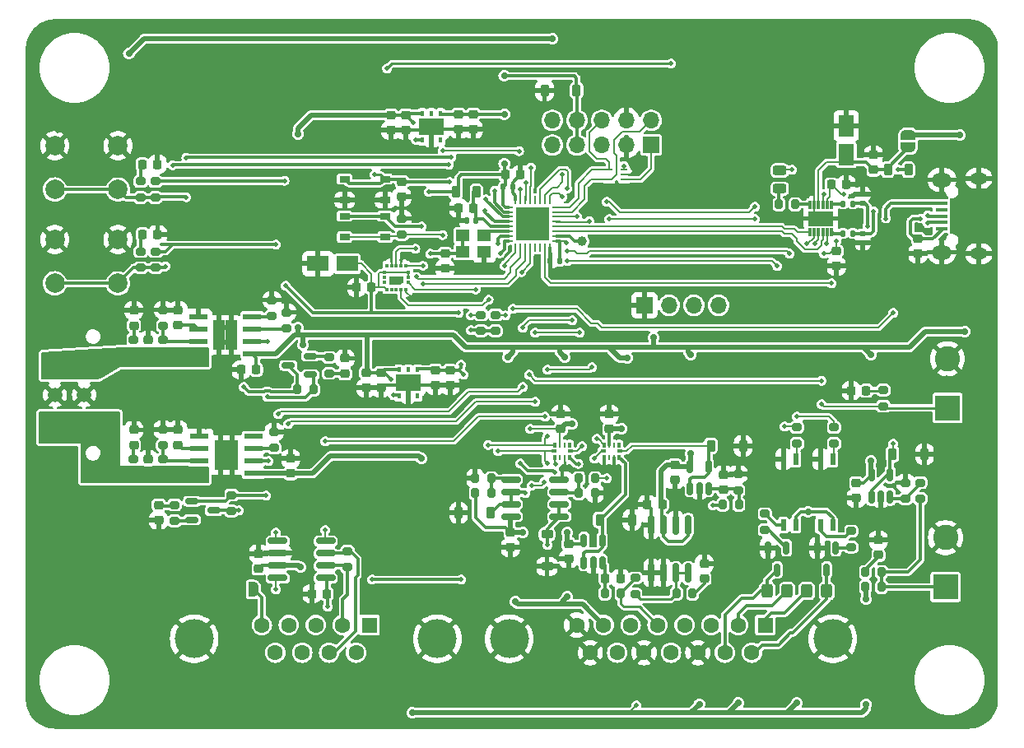
<source format=gtl>
G04 #@! TF.GenerationSoftware,KiCad,Pcbnew,7.0.9*
G04 #@! TF.CreationDate,2023-12-02T16:20:12-07:00*
G04 #@! TF.ProjectId,Fuel_Cell_Controller_Prototype,4675656c-5f43-4656-9c6c-5f436f6e7472,V1.0*
G04 #@! TF.SameCoordinates,Original*
G04 #@! TF.FileFunction,Copper,L1,Top*
G04 #@! TF.FilePolarity,Positive*
%FSLAX46Y46*%
G04 Gerber Fmt 4.6, Leading zero omitted, Abs format (unit mm)*
G04 Created by KiCad (PCBNEW 7.0.9) date 2023-12-02 16:20:12*
%MOMM*%
%LPD*%
G01*
G04 APERTURE LIST*
G04 Aperture macros list*
%AMRoundRect*
0 Rectangle with rounded corners*
0 $1 Rounding radius*
0 $2 $3 $4 $5 $6 $7 $8 $9 X,Y pos of 4 corners*
0 Add a 4 corners polygon primitive as box body*
4,1,4,$2,$3,$4,$5,$6,$7,$8,$9,$2,$3,0*
0 Add four circle primitives for the rounded corners*
1,1,$1+$1,$2,$3*
1,1,$1+$1,$4,$5*
1,1,$1+$1,$6,$7*
1,1,$1+$1,$8,$9*
0 Add four rect primitives between the rounded corners*
20,1,$1+$1,$2,$3,$4,$5,0*
20,1,$1+$1,$4,$5,$6,$7,0*
20,1,$1+$1,$6,$7,$8,$9,0*
20,1,$1+$1,$8,$9,$2,$3,0*%
%AMFreePoly0*
4,1,19,0.500000,-0.750000,0.000000,-0.750000,0.000000,-0.744911,-0.071157,-0.744911,-0.207708,-0.704816,-0.327430,-0.627875,-0.420627,-0.520320,-0.479746,-0.390866,-0.500000,-0.250000,-0.500000,0.250000,-0.479746,0.390866,-0.420627,0.520320,-0.327430,0.627875,-0.207708,0.704816,-0.071157,0.744911,0.000000,0.744911,0.000000,0.750000,0.500000,0.750000,0.500000,-0.750000,0.500000,-0.750000,
$1*%
%AMFreePoly1*
4,1,19,0.000000,0.744911,0.071157,0.744911,0.207708,0.704816,0.327430,0.627875,0.420627,0.520320,0.479746,0.390866,0.500000,0.250000,0.500000,-0.250000,0.479746,-0.390866,0.420627,-0.520320,0.327430,-0.627875,0.207708,-0.704816,0.071157,-0.744911,0.000000,-0.744911,0.000000,-0.750000,-0.500000,-0.750000,-0.500000,0.750000,0.000000,0.750000,0.000000,0.744911,0.000000,0.744911,
$1*%
G04 Aperture macros list end*
G04 #@! TA.AperFunction,SMDPad,CuDef*
%ADD10RoundRect,0.218750X-0.218750X-0.381250X0.218750X-0.381250X0.218750X0.381250X-0.218750X0.381250X0*%
G04 #@! TD*
G04 #@! TA.AperFunction,SMDPad,CuDef*
%ADD11RoundRect,0.218750X0.256250X-0.218750X0.256250X0.218750X-0.256250X0.218750X-0.256250X-0.218750X0*%
G04 #@! TD*
G04 #@! TA.AperFunction,SMDPad,CuDef*
%ADD12RoundRect,0.218750X-0.256250X0.218750X-0.256250X-0.218750X0.256250X-0.218750X0.256250X0.218750X0*%
G04 #@! TD*
G04 #@! TA.AperFunction,SMDPad,CuDef*
%ADD13RoundRect,0.225000X0.225000X0.250000X-0.225000X0.250000X-0.225000X-0.250000X0.225000X-0.250000X0*%
G04 #@! TD*
G04 #@! TA.AperFunction,SMDPad,CuDef*
%ADD14RoundRect,0.225000X0.250000X-0.225000X0.250000X0.225000X-0.250000X0.225000X-0.250000X-0.225000X0*%
G04 #@! TD*
G04 #@! TA.AperFunction,SMDPad,CuDef*
%ADD15RoundRect,0.225000X-0.225000X-0.250000X0.225000X-0.250000X0.225000X0.250000X-0.225000X0.250000X0*%
G04 #@! TD*
G04 #@! TA.AperFunction,SMDPad,CuDef*
%ADD16RoundRect,0.200000X0.275000X-0.200000X0.275000X0.200000X-0.275000X0.200000X-0.275000X-0.200000X0*%
G04 #@! TD*
G04 #@! TA.AperFunction,SMDPad,CuDef*
%ADD17RoundRect,0.225000X-0.250000X0.225000X-0.250000X-0.225000X0.250000X-0.225000X0.250000X0.225000X0*%
G04 #@! TD*
G04 #@! TA.AperFunction,SMDPad,CuDef*
%ADD18RoundRect,0.250000X-0.325000X-0.450000X0.325000X-0.450000X0.325000X0.450000X-0.325000X0.450000X0*%
G04 #@! TD*
G04 #@! TA.AperFunction,SMDPad,CuDef*
%ADD19RoundRect,0.150000X-0.150000X0.512500X-0.150000X-0.512500X0.150000X-0.512500X0.150000X0.512500X0*%
G04 #@! TD*
G04 #@! TA.AperFunction,SMDPad,CuDef*
%ADD20RoundRect,0.200000X-0.275000X0.200000X-0.275000X-0.200000X0.275000X-0.200000X0.275000X0.200000X0*%
G04 #@! TD*
G04 #@! TA.AperFunction,SMDPad,CuDef*
%ADD21RoundRect,0.150000X-0.150000X0.825000X-0.150000X-0.825000X0.150000X-0.825000X0.150000X0.825000X0*%
G04 #@! TD*
G04 #@! TA.AperFunction,ComponentPad*
%ADD22C,2.000000*%
G04 #@! TD*
G04 #@! TA.AperFunction,SMDPad,CuDef*
%ADD23RoundRect,0.200000X-0.200000X-0.275000X0.200000X-0.275000X0.200000X0.275000X-0.200000X0.275000X0*%
G04 #@! TD*
G04 #@! TA.AperFunction,SMDPad,CuDef*
%ADD24R,1.050000X0.650000*%
G04 #@! TD*
G04 #@! TA.AperFunction,SMDPad,CuDef*
%ADD25R,1.910000X0.610000*%
G04 #@! TD*
G04 #@! TA.AperFunction,SMDPad,CuDef*
%ADD26R,1.205000X1.550000*%
G04 #@! TD*
G04 #@! TA.AperFunction,ComponentPad*
%ADD27R,2.600000X2.600000*%
G04 #@! TD*
G04 #@! TA.AperFunction,ComponentPad*
%ADD28C,2.600000*%
G04 #@! TD*
G04 #@! TA.AperFunction,SMDPad,CuDef*
%ADD29RoundRect,0.200000X0.200000X0.275000X-0.200000X0.275000X-0.200000X-0.275000X0.200000X-0.275000X0*%
G04 #@! TD*
G04 #@! TA.AperFunction,SMDPad,CuDef*
%ADD30RoundRect,0.150000X0.825000X0.150000X-0.825000X0.150000X-0.825000X-0.150000X0.825000X-0.150000X0*%
G04 #@! TD*
G04 #@! TA.AperFunction,ComponentPad*
%ADD31R,1.700000X1.700000*%
G04 #@! TD*
G04 #@! TA.AperFunction,ComponentPad*
%ADD32O,1.700000X1.700000*%
G04 #@! TD*
G04 #@! TA.AperFunction,SMDPad,CuDef*
%ADD33R,0.300000X0.580000*%
G04 #@! TD*
G04 #@! TA.AperFunction,SMDPad,CuDef*
%ADD34R,0.250000X0.580000*%
G04 #@! TD*
G04 #@! TA.AperFunction,SMDPad,CuDef*
%ADD35R,0.630000X0.350000*%
G04 #@! TD*
G04 #@! TA.AperFunction,SMDPad,CuDef*
%ADD36RoundRect,0.135000X-0.135000X-0.185000X0.135000X-0.185000X0.135000X0.185000X-0.135000X0.185000X0*%
G04 #@! TD*
G04 #@! TA.AperFunction,SMDPad,CuDef*
%ADD37R,0.762000X0.279400*%
G04 #@! TD*
G04 #@! TA.AperFunction,SMDPad,CuDef*
%ADD38R,0.450000X0.630000*%
G04 #@! TD*
G04 #@! TA.AperFunction,SMDPad,CuDef*
%ADD39R,2.600000X1.700000*%
G04 #@! TD*
G04 #@! TA.AperFunction,SMDPad,CuDef*
%ADD40RoundRect,0.140000X0.170000X-0.140000X0.170000X0.140000X-0.170000X0.140000X-0.170000X-0.140000X0*%
G04 #@! TD*
G04 #@! TA.AperFunction,SMDPad,CuDef*
%ADD41FreePoly0,0.000000*%
G04 #@! TD*
G04 #@! TA.AperFunction,SMDPad,CuDef*
%ADD42FreePoly1,0.000000*%
G04 #@! TD*
G04 #@! TA.AperFunction,SMDPad,CuDef*
%ADD43RoundRect,0.150000X-0.825000X-0.150000X0.825000X-0.150000X0.825000X0.150000X-0.825000X0.150000X0*%
G04 #@! TD*
G04 #@! TA.AperFunction,ComponentPad*
%ADD44RoundRect,0.250001X0.499999X-0.499999X0.499999X0.499999X-0.499999X0.499999X-0.499999X-0.499999X0*%
G04 #@! TD*
G04 #@! TA.AperFunction,ComponentPad*
%ADD45C,1.500000*%
G04 #@! TD*
G04 #@! TA.AperFunction,SMDPad,CuDef*
%ADD46C,1.000000*%
G04 #@! TD*
G04 #@! TA.AperFunction,SMDPad,CuDef*
%ADD47FreePoly0,90.000000*%
G04 #@! TD*
G04 #@! TA.AperFunction,SMDPad,CuDef*
%ADD48FreePoly1,90.000000*%
G04 #@! TD*
G04 #@! TA.AperFunction,SMDPad,CuDef*
%ADD49R,2.200000X1.600000*%
G04 #@! TD*
G04 #@! TA.AperFunction,ComponentPad*
%ADD50C,4.000000*%
G04 #@! TD*
G04 #@! TA.AperFunction,ComponentPad*
%ADD51R,1.600000X1.600000*%
G04 #@! TD*
G04 #@! TA.AperFunction,ComponentPad*
%ADD52C,1.600000*%
G04 #@! TD*
G04 #@! TA.AperFunction,SMDPad,CuDef*
%ADD53R,0.558800X1.219200*%
G04 #@! TD*
G04 #@! TA.AperFunction,SMDPad,CuDef*
%ADD54RoundRect,0.243750X0.456250X-0.243750X0.456250X0.243750X-0.456250X0.243750X-0.456250X-0.243750X0*%
G04 #@! TD*
G04 #@! TA.AperFunction,SMDPad,CuDef*
%ADD55RoundRect,0.140000X-0.170000X0.140000X-0.170000X-0.140000X0.170000X-0.140000X0.170000X0.140000X0*%
G04 #@! TD*
G04 #@! TA.AperFunction,SMDPad,CuDef*
%ADD56RoundRect,0.225000X0.225000X0.375000X-0.225000X0.375000X-0.225000X-0.375000X0.225000X-0.375000X0*%
G04 #@! TD*
G04 #@! TA.AperFunction,SMDPad,CuDef*
%ADD57RoundRect,0.150000X0.150000X-0.512500X0.150000X0.512500X-0.150000X0.512500X-0.150000X-0.512500X0*%
G04 #@! TD*
G04 #@! TA.AperFunction,SMDPad,CuDef*
%ADD58RoundRect,0.250000X0.325000X0.450000X-0.325000X0.450000X-0.325000X-0.450000X0.325000X-0.450000X0*%
G04 #@! TD*
G04 #@! TA.AperFunction,SMDPad,CuDef*
%ADD59RoundRect,0.140000X0.140000X0.170000X-0.140000X0.170000X-0.140000X-0.170000X0.140000X-0.170000X0*%
G04 #@! TD*
G04 #@! TA.AperFunction,SMDPad,CuDef*
%ADD60RoundRect,0.225000X-0.225000X-0.375000X0.225000X-0.375000X0.225000X0.375000X-0.225000X0.375000X0*%
G04 #@! TD*
G04 #@! TA.AperFunction,SMDPad,CuDef*
%ADD61R,0.350000X0.450000*%
G04 #@! TD*
G04 #@! TA.AperFunction,SMDPad,CuDef*
%ADD62R,0.450000X0.350000*%
G04 #@! TD*
G04 #@! TA.AperFunction,SMDPad,CuDef*
%ADD63RoundRect,0.225000X-0.375000X0.225000X-0.375000X-0.225000X0.375000X-0.225000X0.375000X0.225000X0*%
G04 #@! TD*
G04 #@! TA.AperFunction,SMDPad,CuDef*
%ADD64R,1.300000X0.450000*%
G04 #@! TD*
G04 #@! TA.AperFunction,ComponentPad*
%ADD65O,1.800000X1.150000*%
G04 #@! TD*
G04 #@! TA.AperFunction,ComponentPad*
%ADD66O,2.000000X1.450000*%
G04 #@! TD*
G04 #@! TA.AperFunction,SMDPad,CuDef*
%ADD67R,1.400000X1.200000*%
G04 #@! TD*
G04 #@! TA.AperFunction,SMDPad,CuDef*
%ADD68RoundRect,0.140000X-0.140000X-0.170000X0.140000X-0.170000X0.140000X0.170000X-0.140000X0.170000X0*%
G04 #@! TD*
G04 #@! TA.AperFunction,SMDPad,CuDef*
%ADD69RoundRect,0.007500X-0.117500X0.412500X-0.117500X-0.412500X0.117500X-0.412500X0.117500X0.412500X0*%
G04 #@! TD*
G04 #@! TA.AperFunction,SMDPad,CuDef*
%ADD70R,2.500000X1.600000*%
G04 #@! TD*
G04 #@! TA.AperFunction,SMDPad,CuDef*
%ADD71RoundRect,0.150000X0.512500X0.150000X-0.512500X0.150000X-0.512500X-0.150000X0.512500X-0.150000X0*%
G04 #@! TD*
G04 #@! TA.AperFunction,SMDPad,CuDef*
%ADD72RoundRect,0.062500X-0.375000X-0.062500X0.375000X-0.062500X0.375000X0.062500X-0.375000X0.062500X0*%
G04 #@! TD*
G04 #@! TA.AperFunction,SMDPad,CuDef*
%ADD73RoundRect,0.062500X-0.062500X-0.375000X0.062500X-0.375000X0.062500X0.375000X-0.062500X0.375000X0*%
G04 #@! TD*
G04 #@! TA.AperFunction,SMDPad,CuDef*
%ADD74R,3.450000X3.450000*%
G04 #@! TD*
G04 #@! TA.AperFunction,SMDPad,CuDef*
%ADD75RoundRect,0.150000X-0.512500X-0.150000X0.512500X-0.150000X0.512500X0.150000X-0.512500X0.150000X0*%
G04 #@! TD*
G04 #@! TA.AperFunction,SMDPad,CuDef*
%ADD76R,1.600000X2.200000*%
G04 #@! TD*
G04 #@! TA.AperFunction,ViaPad*
%ADD77C,0.500000*%
G04 #@! TD*
G04 #@! TA.AperFunction,ViaPad*
%ADD78C,0.700000*%
G04 #@! TD*
G04 #@! TA.AperFunction,ViaPad*
%ADD79C,0.800000*%
G04 #@! TD*
G04 #@! TA.AperFunction,Conductor*
%ADD80C,0.300000*%
G04 #@! TD*
G04 #@! TA.AperFunction,Conductor*
%ADD81C,0.200000*%
G04 #@! TD*
G04 #@! TA.AperFunction,Conductor*
%ADD82C,0.500000*%
G04 #@! TD*
G04 #@! TA.AperFunction,Conductor*
%ADD83C,0.250000*%
G04 #@! TD*
G04 #@! TA.AperFunction,Conductor*
%ADD84C,0.127000*%
G04 #@! TD*
G04 APERTURE END LIST*
D10*
X143209500Y-80772000D03*
X145334500Y-80772000D03*
D11*
X112649000Y-114554000D03*
X112649000Y-112979000D03*
D12*
X131826000Y-97891500D03*
X131826000Y-99466500D03*
X110109000Y-105257500D03*
X110109000Y-106832500D03*
X110109000Y-92938500D03*
X110109000Y-94513500D03*
D13*
X185433000Y-101219000D03*
X183883000Y-101219000D03*
D14*
X186690000Y-118123000D03*
X186690000Y-116573000D03*
D15*
X111002200Y-85149400D03*
X112552200Y-85149400D03*
X110987000Y-77916400D03*
X112537000Y-77916400D03*
D16*
X130180500Y-99443000D03*
X130180500Y-97793000D03*
D17*
X114634500Y-105257000D03*
X114634500Y-106807000D03*
D18*
X179319500Y-121820000D03*
X181369500Y-121820000D03*
D19*
X177230500Y-117380500D03*
X175330500Y-117380500D03*
X176280500Y-119655500D03*
D20*
X113143000Y-92901000D03*
X113143000Y-94551000D03*
D21*
X167132000Y-115027000D03*
X165862000Y-115027000D03*
X164592000Y-115027000D03*
X163322000Y-115027000D03*
X163322000Y-119977000D03*
X164592000Y-119977000D03*
X165862000Y-119977000D03*
X167132000Y-119977000D03*
D20*
X191008000Y-110681000D03*
X191008000Y-112331000D03*
D16*
X182122500Y-106643000D03*
X182122500Y-104993000D03*
D20*
X113110500Y-108255000D03*
X113110500Y-109905000D03*
D22*
X101974000Y-76020000D03*
X108474000Y-76020000D03*
X101974000Y-80520000D03*
X108474000Y-80520000D03*
D14*
X148844000Y-117361000D03*
X148844000Y-115811000D03*
D23*
X185357000Y-121412000D03*
X187007000Y-121412000D03*
X158560000Y-122074000D03*
X160210000Y-122074000D03*
D24*
X135933000Y-81593000D03*
X131783000Y-81593000D03*
X135933000Y-79443000D03*
X131783000Y-79443000D03*
D25*
X116840000Y-105918000D03*
X116840000Y-107188000D03*
X116840000Y-108458000D03*
X116840000Y-109728000D03*
X122400000Y-109728000D03*
X122400000Y-108458000D03*
X122400000Y-107188000D03*
X122400000Y-105918000D03*
D26*
X119017500Y-107048000D03*
X119017500Y-108598000D03*
X120222500Y-107048000D03*
X120222500Y-108598000D03*
D16*
X178312500Y-106643000D03*
X178312500Y-104993000D03*
D27*
X193802000Y-102997000D03*
D28*
X193802000Y-97917000D03*
D23*
X155893000Y-111760000D03*
X157543000Y-111760000D03*
D29*
X187007000Y-119888000D03*
X185357000Y-119888000D03*
D16*
X112320800Y-81332200D03*
X112320800Y-79682200D03*
X189484000Y-112331000D03*
X189484000Y-110681000D03*
D30*
X153859000Y-114173000D03*
X153859000Y-112903000D03*
X153859000Y-111633000D03*
X153859000Y-110363000D03*
X148909000Y-110363000D03*
X148909000Y-111633000D03*
X148909000Y-112903000D03*
X148909000Y-114173000D03*
D16*
X187198000Y-102806000D03*
X187198000Y-101156000D03*
D20*
X110062500Y-108255000D03*
X110062500Y-109905000D03*
D31*
X162636200Y-92431000D03*
D32*
X165176200Y-92431000D03*
X167716200Y-92431000D03*
X170256200Y-92431000D03*
D14*
X145034000Y-74326000D03*
X145034000Y-72776000D03*
D15*
X158610000Y-120550000D03*
X160160000Y-120550000D03*
D33*
X158508000Y-108077000D03*
D34*
X159008000Y-108077000D03*
X159508000Y-108077000D03*
D33*
X160008000Y-108077000D03*
D35*
X160118000Y-107442000D03*
D33*
X160008000Y-106807000D03*
D34*
X159508000Y-106807000D03*
X159008000Y-106807000D03*
D33*
X158508000Y-106807000D03*
D35*
X158398000Y-107442000D03*
D20*
X124540500Y-105461000D03*
X124540500Y-107111000D03*
D36*
X183045000Y-85025000D03*
X184065000Y-85025000D03*
D33*
X153428000Y-108077000D03*
D34*
X153928000Y-108077000D03*
X154428000Y-108077000D03*
D33*
X154928000Y-108077000D03*
D35*
X155038000Y-107442000D03*
D33*
X154928000Y-106807000D03*
D34*
X154428000Y-106807000D03*
X153928000Y-106807000D03*
D33*
X153428000Y-106807000D03*
D35*
X153318000Y-107442000D03*
D37*
X160540700Y-79493999D03*
X160540700Y-78994000D03*
X160540700Y-78494001D03*
X158991300Y-78494001D03*
X158991300Y-79493999D03*
D38*
X137376000Y-101753000D03*
X138326000Y-101753000D03*
X139276000Y-101753000D03*
X139276000Y-99073000D03*
X138326000Y-99073000D03*
X137376000Y-99073000D03*
D39*
X138326000Y-100413000D03*
D16*
X112336000Y-88556000D03*
X112336000Y-86906000D03*
D40*
X185079000Y-81949000D03*
X185079000Y-80989000D03*
D25*
X116713000Y-93599000D03*
X116713000Y-94869000D03*
X116713000Y-96139000D03*
X116713000Y-97409000D03*
X122273000Y-97409000D03*
X122273000Y-96139000D03*
X122273000Y-94869000D03*
X122273000Y-93599000D03*
D26*
X118890500Y-94729000D03*
X118890500Y-96279000D03*
X120095500Y-94729000D03*
X120095500Y-96279000D03*
D20*
X113110500Y-105207000D03*
X113110500Y-106857000D03*
D29*
X146875000Y-110236000D03*
X145225000Y-110236000D03*
D41*
X121128000Y-121666000D03*
D42*
X122428000Y-121666000D03*
D14*
X184404000Y-112281000D03*
X184404000Y-110731000D03*
D15*
X148323000Y-78994000D03*
X149873000Y-78994000D03*
D43*
X124906000Y-116675000D03*
X124906000Y-117945000D03*
X124906000Y-119215000D03*
X124906000Y-120485000D03*
X129856000Y-120485000D03*
X129856000Y-119215000D03*
X129856000Y-117945000D03*
X129856000Y-116675000D03*
D44*
X101986500Y-104653500D03*
D45*
X101986500Y-101653500D03*
X101986500Y-98653500D03*
X104986500Y-104653500D03*
X104986500Y-101653500D03*
X104986500Y-98653500D03*
D23*
X176467000Y-82042000D03*
X178117000Y-82042000D03*
D16*
X172273000Y-111469000D03*
X172273000Y-109819000D03*
D20*
X175010500Y-113883000D03*
X175010500Y-115533000D03*
D46*
X156210000Y-85852000D03*
D23*
X145225000Y-111760000D03*
X146875000Y-111760000D03*
D24*
X135933000Y-85403000D03*
X131783000Y-85403000D03*
X135933000Y-83253000D03*
X131783000Y-83253000D03*
D47*
X189738000Y-76200000D03*
D48*
X189738000Y-74900000D03*
D15*
X133005400Y-90601800D03*
X134555400Y-90601800D03*
D20*
X110796800Y-79682200D03*
X110796800Y-81332200D03*
D49*
X132054600Y-88138000D03*
X129054600Y-88138000D03*
D14*
X168783000Y-120563000D03*
X168783000Y-119013000D03*
D16*
X161671000Y-122137000D03*
X161671000Y-120487000D03*
D50*
X148710000Y-126750000D03*
X182010000Y-126750000D03*
D51*
X175055000Y-125330000D03*
D52*
X172285000Y-125330000D03*
X169515000Y-125330000D03*
X166745000Y-125330000D03*
X163975000Y-125330000D03*
X161205000Y-125330000D03*
X158435000Y-125330000D03*
X155665000Y-125330000D03*
X173670000Y-128170000D03*
X170900000Y-128170000D03*
X168130000Y-128170000D03*
X165360000Y-128170000D03*
X162590000Y-128170000D03*
X159820000Y-128170000D03*
X157050000Y-128170000D03*
D14*
X154813000Y-118531000D03*
X154813000Y-116981000D03*
D15*
X121145000Y-99060000D03*
X122695000Y-99060000D03*
D17*
X154022000Y-103619000D03*
X154022000Y-105169000D03*
D14*
X165735000Y-110403000D03*
X165735000Y-108853000D03*
D36*
X183045000Y-81977000D03*
X184065000Y-81977000D03*
D14*
X143510000Y-74326000D03*
X143510000Y-72776000D03*
D17*
X142113000Y-87109000D03*
X142113000Y-88659000D03*
D53*
X181995500Y-108269100D03*
X180725500Y-108269100D03*
X180725500Y-115050900D03*
X181995500Y-115050900D03*
D54*
X176530000Y-80439500D03*
X176530000Y-78564500D03*
D55*
X185079000Y-85053000D03*
X185079000Y-86013000D03*
D56*
X146812000Y-113792000D03*
X143512000Y-113792000D03*
D57*
X167325000Y-111273500D03*
X168275000Y-111273500D03*
X169225000Y-111273500D03*
X169225000Y-108998500D03*
X167325000Y-108998500D03*
D17*
X126238000Y-108191000D03*
X126238000Y-109741000D03*
D38*
X139766000Y-75399000D03*
X140716000Y-75399000D03*
X141666000Y-75399000D03*
X141666000Y-72719000D03*
X140716000Y-72719000D03*
X139766000Y-72719000D03*
D39*
X140716000Y-74059000D03*
D58*
X177305500Y-121820000D03*
X175255500Y-121820000D03*
D10*
X187659500Y-78486000D03*
X189784500Y-78486000D03*
D17*
X159004000Y-103619000D03*
X159004000Y-105169000D03*
D13*
X183401000Y-80010000D03*
X181851000Y-80010000D03*
D23*
X165926000Y-122074000D03*
X167576000Y-122074000D03*
D20*
X124319000Y-91885000D03*
X124319000Y-93535000D03*
D17*
X122936000Y-117994000D03*
X122936000Y-119544000D03*
D59*
X153896000Y-87884000D03*
X152936000Y-87884000D03*
D60*
X188138000Y-107746000D03*
X191438000Y-107746000D03*
D14*
X135532000Y-100934000D03*
X135532000Y-99384000D03*
D20*
X125843000Y-93155000D03*
X125843000Y-94805000D03*
D29*
X172336000Y-112930000D03*
X170686000Y-112930000D03*
D57*
X185994000Y-112135500D03*
X186944000Y-112135500D03*
X187894000Y-112135500D03*
X187894000Y-109860500D03*
X185994000Y-109860500D03*
D53*
X178185500Y-108269100D03*
X176915500Y-108269100D03*
X176915500Y-115050900D03*
X178185500Y-115050900D03*
D61*
X136107800Y-90810800D03*
X136607800Y-90810800D03*
X137107800Y-90810800D03*
X137607800Y-90810800D03*
X138107800Y-90810800D03*
D62*
X138332800Y-90085800D03*
X138332800Y-89585800D03*
X138332800Y-89085800D03*
D61*
X138107800Y-88360800D03*
X137607800Y-88360800D03*
X137107800Y-88360800D03*
X136607800Y-88360800D03*
X136107800Y-88360800D03*
D62*
X135882800Y-89085800D03*
X135882800Y-89585800D03*
X135882800Y-90085800D03*
D20*
X137668000Y-83503000D03*
X137668000Y-85153000D03*
D17*
X190754000Y-85585000D03*
X190754000Y-87135000D03*
D13*
X129965248Y-122125966D03*
X128415248Y-122125966D03*
D14*
X134008000Y-100934000D03*
X134008000Y-99384000D03*
D63*
X152604000Y-116002000D03*
X152604000Y-119302000D03*
D56*
X155651000Y-70308000D03*
X152351000Y-70308000D03*
D20*
X110081000Y-95949000D03*
X110081000Y-97599000D03*
D17*
X182372000Y-86855000D03*
X182372000Y-88405000D03*
D59*
X145288000Y-83693000D03*
X144328000Y-83693000D03*
D14*
X186182000Y-78499000D03*
X186182000Y-76949000D03*
X142644000Y-100680002D03*
X142644000Y-99130002D03*
D17*
X111586500Y-108305000D03*
X111586500Y-109855000D03*
D50*
X116314000Y-126750000D03*
X141314000Y-126750000D03*
D51*
X134354000Y-125330000D03*
D52*
X131584000Y-125330000D03*
X128814000Y-125330000D03*
X126044000Y-125330000D03*
X123274000Y-125330000D03*
X132969000Y-128170000D03*
X130199000Y-128170000D03*
X127429000Y-128170000D03*
X124659000Y-128170000D03*
D64*
X193172000Y-84547000D03*
X193172000Y-83897000D03*
X193172000Y-83247000D03*
X193172000Y-82597000D03*
X193172000Y-81947000D03*
D65*
X197022000Y-87122000D03*
D66*
X193222000Y-86972000D03*
X193222000Y-79522000D03*
D65*
X197022000Y-79372000D03*
D14*
X170749000Y-111419000D03*
X170749000Y-109869000D03*
D67*
X143934000Y-86956000D03*
X146134000Y-86956000D03*
X146134000Y-85256000D03*
X143934000Y-85256000D03*
D68*
X148110000Y-80264000D03*
X149070000Y-80264000D03*
D20*
X114300000Y-112967000D03*
X114300000Y-114617000D03*
D19*
X182310500Y-117380500D03*
X180410500Y-117380500D03*
X181360500Y-119655500D03*
D20*
X110812000Y-86906000D03*
X110812000Y-88556000D03*
D29*
X157543000Y-110236000D03*
X155893000Y-110236000D03*
D16*
X132080000Y-119380000D03*
X132080000Y-117730000D03*
D27*
X193599000Y-121417000D03*
D28*
X193599000Y-116337000D03*
D69*
X181886000Y-82066000D03*
X181436000Y-82066000D03*
X180986000Y-82066000D03*
X180536000Y-82066000D03*
X180086000Y-82066000D03*
X179636000Y-82066000D03*
X179636000Y-84936000D03*
X180086000Y-84936000D03*
X180536000Y-84936000D03*
X180986000Y-84936000D03*
X181436000Y-84936000D03*
X181886000Y-84936000D03*
D70*
X180761000Y-83501000D03*
D14*
X141120000Y-100680002D03*
X141120000Y-99130002D03*
D17*
X137668000Y-79743000D03*
X137668000Y-81293000D03*
D60*
X158039000Y-114504000D03*
X161339000Y-114504000D03*
D20*
X183900500Y-115661000D03*
X183900500Y-117311000D03*
X147320000Y-93409000D03*
X147320000Y-95059000D03*
D17*
X114667000Y-92951000D03*
X114667000Y-94501000D03*
D71*
X128270000Y-99568000D03*
X128270000Y-97668000D03*
X125995000Y-98618000D03*
D60*
X169469000Y-106884000D03*
X172769000Y-106884000D03*
D57*
X156403000Y-118893500D03*
X157353000Y-118893500D03*
X158303000Y-118893500D03*
X158303000Y-116618500D03*
X156403000Y-116618500D03*
D72*
X148692500Y-82324000D03*
X148692500Y-82824000D03*
X148692500Y-83324000D03*
X148692500Y-83824000D03*
X148692500Y-84324000D03*
X148692500Y-84824000D03*
X148692500Y-85324000D03*
X148692500Y-85824000D03*
D73*
X149380000Y-86511500D03*
X149880000Y-86511500D03*
X150380000Y-86511500D03*
X150880000Y-86511500D03*
X151380000Y-86511500D03*
X151880000Y-86511500D03*
X152380000Y-86511500D03*
X152880000Y-86511500D03*
D72*
X153567500Y-85824000D03*
X153567500Y-85324000D03*
X153567500Y-84824000D03*
X153567500Y-84324000D03*
X153567500Y-83824000D03*
X153567500Y-83324000D03*
X153567500Y-82824000D03*
X153567500Y-82324000D03*
D73*
X152880000Y-81636500D03*
X152380000Y-81636500D03*
X151880000Y-81636500D03*
X151380000Y-81636500D03*
X150880000Y-81636500D03*
X150380000Y-81636500D03*
X149880000Y-81636500D03*
X149380000Y-81636500D03*
D74*
X151130000Y-84074000D03*
D13*
X164478000Y-112930000D03*
X162928000Y-112930000D03*
D75*
X116089000Y-112588000D03*
X116089000Y-114488000D03*
X118364000Y-113538000D03*
D14*
X138072000Y-74422000D03*
X138072000Y-72872000D03*
D13*
X145047000Y-82423000D03*
X143497000Y-82423000D03*
D22*
X101974000Y-85672000D03*
X108474000Y-85672000D03*
X101974000Y-90172000D03*
X108474000Y-90172000D03*
D14*
X136548000Y-74422000D03*
X136548000Y-72872000D03*
D17*
X111619000Y-95999000D03*
X111619000Y-97549000D03*
D20*
X120142000Y-111951000D03*
X120142000Y-113601000D03*
D76*
X183388000Y-76962000D03*
X183388000Y-73962000D03*
D20*
X145826000Y-93409000D03*
X145826000Y-95059000D03*
D29*
X128587000Y-101092000D03*
X126937000Y-101092000D03*
D31*
X163322000Y-75946000D03*
D32*
X163322000Y-73406000D03*
X160782000Y-75946000D03*
X160782000Y-73406000D03*
X158242000Y-75946000D03*
X158242000Y-73406000D03*
X155702000Y-75946000D03*
X155702000Y-73406000D03*
X153162000Y-75946000D03*
X153162000Y-73406000D03*
D20*
X113143000Y-95949000D03*
X113143000Y-97599000D03*
D77*
X140462000Y-80772000D03*
D78*
X148209000Y-68834000D03*
D77*
X139700000Y-84328000D03*
X154559000Y-85979000D03*
D78*
X148209000Y-77851000D03*
X148209000Y-72771000D03*
D77*
X140589000Y-87122000D03*
X163243977Y-130344100D03*
X164000000Y-135500000D03*
X135303977Y-132884100D03*
X132763977Y-74464100D03*
X191183977Y-104944100D03*
X168323977Y-66844100D03*
X168323977Y-74464100D03*
X173403977Y-69384100D03*
X191183977Y-89704100D03*
X165783977Y-79544100D03*
X130000000Y-63500000D03*
X198500000Y-112000000D03*
X168323977Y-115104100D03*
X104823977Y-77004100D03*
X99500000Y-77000000D03*
X114000000Y-63500000D03*
X148003977Y-104944100D03*
X104823977Y-122724100D03*
X112000000Y-135500000D03*
X132000000Y-135500000D03*
X178000000Y-63500000D03*
X142923977Y-97324100D03*
X180000000Y-63500000D03*
X135303977Y-122724100D03*
X173403977Y-130344100D03*
X137843977Y-115104100D03*
X122603977Y-104944100D03*
X120063977Y-71924100D03*
X117523977Y-69384100D03*
X124000000Y-135500000D03*
X196263977Y-120184100D03*
X114983977Y-120184100D03*
X160703977Y-117644100D03*
X122603977Y-69384100D03*
X188643977Y-122724100D03*
X147751800Y-91846400D03*
X118000000Y-63500000D03*
X150000000Y-63500000D03*
X198500000Y-126000000D03*
X197500000Y-64500000D03*
X99500000Y-129000000D03*
X99500000Y-133000000D03*
X104823977Y-79544100D03*
X130223977Y-79544100D03*
X125143977Y-69384100D03*
X160703977Y-69384100D03*
X165783977Y-132884100D03*
X107363977Y-87164100D03*
X163243977Y-82084100D03*
X173403977Y-74464100D03*
X99500000Y-67000000D03*
X109903977Y-125264100D03*
X139446000Y-91643200D03*
X109903977Y-115104100D03*
X168323977Y-79544100D03*
X168000000Y-63500000D03*
X191183977Y-77004100D03*
X188643977Y-130344100D03*
X175943977Y-71924100D03*
X126000000Y-135500000D03*
X181023977Y-110024100D03*
X196263977Y-110024100D03*
X160703977Y-130344100D03*
X166000000Y-135500000D03*
X107363977Y-122724100D03*
X144000000Y-135500000D03*
X170863977Y-102404100D03*
X109903977Y-102404100D03*
X181023977Y-112564100D03*
X109903977Y-132884100D03*
X198500000Y-128000000D03*
X108000000Y-135500000D03*
X158163977Y-69384100D03*
X170863977Y-107484100D03*
X186103977Y-71924100D03*
X132000000Y-63500000D03*
X140383977Y-130344100D03*
X158163977Y-102404100D03*
X104823977Y-92244100D03*
X155623977Y-120184100D03*
X154000000Y-135500000D03*
X150114000Y-83058000D03*
X191183977Y-120184100D03*
X150114000Y-84074000D03*
X135303977Y-74464100D03*
X107363977Y-74464100D03*
X198500000Y-94000000D03*
X188000000Y-135500000D03*
X196263977Y-125264100D03*
X99500000Y-73000000D03*
X156000000Y-63500000D03*
X114983977Y-74464100D03*
X131445000Y-102616000D03*
X120063977Y-117644100D03*
X134000000Y-135500000D03*
X198500000Y-86000000D03*
X178483977Y-69384100D03*
X132763977Y-110024100D03*
X128524000Y-102616000D03*
X104823977Y-82084100D03*
X175943977Y-66844100D03*
X135303977Y-87164100D03*
X122603977Y-130344100D03*
X114983977Y-89704100D03*
X168323977Y-71924100D03*
X132763977Y-130344100D03*
X140383977Y-132884100D03*
X132763977Y-115104100D03*
X170863977Y-132884100D03*
X136000000Y-135500000D03*
X198500000Y-100000000D03*
X155623977Y-102404100D03*
X148000000Y-63500000D03*
X146000000Y-63500000D03*
X196000000Y-63500000D03*
X151130000Y-83058000D03*
X112443977Y-74464100D03*
X186103977Y-69384100D03*
X120063977Y-87164100D03*
X158000000Y-63500000D03*
X196263977Y-102404100D03*
X127683977Y-69384100D03*
X104823977Y-84624100D03*
X122000000Y-135500000D03*
X165783977Y-112564100D03*
X186103977Y-66844100D03*
X181023977Y-66844100D03*
X181023977Y-69384100D03*
X99500000Y-85000000D03*
X183563977Y-89704100D03*
X152000000Y-135500000D03*
X173403977Y-110024100D03*
X128000000Y-63500000D03*
X112443977Y-125264100D03*
X114000000Y-135500000D03*
X122603977Y-71924100D03*
X198500000Y-132000000D03*
X152146000Y-83058000D03*
X142923977Y-66844100D03*
X99500000Y-91000000D03*
X180000000Y-135500000D03*
X175943977Y-130344100D03*
X120063977Y-130344100D03*
X120063977Y-102404100D03*
X170863977Y-71924100D03*
X130223977Y-84624100D03*
X158000000Y-135500000D03*
X198500000Y-70000000D03*
X99500000Y-115000000D03*
X170000000Y-135500000D03*
X120063977Y-89704100D03*
X122603977Y-132884100D03*
X137843977Y-110024100D03*
X178483977Y-71924100D03*
X150543977Y-66844100D03*
X132763977Y-69384100D03*
X188643977Y-132884100D03*
X135303977Y-115104100D03*
X99500000Y-87000000D03*
X198500000Y-116000000D03*
X122603977Y-82084100D03*
X198500000Y-110000000D03*
X188643977Y-84624100D03*
X112443977Y-71924100D03*
X134493000Y-121666000D03*
X130223977Y-132884100D03*
X120063977Y-82084100D03*
X99500000Y-117000000D03*
X198500000Y-84000000D03*
X114983977Y-87164100D03*
X135303977Y-112564100D03*
X170863977Y-104944100D03*
X112443977Y-127804100D03*
X142923977Y-122724100D03*
X142923977Y-130344100D03*
X120063977Y-110024100D03*
X140589000Y-102616000D03*
X104000000Y-135500000D03*
X181023977Y-132884100D03*
X102283977Y-122724100D03*
X142468600Y-91643200D03*
X198500000Y-78000000D03*
X135303977Y-66844100D03*
X191183977Y-71924100D03*
X175943977Y-112564100D03*
X142000000Y-135500000D03*
X135303977Y-117644100D03*
X130223977Y-130344100D03*
X142923977Y-115104100D03*
X107363977Y-112564100D03*
X104823977Y-117644100D03*
X137109200Y-89865200D03*
X122603977Y-115104100D03*
X127683977Y-130344100D03*
X162000000Y-63500000D03*
X196263977Y-117644100D03*
X104823977Y-94784100D03*
X107363977Y-94784100D03*
X128000000Y-135500000D03*
X132763977Y-132884100D03*
X120063977Y-74464100D03*
X160000000Y-63500000D03*
X198500000Y-68000000D03*
X99500000Y-105000000D03*
X102283977Y-107484100D03*
X152146000Y-84074000D03*
X107363977Y-82084100D03*
X170688000Y-117602000D03*
X117523977Y-122724100D03*
X154838400Y-89128600D03*
X122603977Y-127804100D03*
X117523977Y-84624100D03*
X181023977Y-130344100D03*
X142923977Y-112564100D03*
X146000000Y-135500000D03*
X168323977Y-69384100D03*
X120063977Y-84624100D03*
X99500000Y-113000000D03*
X175943977Y-69384100D03*
X172000000Y-63500000D03*
X181023977Y-77004100D03*
X178000000Y-135500000D03*
X158163977Y-71924100D03*
X153083977Y-125264100D03*
X117523977Y-115104100D03*
X163243977Y-117644100D03*
X165783977Y-77004100D03*
X168323977Y-77004100D03*
X99500000Y-119000000D03*
X107363977Y-117644100D03*
X198500000Y-96000000D03*
X122603977Y-102404100D03*
X112443977Y-122724100D03*
X99500000Y-127000000D03*
X104823977Y-115104100D03*
X186103977Y-115104100D03*
X183563977Y-104944100D03*
X122603977Y-74464100D03*
X125143977Y-71924100D03*
X125143977Y-122724100D03*
X146812000Y-79756000D03*
X165783977Y-130344100D03*
X188643977Y-69384100D03*
X182000000Y-135500000D03*
X137843977Y-122724100D03*
X125143977Y-66844100D03*
X107363977Y-92244100D03*
X138000000Y-63500000D03*
X99500000Y-69000000D03*
X186103977Y-74464100D03*
X142923977Y-110024100D03*
X99500000Y-121000000D03*
X108000000Y-63500000D03*
X140383977Y-97324100D03*
X104823977Y-125264100D03*
X126000000Y-63500000D03*
X112443977Y-132884100D03*
X117523977Y-102404100D03*
X100000000Y-64500000D03*
X132763977Y-66844100D03*
X196263977Y-71924100D03*
X163243977Y-71924100D03*
X148000000Y-135500000D03*
X102283977Y-92244100D03*
X170688000Y-115824000D03*
X99500000Y-125000000D03*
X147345400Y-88341200D03*
X112443977Y-102404100D03*
X99500000Y-131000000D03*
X122603977Y-87164100D03*
X175943977Y-110024100D03*
X168323977Y-82084100D03*
X196263977Y-115104100D03*
X198500000Y-114000000D03*
X114983977Y-69384100D03*
X120063977Y-115104100D03*
X178483977Y-79544100D03*
X140000000Y-135500000D03*
X110000000Y-135500000D03*
X117523977Y-117644100D03*
X116000000Y-135500000D03*
X193723977Y-110024100D03*
X198500000Y-66000000D03*
X114983977Y-99864100D03*
X198500000Y-92000000D03*
X107363977Y-120184100D03*
X160703977Y-92244100D03*
X194000000Y-135500000D03*
X102283977Y-112564100D03*
X188643977Y-115104100D03*
X174000000Y-135500000D03*
X198500000Y-102000000D03*
X150543977Y-130344100D03*
X168323977Y-130344100D03*
X145463977Y-69384100D03*
X173403977Y-77004100D03*
X109903977Y-69384100D03*
X130223977Y-71924100D03*
X136000000Y-63500000D03*
X165783977Y-104944100D03*
X104823977Y-74464100D03*
X130223977Y-125264100D03*
X135303977Y-127804100D03*
X186103977Y-79544100D03*
X181023977Y-104944100D03*
X109903977Y-112564100D03*
X165783977Y-102404100D03*
X145463977Y-132884100D03*
X181023977Y-71924100D03*
X99500000Y-99000000D03*
X168000000Y-135500000D03*
X102283977Y-110024100D03*
X170863977Y-74464100D03*
X120063977Y-92244100D03*
X159639000Y-109855000D03*
X117523977Y-132884100D03*
X124000000Y-63500000D03*
X183563977Y-99864100D03*
X135303977Y-97324100D03*
X183563977Y-132884100D03*
X104823977Y-87164100D03*
X192000000Y-63500000D03*
X106000000Y-63500000D03*
X190000000Y-63500000D03*
X183563977Y-120184100D03*
X163243977Y-69384100D03*
X170863977Y-69384100D03*
X168323977Y-117644100D03*
X160703977Y-66844100D03*
X114983977Y-84624100D03*
X191183977Y-125264100D03*
X188643977Y-66844100D03*
X137843977Y-69384100D03*
X99500000Y-81000000D03*
X183563977Y-71924100D03*
X188643977Y-117644100D03*
X120063977Y-125264100D03*
X127683977Y-71924100D03*
X132763977Y-112564100D03*
X196263977Y-97324100D03*
X174000000Y-63500000D03*
X102283977Y-71924100D03*
X160703977Y-82084100D03*
X135303977Y-110024100D03*
X193723977Y-104944100D03*
X137843977Y-66844100D03*
X191183977Y-97324100D03*
X183563977Y-107484100D03*
X136220200Y-92202000D03*
X104823977Y-71924100D03*
X150543977Y-71924100D03*
X170000000Y-63500000D03*
X117523977Y-87164100D03*
X150543977Y-117644100D03*
X170863977Y-82084100D03*
X130223977Y-82084100D03*
X116000000Y-63500000D03*
X102000000Y-135500000D03*
X198500000Y-130000000D03*
X102283977Y-115104100D03*
X130000000Y-135500000D03*
X182000000Y-63500000D03*
X117523977Y-130344100D03*
X142923977Y-117644100D03*
X120063977Y-132884100D03*
X117523977Y-82084100D03*
X198500000Y-90000000D03*
X198500000Y-122000000D03*
X163243977Y-110024100D03*
X120063977Y-104944100D03*
X191183977Y-122724100D03*
X155623977Y-66844100D03*
X178483977Y-92244100D03*
X159639000Y-111506000D03*
X192000000Y-135500000D03*
X198500000Y-74000000D03*
X194000000Y-63500000D03*
X193723977Y-71924100D03*
X117523977Y-99864100D03*
X157734000Y-131318000D03*
X198500000Y-72000000D03*
X163243977Y-66844100D03*
X193723977Y-107484100D03*
X99500000Y-107000000D03*
X114983977Y-71924100D03*
X104823977Y-120184100D03*
X166000000Y-63500000D03*
X158750000Y-130302000D03*
X193723977Y-99864100D03*
X165783977Y-107484100D03*
X102283977Y-125264100D03*
X136144000Y-102616000D03*
X181023977Y-74464100D03*
X109903977Y-127804100D03*
X191183977Y-99864100D03*
X137843977Y-117644100D03*
X198000000Y-134500000D03*
X186000000Y-63500000D03*
X193723977Y-125264100D03*
X138000000Y-135500000D03*
X183563977Y-66844100D03*
X99500000Y-75000000D03*
X112443977Y-69384100D03*
X186103977Y-92244100D03*
X99500000Y-97000000D03*
X117523977Y-120184100D03*
X100500000Y-134500000D03*
X193723977Y-112564100D03*
X120063977Y-66844100D03*
X102283977Y-82084100D03*
X112000000Y-63500000D03*
X144119600Y-91643200D03*
X173403977Y-66844100D03*
X112443977Y-120184100D03*
X99500000Y-93000000D03*
X102000000Y-63500000D03*
X102283977Y-94784100D03*
X188643977Y-89704100D03*
X168323977Y-104944100D03*
X172000000Y-135500000D03*
X176000000Y-135500000D03*
X178483977Y-74464100D03*
X160703977Y-132884100D03*
X120000000Y-63500000D03*
X120063977Y-69384100D03*
X112443977Y-117644100D03*
X188643977Y-87164100D03*
X160703977Y-71924100D03*
X140383977Y-69384100D03*
X173403977Y-104944100D03*
X198500000Y-76000000D03*
X142923977Y-132884100D03*
X99500000Y-111000000D03*
X175943977Y-74464100D03*
X163243977Y-102404100D03*
X178483977Y-102404100D03*
X109903977Y-120184100D03*
X99500000Y-103000000D03*
X137843977Y-97324100D03*
X198500000Y-88000000D03*
X114983977Y-66844100D03*
X125143977Y-130344100D03*
X173403977Y-71924100D03*
X183563977Y-130344100D03*
X183563977Y-122724100D03*
X112443977Y-89704100D03*
X162000000Y-135500000D03*
X192024000Y-84836000D03*
X160000000Y-135500000D03*
X142923977Y-107484100D03*
X186103977Y-89704100D03*
X132969000Y-102616000D03*
X198500000Y-106000000D03*
X140383977Y-66844100D03*
X196263977Y-104944100D03*
X184000000Y-135500000D03*
X153859000Y-110363000D03*
X99500000Y-101000000D03*
X175943977Y-132884100D03*
X137843977Y-112564100D03*
X173403977Y-79544100D03*
X122603977Y-92244100D03*
X148003977Y-99864100D03*
X120063977Y-122724100D03*
X151130000Y-84074000D03*
X109903977Y-122724100D03*
X196263977Y-112564100D03*
X168323977Y-102404100D03*
X122603977Y-89704100D03*
X148003977Y-122724100D03*
X198500000Y-120000000D03*
X152146000Y-85090000D03*
X138176000Y-87249000D03*
X140970000Y-91643200D03*
X99500000Y-83000000D03*
X154000000Y-63500000D03*
X184000000Y-63500000D03*
X107363977Y-102404100D03*
X102283977Y-117644100D03*
X146481800Y-90855800D03*
X109903977Y-71924100D03*
X155623977Y-130344100D03*
X198500000Y-82000000D03*
X178483977Y-110024100D03*
X191183977Y-92244100D03*
X176000000Y-63500000D03*
X132763977Y-92244100D03*
X173403977Y-115104100D03*
X188643977Y-125264100D03*
X102283977Y-120184100D03*
X188643977Y-71924100D03*
X104823977Y-112564100D03*
X102283977Y-74464100D03*
X142113000Y-102616000D03*
X127683977Y-132884100D03*
X155623977Y-127804100D03*
X183563977Y-92244100D03*
X134493000Y-102616000D03*
X99500000Y-71000000D03*
X110000000Y-63500000D03*
X122000000Y-63500000D03*
X134000000Y-63500000D03*
X117523977Y-71924100D03*
X150114000Y-85090000D03*
X188000000Y-63500000D03*
X190000000Y-135500000D03*
X173403977Y-117644100D03*
X170863977Y-77004100D03*
X150000000Y-135500000D03*
X198500000Y-98000000D03*
X186000000Y-135500000D03*
X114983977Y-130344100D03*
X130223977Y-89704100D03*
X144000000Y-63500000D03*
X112443977Y-99864100D03*
X186103977Y-87164100D03*
X129921000Y-102616000D03*
X153083977Y-130344100D03*
X130223977Y-92244100D03*
X107363977Y-125264100D03*
X125143977Y-132884100D03*
X198500000Y-108000000D03*
X118000000Y-135500000D03*
X107363977Y-71924100D03*
X99500000Y-109000000D03*
X165783977Y-117644100D03*
X117523977Y-92244100D03*
X153083977Y-127804100D03*
X135303977Y-69384100D03*
X127683977Y-66844100D03*
X152000000Y-63500000D03*
X173403977Y-120184100D03*
X193723977Y-92244100D03*
X164000000Y-63500000D03*
X163243977Y-104944100D03*
X122603977Y-66844100D03*
X198500000Y-118000000D03*
X153619200Y-89103200D03*
X109903977Y-117644100D03*
X125143977Y-99864100D03*
X178483977Y-77004100D03*
X120000000Y-135500000D03*
X173403977Y-112564100D03*
X148003977Y-66844100D03*
X135303977Y-71924100D03*
X191183977Y-79544100D03*
X114983977Y-122724100D03*
X175943977Y-107484100D03*
X170863977Y-79544100D03*
X148003977Y-120184100D03*
X107363977Y-115104100D03*
X99500000Y-89000000D03*
X156000000Y-135500000D03*
X114983977Y-117644100D03*
X188643977Y-127804100D03*
X117523977Y-104944100D03*
X198500000Y-80000000D03*
X120063977Y-99864100D03*
X173403977Y-102404100D03*
X99500000Y-79000000D03*
X196000000Y-135500000D03*
X193723977Y-77004100D03*
D79*
X163957000Y-121793000D03*
D77*
X142000000Y-63500000D03*
X125143977Y-74464100D03*
X99500000Y-95000000D03*
X196263977Y-122724100D03*
X130223977Y-74464100D03*
X109903977Y-99864100D03*
X135303977Y-130344100D03*
X106000000Y-135500000D03*
X175943977Y-77004100D03*
X120063977Y-120184100D03*
X112443977Y-66844100D03*
X181023977Y-92244100D03*
X120063977Y-127804100D03*
X170863977Y-66844100D03*
X170863977Y-122724100D03*
X178483977Y-66844100D03*
X130223977Y-66844100D03*
X114983977Y-132884100D03*
X117523977Y-74464100D03*
X117523977Y-66844100D03*
X145463977Y-66844100D03*
X173403977Y-92244100D03*
X122603977Y-84624100D03*
X112443977Y-130344100D03*
X132763977Y-71924100D03*
X117523977Y-89704100D03*
X151130000Y-85090000D03*
X183563977Y-69384100D03*
X140000000Y-63500000D03*
X158163977Y-66844100D03*
X198500000Y-124000000D03*
X142923977Y-69384100D03*
X109903977Y-130344100D03*
X114983977Y-102404100D03*
X130223977Y-69384100D03*
X150543977Y-120184100D03*
X170688000Y-119380000D03*
X170863977Y-130344100D03*
X193723977Y-89704100D03*
X165783977Y-82084100D03*
X99500000Y-123000000D03*
X198500000Y-104000000D03*
X196263977Y-99864100D03*
X196263977Y-107484100D03*
X109903977Y-74464100D03*
X104000000Y-63500000D03*
D78*
X127000000Y-94742000D03*
X163576000Y-95758000D03*
D77*
X151003000Y-110998000D03*
D78*
X160858200Y-97840800D03*
X150114000Y-115824000D03*
D77*
X136548000Y-100067500D03*
D78*
X167386000Y-97536000D03*
D77*
X153532468Y-108753500D03*
X136802000Y-101683000D03*
D78*
X160274000Y-105156000D03*
X148590000Y-97790000D03*
X127254000Y-119380000D03*
X195580000Y-95123000D03*
X155194000Y-104648000D03*
D77*
X152273000Y-110617000D03*
D78*
X185928000Y-108458000D03*
D77*
X150876000Y-105156000D03*
X139088000Y-75412000D03*
D78*
X185928000Y-97536000D03*
X154686000Y-122428000D03*
D77*
X138834000Y-73634000D03*
D78*
X149352000Y-122936000D03*
X167386000Y-107696000D03*
X154686000Y-115824000D03*
X127508000Y-96520000D03*
X195072000Y-74930000D03*
X154432000Y-97790000D03*
X127000000Y-74803000D03*
D77*
X136144000Y-68072000D03*
X134874000Y-78994000D03*
X165354000Y-67564000D03*
X142595600Y-79756000D03*
X146245173Y-82667654D03*
X144018000Y-99568000D03*
X134620000Y-120650000D03*
X125603000Y-79629000D03*
X124714000Y-86186400D03*
X144780000Y-94996000D03*
X143510000Y-93218000D03*
X143764000Y-98552000D03*
X125730000Y-90424000D03*
X130048000Y-123444000D03*
X143764000Y-120650000D03*
D78*
X153162000Y-65024000D03*
D77*
X120904000Y-113538000D03*
X121412000Y-100838000D03*
D78*
X109601000Y-66548000D03*
X139700000Y-108204000D03*
X185420000Y-122682000D03*
X172285000Y-133350000D03*
X178308000Y-133350000D03*
X179451000Y-113665000D03*
X185420000Y-133477000D03*
D77*
X161798000Y-133604000D03*
D78*
X168275000Y-133477000D03*
X138747500Y-134366000D03*
D77*
X158750000Y-110236000D03*
X181864000Y-90170000D03*
X183134000Y-81026000D03*
X177800000Y-78486000D03*
X180192111Y-86121871D03*
X181102000Y-81026000D03*
X182372000Y-85852000D03*
X181102000Y-87122000D03*
X185582500Y-84263000D03*
X186182000Y-82739000D03*
X188722000Y-78486000D03*
X191008000Y-83501000D03*
X188214000Y-106680000D03*
X188214000Y-93218000D03*
X149098000Y-92801500D03*
X148209000Y-88366600D03*
X139217400Y-89509600D03*
X139065000Y-86614000D03*
X169672000Y-113030000D03*
X156210000Y-106934000D03*
X152654000Y-117094000D03*
X155829000Y-108753500D03*
X150368000Y-111760000D03*
X149860000Y-108712000D03*
X153415293Y-109613500D03*
X191748937Y-83972000D03*
X191748937Y-83172000D03*
X141884400Y-76530200D03*
X141859000Y-85217000D03*
X149860000Y-80518000D03*
X149733000Y-76581000D03*
X147574000Y-86106000D03*
X177546000Y-87122000D03*
X154686000Y-86868000D03*
X178308000Y-103886000D03*
X154686000Y-87884000D03*
X147782344Y-87091456D03*
X176276000Y-88392000D03*
X177038000Y-104902000D03*
X139852400Y-88366600D03*
X139827000Y-90236900D03*
X180848000Y-102616000D03*
X149981856Y-89021856D03*
X180848000Y-100203000D03*
X150749000Y-99568000D03*
X124714000Y-121666000D03*
X125984000Y-104648000D03*
X156972000Y-83774500D03*
X151384000Y-95250000D03*
X155956000Y-95250000D03*
X151384000Y-102362000D03*
X155702000Y-83312000D03*
X150114000Y-94742000D03*
X124968000Y-103632000D03*
X150114000Y-100838000D03*
X155194000Y-93980000D03*
X124714000Y-115824000D03*
X157226000Y-98806000D03*
X154178000Y-81280000D03*
X129794000Y-106426000D03*
X152400000Y-103886000D03*
X152654000Y-99060000D03*
X129794000Y-115570000D03*
X173990000Y-82296000D03*
X181370053Y-86106000D03*
X154178000Y-78994000D03*
X158750000Y-81788000D03*
X173990000Y-83566000D03*
X154660600Y-80416400D03*
X159004000Y-83566000D03*
X179324000Y-86106000D03*
X152654000Y-108712000D03*
X147574000Y-107442000D03*
X157480000Y-108204000D03*
X148336000Y-93472000D03*
X150952200Y-78257400D03*
X146599500Y-91846400D03*
X144780000Y-93472000D03*
X152654000Y-105918000D03*
X157734000Y-106172000D03*
X146558000Y-106807000D03*
X150422188Y-79835484D03*
X145262600Y-90805000D03*
X115511000Y-77254000D03*
X115511000Y-81318000D03*
X147193000Y-80645000D03*
X142748000Y-77216000D03*
X187467000Y-83501000D03*
X160528000Y-78105000D03*
X114114000Y-78016000D03*
X146304000Y-81534000D03*
X142494000Y-77978000D03*
X113352000Y-88426000D03*
X123825000Y-101854000D03*
X123825000Y-96139000D03*
X123952000Y-108458000D03*
X123698000Y-112014000D03*
D80*
X131944000Y-99443000D02*
X131958500Y-99428500D01*
X130180500Y-99443000D02*
X131944000Y-99443000D01*
X110062500Y-106879000D02*
X110109000Y-106832500D01*
X110062500Y-108255000D02*
X110062500Y-106879000D01*
X110109000Y-95921000D02*
X110081000Y-95949000D01*
X110109000Y-94691500D02*
X110109000Y-95921000D01*
X109827000Y-94409500D02*
X110109000Y-94691500D01*
X148364000Y-82324000D02*
X148692500Y-82324000D01*
X141723000Y-72776000D02*
X141666000Y-72719000D01*
X143484500Y-79273500D02*
X143484500Y-80772000D01*
X148204000Y-72776000D02*
X148209000Y-72771000D01*
X148209000Y-78880000D02*
X148323000Y-78994000D01*
X148209000Y-68834000D02*
X155448000Y-68834000D01*
X155702000Y-73406000D02*
X155702000Y-70359000D01*
X139700000Y-84328000D02*
X137008000Y-84328000D01*
X148323000Y-78994000D02*
X148323000Y-80051000D01*
X137008000Y-84328000D02*
X135933000Y-83253000D01*
X148323000Y-78994000D02*
X143764000Y-78994000D01*
X148110000Y-80264000D02*
X148110000Y-82070000D01*
D81*
X154404000Y-85824000D02*
X153952000Y-85824000D01*
D80*
X153952000Y-85824000D02*
X153567500Y-85824000D01*
X148323000Y-80051000D02*
X148110000Y-80264000D01*
X153896000Y-85880000D02*
X153952000Y-85824000D01*
X143484500Y-80772000D02*
X140970000Y-80772000D01*
X145034000Y-72776000D02*
X143510000Y-72776000D01*
X140970000Y-80772000D02*
X140462000Y-80772000D01*
X143934000Y-86956000D02*
X143934000Y-85256000D01*
X142113000Y-87109000D02*
X143781000Y-87109000D01*
X148209000Y-77851000D02*
X148209000Y-78880000D01*
X144259000Y-87027000D02*
X143934000Y-86702000D01*
X140589000Y-87122000D02*
X142100000Y-87122000D01*
X135933000Y-83253000D02*
X131783000Y-83253000D01*
X155651000Y-69037000D02*
X155651000Y-70308000D01*
X145954000Y-72776000D02*
X145034000Y-72776000D01*
X155702000Y-70359000D02*
X155651000Y-70308000D01*
X145954000Y-72776000D02*
X148204000Y-72776000D01*
X142100000Y-87122000D02*
X142113000Y-87109000D01*
X143510000Y-72776000D02*
X141723000Y-72776000D01*
X148110000Y-82070000D02*
X148364000Y-82324000D01*
X155448000Y-68834000D02*
X155651000Y-69037000D01*
D81*
X154559000Y-85979000D02*
X154404000Y-85824000D01*
D80*
X143764000Y-78994000D02*
X143484500Y-79273500D01*
X155702000Y-73406000D02*
X155702000Y-75946000D01*
X143781000Y-87109000D02*
X143934000Y-86956000D01*
X153896000Y-87884000D02*
X153896000Y-85880000D01*
X159258000Y-109220000D02*
X159508000Y-108970000D01*
D81*
X154428000Y-108077000D02*
X154428000Y-108814000D01*
D80*
X154178000Y-109064000D02*
X154276000Y-108966000D01*
X140353000Y-74422000D02*
X140716000Y-74059000D01*
X141120000Y-100680002D02*
X138593002Y-100680002D01*
D81*
X137582800Y-88357600D02*
X137582800Y-87816800D01*
D80*
X152936000Y-87884000D02*
X152936000Y-86567500D01*
D81*
X180086000Y-82826000D02*
X180761000Y-83501000D01*
D80*
X149380000Y-81181000D02*
X149380000Y-81636500D01*
D81*
X154276000Y-108966000D02*
X154428000Y-108814000D01*
X180086000Y-82066000D02*
X180086000Y-81026000D01*
D80*
X135532000Y-100934000D02*
X135799000Y-100667000D01*
X149070000Y-80871000D02*
X149380000Y-81181000D01*
D81*
X138107800Y-90810800D02*
X138107800Y-91041600D01*
D80*
X163322000Y-113324000D02*
X162928000Y-112930000D01*
X153859000Y-110363000D02*
X154178000Y-110044000D01*
X140716000Y-75399000D02*
X140716000Y-74059000D01*
X152936000Y-86567500D02*
X152880000Y-86511500D01*
D81*
X161211401Y-78994000D02*
X161798000Y-78407401D01*
X137582800Y-87816800D02*
X137591800Y-87807800D01*
D80*
X138593002Y-100680002D02*
X138326000Y-100413000D01*
D81*
X137586000Y-88360800D02*
X137582800Y-88357600D01*
D80*
X149070000Y-79797000D02*
X149873000Y-78994000D01*
D81*
X161798000Y-78407401D02*
X161798000Y-77978000D01*
D80*
X137591800Y-87807800D02*
X137769600Y-87630000D01*
X138072000Y-74422000D02*
X140353000Y-74422000D01*
X154178000Y-110044000D02*
X154178000Y-109064000D01*
D81*
X138107800Y-91041600D02*
X138658600Y-91592400D01*
D80*
X134008000Y-100934000D02*
X135532000Y-100934000D01*
X138326000Y-101753000D02*
X138326000Y-100413000D01*
D81*
X137705600Y-83540600D02*
X137668000Y-83503000D01*
D80*
X124857000Y-117994000D02*
X124906000Y-117945000D01*
D81*
X180086000Y-82066000D02*
X180086000Y-82826000D01*
D80*
X166002000Y-114887000D02*
X165862000Y-115027000D01*
X149070000Y-80264000D02*
X149070000Y-79797000D01*
D81*
X136607800Y-88360800D02*
X136607800Y-87839800D01*
D80*
X137769600Y-87630000D02*
X138176000Y-87249000D01*
X122936000Y-117994000D02*
X124857000Y-117994000D01*
X140983000Y-74326000D02*
X140716000Y-74059000D01*
X136548000Y-74422000D02*
X138072000Y-74422000D01*
D81*
X137607800Y-88360800D02*
X137586000Y-88360800D01*
D80*
X159508000Y-108970000D02*
X159508000Y-108077000D01*
D81*
X136607800Y-87839800D02*
X136575800Y-87807800D01*
D80*
X145034000Y-74326000D02*
X143510000Y-74326000D01*
X149070000Y-80264000D02*
X149070000Y-80871000D01*
X138072000Y-100667000D02*
X138326000Y-100413000D01*
X145809000Y-87027000D02*
X146134000Y-86702000D01*
D81*
X160540700Y-78994000D02*
X161211401Y-78994000D01*
D80*
X143510000Y-74326000D02*
X140983000Y-74326000D01*
X135799000Y-100667000D02*
X138072000Y-100667000D01*
X163322000Y-115027000D02*
X163322000Y-113324000D01*
X137731000Y-83566000D02*
X137668000Y-83503000D01*
X142644000Y-100680002D02*
X141120000Y-100680002D01*
D82*
X154686000Y-115824000D02*
X154686000Y-116854000D01*
X185928000Y-108458000D02*
X185928000Y-109794500D01*
D80*
X137376000Y-99073000D02*
X135843000Y-99073000D01*
D82*
X189865000Y-96774000D02*
X185166000Y-96774000D01*
D80*
X185123500Y-110731000D02*
X185994000Y-109860500D01*
D81*
X154022000Y-105169000D02*
X154009000Y-105156000D01*
D82*
X154178000Y-123190000D02*
X156295000Y-123190000D01*
D80*
X154813000Y-116981000D02*
X156040500Y-116981000D01*
D82*
X159017000Y-105156000D02*
X159004000Y-105169000D01*
D80*
X156040500Y-116981000D02*
X156403000Y-116618500D01*
D82*
X134112000Y-95504000D02*
X134112000Y-99280000D01*
X149098000Y-96774000D02*
X149098000Y-97282000D01*
X148857000Y-115824000D02*
X148844000Y-115811000D01*
D80*
X122695000Y-99060000D02*
X122695000Y-97831000D01*
D82*
X148844000Y-115811000D02*
X148844000Y-114238000D01*
X149098000Y-96774000D02*
X153924000Y-96774000D01*
D81*
X153928000Y-105263000D02*
X153928000Y-106807000D01*
D82*
X189768000Y-74930000D02*
X189738000Y-74900000D01*
X160070800Y-97840800D02*
X159004000Y-96774000D01*
X127508000Y-95504000D02*
X127508000Y-96520000D01*
X163576000Y-96774000D02*
X163576000Y-95758000D01*
X185928000Y-109794500D02*
X185994000Y-109860500D01*
X185928000Y-97536000D02*
X185166000Y-96774000D01*
X159004000Y-96774000D02*
X163576000Y-96774000D01*
X167132000Y-97282000D02*
X167386000Y-97536000D01*
X154543000Y-104648000D02*
X154022000Y-105169000D01*
X124714000Y-97409000D02*
X122273000Y-97409000D01*
X156295000Y-123190000D02*
X158435000Y-125330000D01*
X195072000Y-74930000D02*
X189768000Y-74930000D01*
X191516000Y-95123000D02*
X189865000Y-96774000D01*
X164338000Y-112790000D02*
X164478000Y-112930000D01*
D80*
X138072000Y-72872000D02*
X138834000Y-73634000D01*
D82*
X160858200Y-97840800D02*
X160070800Y-97840800D01*
D80*
X137306000Y-101683000D02*
X137376000Y-101753000D01*
X135532000Y-99384000D02*
X134008000Y-99384000D01*
D82*
X127508000Y-95504000D02*
X134112000Y-95504000D01*
D81*
X153532468Y-108753500D02*
X153428000Y-108649032D01*
D80*
X184404000Y-110731000D02*
X185123500Y-110731000D01*
D82*
X163576000Y-96774000D02*
X165354000Y-96774000D01*
X160274000Y-105156000D02*
X159017000Y-105156000D01*
D80*
X138072000Y-72872000D02*
X138225000Y-72719000D01*
D82*
X154178000Y-123190000D02*
X154178000Y-122936000D01*
X167386000Y-107696000D02*
X167386000Y-108937500D01*
X145288000Y-111823000D02*
X145225000Y-111760000D01*
D80*
X138225000Y-72719000D02*
X139766000Y-72719000D01*
D82*
X127000000Y-95504000D02*
X127508000Y-95504000D01*
X127000000Y-95504000D02*
X126619000Y-95504000D01*
X155194000Y-104648000D02*
X154543000Y-104648000D01*
D80*
X148349000Y-115316000D02*
X146304000Y-115316000D01*
D82*
X127000000Y-95504000D02*
X127000000Y-94742000D01*
D81*
X152273000Y-110744000D02*
X152273000Y-110617000D01*
D82*
X167325000Y-108998500D02*
X165880500Y-108998500D01*
D80*
X166497000Y-116740000D02*
X167132000Y-116105000D01*
D81*
X154009000Y-105156000D02*
X150876000Y-105156000D01*
X154022000Y-105169000D02*
X153928000Y-105263000D01*
D82*
X165354000Y-96774000D02*
X167132000Y-96774000D01*
X153924000Y-96774000D02*
X159004000Y-96774000D01*
D80*
X136802000Y-101683000D02*
X137306000Y-101683000D01*
D82*
X153924000Y-97282000D02*
X154432000Y-97790000D01*
D80*
X135864500Y-99384000D02*
X136548000Y-100067500D01*
D82*
X127254000Y-119380000D02*
X127089000Y-119215000D01*
X167132000Y-96774000D02*
X167132000Y-97282000D01*
X134112000Y-95504000D02*
X143002000Y-95504000D01*
D80*
X164592000Y-115027000D02*
X164592000Y-116232000D01*
D82*
X164338000Y-109474000D02*
X164338000Y-112790000D01*
X165880500Y-108998500D02*
X165735000Y-108853000D01*
X149606000Y-123190000D02*
X154178000Y-123190000D01*
X154178000Y-122936000D02*
X154686000Y-122428000D01*
X143002000Y-95504000D02*
X144272000Y-96774000D01*
D80*
X122695000Y-97831000D02*
X122273000Y-97409000D01*
D82*
X149098000Y-97282000D02*
X148590000Y-97790000D01*
D80*
X164452000Y-112930000D02*
X164452000Y-114887000D01*
D82*
X148844000Y-114238000D02*
X148909000Y-114173000D01*
D80*
X145288000Y-114300000D02*
X145288000Y-111823000D01*
X136548000Y-72872000D02*
X138072000Y-72872000D01*
X164452000Y-114887000D02*
X164592000Y-115027000D01*
D82*
X185166000Y-96774000D02*
X167132000Y-96774000D01*
D80*
X167132000Y-116105000D02*
X167132000Y-115027000D01*
D81*
X152039589Y-110977411D02*
X152273000Y-110744000D01*
D82*
X126619000Y-95504000D02*
X124714000Y-97409000D01*
X149352000Y-122936000D02*
X149606000Y-123190000D01*
X195580000Y-95123000D02*
X191516000Y-95123000D01*
X153924000Y-96774000D02*
X153924000Y-97282000D01*
X165735000Y-108853000D02*
X164959000Y-108853000D01*
X144272000Y-96774000D02*
X149098000Y-96774000D01*
D80*
X123252000Y-119215000D02*
X124906000Y-119215000D01*
D82*
X154686000Y-116854000D02*
X154813000Y-116981000D01*
X134112000Y-99280000D02*
X134008000Y-99384000D01*
D80*
X135532000Y-99384000D02*
X135864500Y-99384000D01*
X146304000Y-115316000D02*
X145288000Y-114300000D01*
X165100000Y-116740000D02*
X166497000Y-116740000D01*
D82*
X164959000Y-108853000D02*
X164338000Y-109474000D01*
D81*
X151003000Y-110998000D02*
X152019000Y-110998000D01*
D80*
X148844000Y-115811000D02*
X148349000Y-115316000D01*
X139753000Y-75412000D02*
X139766000Y-75399000D01*
D81*
X153428000Y-108649032D02*
X153428000Y-108077000D01*
D82*
X128322050Y-72872000D02*
X136652000Y-72872000D01*
D80*
X164592000Y-116232000D02*
X165100000Y-116740000D01*
D82*
X127000000Y-74194050D02*
X128322050Y-72872000D01*
D81*
X152019000Y-110998000D02*
X152039589Y-110977411D01*
D80*
X122936000Y-119531000D02*
X123252000Y-119215000D01*
D82*
X167386000Y-108937500D02*
X167325000Y-108998500D01*
D80*
X139088000Y-75412000D02*
X139753000Y-75412000D01*
D82*
X127089000Y-119215000D02*
X124906000Y-119215000D01*
X127000000Y-74803000D02*
X127000000Y-74194050D01*
D80*
X135843000Y-99073000D02*
X135532000Y-99384000D01*
X159008000Y-106807000D02*
X159008000Y-105173000D01*
X122936000Y-119544000D02*
X122936000Y-119531000D01*
D82*
X150114000Y-115824000D02*
X148857000Y-115824000D01*
D80*
X159008000Y-105173000D02*
X159004000Y-105169000D01*
X137681000Y-79756000D02*
X137668000Y-79743000D01*
X132223000Y-79883000D02*
X131783000Y-79443000D01*
X135933000Y-79443000D02*
X135493000Y-79883000D01*
X138684000Y-79756000D02*
X137681000Y-79756000D01*
X142595600Y-79756000D02*
X138684000Y-79756000D01*
X137368000Y-79443000D02*
X135933000Y-79443000D01*
D81*
X162187001Y-79493999D02*
X163322000Y-78359000D01*
D83*
X135484000Y-78994000D02*
X135933000Y-79443000D01*
D80*
X135493000Y-79883000D02*
X132223000Y-79883000D01*
X146245173Y-82824775D02*
X147244398Y-83824000D01*
D81*
X160540700Y-79493999D02*
X162187001Y-79493999D01*
D80*
X146245173Y-82667654D02*
X146245173Y-82824775D01*
X147244398Y-83824000D02*
X148692500Y-83824000D01*
D81*
X163322000Y-78359000D02*
X163322000Y-75946000D01*
D83*
X136144000Y-68072000D02*
X136652000Y-67564000D01*
D80*
X137668000Y-79743000D02*
X137368000Y-79443000D01*
D83*
X136652000Y-67564000D02*
X165354000Y-67564000D01*
X134874000Y-78994000D02*
X135484000Y-78994000D01*
D81*
X134555400Y-90601800D02*
X134555400Y-89216400D01*
D80*
X129965248Y-122125966D02*
X129965248Y-120594248D01*
X141120000Y-99130002D02*
X142644000Y-99130002D01*
D81*
X135882800Y-89085800D02*
X138332800Y-89085800D01*
X138332800Y-89085800D02*
X138332800Y-89585800D01*
X135255000Y-90601800D02*
X134555400Y-90601800D01*
D80*
X143510000Y-99130002D02*
X143764000Y-98876002D01*
X112383800Y-79745200D02*
X112320800Y-79682200D01*
X129965248Y-120594248D02*
X129856000Y-120485000D01*
X130048000Y-123444000D02*
X130048000Y-122208718D01*
D81*
X134555400Y-89216400D02*
X133477000Y-88138000D01*
D80*
X142644000Y-99130002D02*
X143510000Y-99130002D01*
X145826000Y-95059000D02*
X147320000Y-95059000D01*
X114033600Y-86224400D02*
X113352000Y-86906000D01*
D81*
X135898800Y-90601800D02*
X136107800Y-90810800D01*
D80*
X139276000Y-98990002D02*
X140980000Y-98990002D01*
X143764000Y-98876002D02*
X143764000Y-98552000D01*
X125603000Y-79629000D02*
X112374000Y-79629000D01*
X112340000Y-86902000D02*
X112336000Y-86906000D01*
X145763000Y-94996000D02*
X145826000Y-95059000D01*
X140980000Y-98990002D02*
X141120000Y-99130002D01*
X143580002Y-99130002D02*
X144018000Y-99568000D01*
X112336000Y-79667000D02*
X112320800Y-79682200D01*
D81*
X135263800Y-89204800D02*
X135382800Y-89085800D01*
D80*
X112374000Y-79629000D02*
X112320800Y-79682200D01*
X128524000Y-93218000D02*
X143510000Y-93218000D01*
X144780000Y-94996000D02*
X145763000Y-94996000D01*
D81*
X133477000Y-88138000D02*
X132054600Y-88138000D01*
D80*
X143764000Y-120650000D02*
X134620000Y-120650000D01*
X125730000Y-90424000D02*
X128524000Y-93218000D01*
X134567800Y-93218000D02*
X134567800Y-90614200D01*
D81*
X135382800Y-89085800D02*
X135255000Y-89213600D01*
D80*
X134555400Y-90601800D02*
X134764400Y-90810800D01*
X130048000Y-122208718D02*
X129965248Y-122125966D01*
X113352000Y-86906000D02*
X112336000Y-86906000D01*
D81*
X134555400Y-90601800D02*
X135898800Y-90601800D01*
X135882800Y-89085800D02*
X135382800Y-89085800D01*
D80*
X143510000Y-99130002D02*
X143580002Y-99130002D01*
D81*
X135255000Y-89213600D02*
X135255000Y-90601800D01*
D80*
X134567800Y-90614200D02*
X134555400Y-90601800D01*
X124714000Y-86186400D02*
X112949600Y-86186400D01*
X126937000Y-99560000D02*
X125995000Y-98618000D01*
X123484471Y-101346000D02*
X123576471Y-101254000D01*
D82*
X111125000Y-65024000D02*
X153162000Y-65024000D01*
X109601000Y-66548000D02*
X111125000Y-65024000D01*
D80*
X118364000Y-113538000D02*
X120079000Y-113538000D01*
X121412000Y-100838000D02*
X121920000Y-101346000D01*
X121920000Y-101346000D02*
X123484471Y-101346000D01*
X123576471Y-101254000D02*
X124073529Y-101254000D01*
X120079000Y-113538000D02*
X120142000Y-113601000D01*
X120205000Y-113538000D02*
X120142000Y-113601000D01*
X126683000Y-101346000D02*
X126937000Y-101092000D01*
X120904000Y-113538000D02*
X120205000Y-113538000D01*
X126937000Y-101092000D02*
X126937000Y-99560000D01*
X124073529Y-101254000D02*
X124165529Y-101346000D01*
X124165529Y-101346000D02*
X126683000Y-101346000D01*
X179319500Y-121820000D02*
X179197000Y-121697500D01*
D82*
X139700000Y-108204000D02*
X139446000Y-107950000D01*
D80*
X172285000Y-124160000D02*
X173101000Y-123344000D01*
D82*
X126238000Y-109741000D02*
X122413000Y-109741000D01*
D80*
X177033500Y-124106000D02*
X179319500Y-121820000D01*
D82*
X184975500Y-134366000D02*
X185420000Y-133921500D01*
X139446000Y-107950000D02*
X130302000Y-107950000D01*
X185420000Y-121475000D02*
X185357000Y-121412000D01*
D81*
X161036000Y-134366000D02*
X160845500Y-134366000D01*
D82*
X130302000Y-107950000D02*
X128511000Y-109741000D01*
X177292000Y-134366000D02*
X175514000Y-134366000D01*
D80*
X181995500Y-115050900D02*
X181995500Y-114304500D01*
D82*
X138747500Y-134366000D02*
X160845500Y-134366000D01*
D81*
X158750000Y-110236000D02*
X157543000Y-110236000D01*
D82*
X178308000Y-133350000D02*
X177292000Y-134366000D01*
X167386000Y-134366000D02*
X165989000Y-134366000D01*
X171269000Y-134366000D02*
X172285000Y-133350000D01*
D80*
X175641000Y-124106000D02*
X177033500Y-124106000D01*
D82*
X168275000Y-133477000D02*
X167386000Y-134366000D01*
D80*
X175781500Y-123344000D02*
X177305500Y-121820000D01*
D81*
X161798000Y-133604000D02*
X161036000Y-134366000D01*
D80*
X181995500Y-114304500D02*
X181356000Y-113665000D01*
D82*
X166687500Y-134366000D02*
X171767500Y-134366000D01*
D80*
X179319500Y-121820000D02*
X179504500Y-122005000D01*
X175055000Y-125330000D02*
X175055000Y-124692000D01*
X172285000Y-125330000D02*
X172285000Y-124160000D01*
D82*
X128511000Y-109741000D02*
X126238000Y-109741000D01*
X122413000Y-109741000D02*
X122400000Y-109728000D01*
X185420000Y-133921500D02*
X185420000Y-133477000D01*
D80*
X175055000Y-124692000D02*
X175641000Y-124106000D01*
X178689000Y-113665000D02*
X178185500Y-114168500D01*
D82*
X171767500Y-134366000D02*
X176720500Y-134366000D01*
D80*
X181356000Y-113665000D02*
X178689000Y-113665000D01*
D82*
X171196000Y-134366000D02*
X171269000Y-134366000D01*
D80*
X178185500Y-114168500D02*
X178185500Y-115050900D01*
X173101000Y-123344000D02*
X175781500Y-123344000D01*
D82*
X160845500Y-134366000D02*
X166687500Y-134366000D01*
X185420000Y-122682000D02*
X185420000Y-121475000D01*
X176720500Y-134366000D02*
X184975500Y-134366000D01*
D80*
X172336000Y-111532000D02*
X172273000Y-111469000D01*
X170749000Y-111347500D02*
X172223000Y-111347500D01*
X169299000Y-111347500D02*
X169225000Y-111273500D01*
X172336000Y-112930000D02*
X172336000Y-111532000D01*
X170749000Y-111347500D02*
X169299000Y-111347500D01*
X167767000Y-122074000D02*
X168783000Y-121058000D01*
X168783000Y-121058000D02*
X168783000Y-120563000D01*
X167576000Y-122074000D02*
X167767000Y-122074000D01*
X158610000Y-120550000D02*
X158610000Y-119200500D01*
X158560000Y-122074000D02*
X158560000Y-120600000D01*
X158610000Y-119200500D02*
X158303000Y-118893500D01*
X158560000Y-120600000D02*
X158610000Y-120550000D01*
D81*
X181436000Y-82066000D02*
X181436000Y-81469818D01*
X152984200Y-90170000D02*
X181864000Y-90170000D01*
X152356000Y-86535500D02*
X152356000Y-89541800D01*
X182867000Y-81026000D02*
X181851000Y-80010000D01*
X183134000Y-81026000D02*
X182867000Y-81026000D01*
X152356000Y-89541800D02*
X152984200Y-90170000D01*
X152380000Y-86511500D02*
X152356000Y-86535500D01*
X181652000Y-80209000D02*
X181851000Y-80010000D01*
X181652000Y-81253818D02*
X181652000Y-80209000D01*
X181436000Y-81469818D02*
X181652000Y-81253818D01*
X180986000Y-81142000D02*
X181102000Y-81026000D01*
X181102000Y-87122000D02*
X181682394Y-87122000D01*
X180986000Y-82066000D02*
X180986000Y-81142000D01*
X180536000Y-85667214D02*
X180536000Y-84936000D01*
X181682394Y-87122000D02*
X182372000Y-86432394D01*
X177800000Y-78486000D02*
X176608500Y-78486000D01*
X180192111Y-86011103D02*
X180536000Y-85667214D01*
X180192111Y-86121871D02*
X180192111Y-86011103D01*
X176608500Y-78486000D02*
X176530000Y-78564500D01*
X182372000Y-86432394D02*
X182372000Y-85852000D01*
D80*
X187659500Y-78486000D02*
X187659500Y-78278500D01*
D84*
X180594000Y-82008000D02*
X180536000Y-82066000D01*
D81*
X181380000Y-77700000D02*
X180536000Y-78544000D01*
D80*
X186195000Y-78486000D02*
X186182000Y-78499000D01*
X187659500Y-78278500D02*
X189738000Y-76200000D01*
X186182000Y-78499000D02*
X185383000Y-77700000D01*
D81*
X180536000Y-78544000D02*
X180536000Y-82066000D01*
D80*
X185383000Y-77700000D02*
X183388000Y-77700000D01*
D81*
X183388000Y-77700000D02*
X181380000Y-77700000D01*
D80*
X187659500Y-78486000D02*
X186195000Y-78486000D01*
X185079000Y-81949000D02*
X184093000Y-81949000D01*
X184093000Y-81949000D02*
X184065000Y-81977000D01*
X185582500Y-82242500D02*
X185289000Y-81949000D01*
X185289000Y-81949000D02*
X185079000Y-81949000D01*
X185582500Y-84263000D02*
X185582500Y-82242500D01*
X186182000Y-82739000D02*
X186182000Y-84771000D01*
X186182000Y-84771000D02*
X185900000Y-85053000D01*
X185079000Y-85053000D02*
X184093000Y-85053000D01*
X185900000Y-85053000D02*
X185079000Y-85053000D01*
X184093000Y-85053000D02*
X184065000Y-85025000D01*
X192278000Y-85598000D02*
X190500000Y-85598000D01*
X190246000Y-83501000D02*
X191008000Y-83501000D01*
X189992000Y-83755000D02*
X190246000Y-83501000D01*
X193172000Y-84547000D02*
X193172000Y-84704000D01*
X189992000Y-85090000D02*
X189992000Y-83755000D01*
X190500000Y-85598000D02*
X189992000Y-85090000D01*
X193172000Y-84704000D02*
X192278000Y-85598000D01*
X188722000Y-78486000D02*
X189784500Y-78486000D01*
X109808500Y-108001000D02*
X110062500Y-108255000D01*
D81*
X157107001Y-79493999D02*
X156464000Y-80137000D01*
X155174000Y-82824000D02*
X156464000Y-81534000D01*
X158991300Y-79493999D02*
X157107001Y-79493999D01*
X162147000Y-74581000D02*
X160369000Y-74581000D01*
X153567500Y-82824000D02*
X155174000Y-82824000D01*
X159766000Y-77056601D02*
X159766000Y-78994000D01*
X160369000Y-74581000D02*
X159512000Y-75438000D01*
X159512000Y-76802601D02*
X159766000Y-77056601D01*
X163322000Y-73406000D02*
X162147000Y-74581000D01*
X159512000Y-75438000D02*
X159512000Y-76802601D01*
X156464000Y-81534000D02*
X156464000Y-80137000D01*
X159266001Y-79493999D02*
X158991300Y-79493999D01*
X159766000Y-78994000D02*
X159266001Y-79493999D01*
X158242000Y-73406000D02*
X156972000Y-74676000D01*
X154912000Y-82324000D02*
X153567500Y-82324000D01*
X155829000Y-79883000D02*
X155829000Y-81407000D01*
X156972000Y-76581000D02*
X157734000Y-77343000D01*
X159004000Y-77724000D02*
X159004000Y-78481301D01*
X155829000Y-81407000D02*
X154912000Y-82324000D01*
X158623000Y-77343000D02*
X159004000Y-77724000D01*
X157217999Y-78494001D02*
X155829000Y-79883000D01*
X157734000Y-77343000D02*
X158623000Y-77343000D01*
X158991300Y-78494001D02*
X157217999Y-78494001D01*
X159004000Y-78481301D02*
X158991300Y-78494001D01*
X156972000Y-74676000D02*
X156972000Y-76581000D01*
D80*
X114158500Y-113108500D02*
X114300000Y-112967000D01*
X112522000Y-113108500D02*
X114158500Y-113108500D01*
X181369500Y-122668500D02*
X181369500Y-121820000D01*
X174752000Y-127381000D02*
X176403000Y-127381000D01*
X181360500Y-119655500D02*
X181360500Y-121811000D01*
X177900000Y-126138000D02*
X181369500Y-122668500D01*
X173963000Y-128170000D02*
X174752000Y-127381000D01*
X177646000Y-126138000D02*
X177900000Y-126138000D01*
X173670000Y-128170000D02*
X173963000Y-128170000D01*
X176403000Y-127381000D02*
X177646000Y-126138000D01*
X181360500Y-121811000D02*
X181369500Y-121820000D01*
D81*
X158242000Y-94742000D02*
X186690000Y-94742000D01*
X148209000Y-88366600D02*
X148209000Y-88212516D01*
X188214000Y-106680000D02*
X188214000Y-107670000D01*
D80*
X187894000Y-107990000D02*
X188138000Y-107746000D01*
D81*
X149380000Y-87041516D02*
X149380000Y-86511500D01*
D80*
X187894000Y-109860500D02*
X187894000Y-107990000D01*
D81*
X186690000Y-94742000D02*
X188214000Y-93218000D01*
X157155400Y-94290400D02*
X157790400Y-94290400D01*
X148209000Y-88212516D02*
X149380000Y-87041516D01*
X155666500Y-92801500D02*
X157155400Y-94290400D01*
D80*
X187573500Y-109860500D02*
X187894000Y-109860500D01*
D81*
X188214000Y-107670000D02*
X188138000Y-107746000D01*
D80*
X185994000Y-111440000D02*
X187573500Y-109860500D01*
D81*
X149098000Y-92801500D02*
X155666500Y-92801500D01*
X157790400Y-94290400D02*
X158242000Y-94742000D01*
D80*
X185994000Y-112135500D02*
X185994000Y-111440000D01*
D81*
X148869400Y-88569800D02*
X148869400Y-89027000D01*
X149880000Y-86511500D02*
X149880000Y-87559200D01*
X148209000Y-89687400D02*
X139395200Y-89687400D01*
X139065000Y-86614000D02*
X137414000Y-86614000D01*
X148869400Y-89027000D02*
X148209000Y-89687400D01*
X139395200Y-89687400D02*
X139217400Y-89509600D01*
X149880000Y-87559200D02*
X148869400Y-88569800D01*
X137414000Y-86614000D02*
X137107800Y-86920200D01*
X137107800Y-86920200D02*
X137107800Y-88360800D01*
D80*
X176467000Y-80502500D02*
X176530000Y-80439500D01*
X176467000Y-82042000D02*
X176467000Y-80502500D01*
X174598000Y-121820000D02*
X173836000Y-122582000D01*
X172593000Y-122582000D02*
X170900000Y-124275000D01*
X175255500Y-121820000D02*
X174598000Y-121820000D01*
X175255500Y-121820000D02*
X175255500Y-120680500D01*
X170900000Y-124275000D02*
X170900000Y-128170000D01*
X173836000Y-122582000D02*
X172593000Y-122582000D01*
X175255500Y-120680500D02*
X176280500Y-119655500D01*
X110796800Y-79682200D02*
X110812000Y-79667000D01*
X110812000Y-77886000D02*
X110984800Y-77713200D01*
X110812000Y-79667000D02*
X110812000Y-77886000D01*
X110812000Y-86906000D02*
X110812000Y-85188000D01*
X110812000Y-85188000D02*
X111000000Y-85000000D01*
X131915000Y-119215000D02*
X129856000Y-119215000D01*
X131584000Y-122697000D02*
X132080000Y-122201000D01*
X131584000Y-125330000D02*
X131584000Y-122697000D01*
X132080000Y-122201000D02*
X132080000Y-119380000D01*
X132080000Y-119380000D02*
X131915000Y-119215000D01*
X123274000Y-122512000D02*
X122428000Y-121666000D01*
X123274000Y-125330000D02*
X123274000Y-122512000D01*
X133146800Y-120218200D02*
X132918200Y-120446800D01*
X132918200Y-120446800D02*
X132918200Y-125934800D01*
X129856000Y-117945000D02*
X132550000Y-117945000D01*
X132550000Y-117945000D02*
X133146800Y-118541800D01*
X133146800Y-118541800D02*
X133146800Y-120218200D01*
X130683000Y-128170000D02*
X130199000Y-128170000D01*
X132918200Y-125934800D02*
X130683000Y-128170000D01*
X185357000Y-119631000D02*
X186690000Y-118298000D01*
X185357000Y-119888000D02*
X185357000Y-119631000D01*
X170586000Y-113030000D02*
X170686000Y-112930000D01*
X169672000Y-113030000D02*
X170586000Y-113030000D01*
D83*
X160210000Y-121948000D02*
X161671000Y-120487000D01*
X160528000Y-123444000D02*
X160210000Y-123126000D01*
X160210000Y-122074000D02*
X160210000Y-121948000D01*
X162089000Y-123444000D02*
X160528000Y-123444000D01*
X160210000Y-123126000D02*
X160210000Y-122074000D01*
D80*
X160273000Y-122137000D02*
X160210000Y-122074000D01*
D83*
X163975000Y-125330000D02*
X162089000Y-123444000D01*
D80*
X167325000Y-110324000D02*
X167513000Y-110136000D01*
D81*
X160118000Y-107442000D02*
X160782000Y-107442000D01*
D80*
X167325000Y-111273500D02*
X167325000Y-110324000D01*
X169225000Y-108998500D02*
X169225000Y-107128000D01*
X168783000Y-110136000D02*
X169225000Y-109694000D01*
D81*
X160782000Y-107442000D02*
X161340000Y-106884000D01*
X161340000Y-106884000D02*
X169469000Y-106884000D01*
D80*
X167513000Y-110136000D02*
X168783000Y-110136000D01*
X169225000Y-109694000D02*
X169225000Y-108998500D01*
X169225000Y-107128000D02*
X169469000Y-106884000D01*
X158303000Y-117314000D02*
X158303000Y-116618500D01*
X157861000Y-117756000D02*
X158303000Y-117314000D01*
X160655000Y-108724000D02*
X160008000Y-108077000D01*
X156403000Y-117944000D02*
X156591000Y-117756000D01*
X158039000Y-114504000D02*
X160655000Y-111888000D01*
X160655000Y-111888000D02*
X160655000Y-108724000D01*
X158303000Y-116618500D02*
X158303000Y-114768000D01*
X158303000Y-114768000D02*
X158039000Y-114504000D01*
X156403000Y-118893500D02*
X156403000Y-117944000D01*
X156591000Y-117756000D02*
X157861000Y-117756000D01*
D81*
X156210000Y-106934000D02*
X155702000Y-107442000D01*
D80*
X152604000Y-115428000D02*
X153859000Y-114173000D01*
D81*
X155702000Y-107442000D02*
X155038000Y-107442000D01*
D80*
X153859000Y-112903000D02*
X153859000Y-114173000D01*
X152604000Y-117044000D02*
X152654000Y-117094000D01*
X152604000Y-116002000D02*
X152604000Y-117044000D01*
X152604000Y-116002000D02*
X152604000Y-115428000D01*
X148909000Y-111633000D02*
X150241000Y-111633000D01*
X148909000Y-111633000D02*
X148909000Y-112903000D01*
X150241000Y-111633000D02*
X150368000Y-111760000D01*
X148909000Y-112903000D02*
X147727000Y-112903000D01*
X147727000Y-112903000D02*
X146888000Y-113742000D01*
X155829000Y-108753500D02*
X155604500Y-108753500D01*
X153275793Y-109474000D02*
X150622000Y-109474000D01*
X153415293Y-109613500D02*
X153275793Y-109474000D01*
X150622000Y-109474000D02*
X149860000Y-108712000D01*
X155604500Y-108753500D02*
X154928000Y-108077000D01*
X191823937Y-83897000D02*
X191748937Y-83972000D01*
X193172000Y-83897000D02*
X191823937Y-83897000D01*
X191823937Y-83247000D02*
X191748937Y-83172000D01*
X193172000Y-83247000D02*
X191823937Y-83247000D01*
X130055500Y-97668000D02*
X130180500Y-97793000D01*
X128270000Y-97668000D02*
X130055500Y-97668000D01*
X114634500Y-106807000D02*
X115015500Y-107188000D01*
X115015500Y-107188000D02*
X116840000Y-107188000D01*
X114300000Y-114617000D02*
X115960000Y-114617000D01*
X115960000Y-114617000D02*
X116089000Y-114488000D01*
X183831000Y-117380500D02*
X183900500Y-117311000D01*
X182310500Y-117380500D02*
X183831000Y-117380500D01*
X175010500Y-115533000D02*
X175383000Y-115533000D01*
X175383000Y-115533000D02*
X177230500Y-117380500D01*
D81*
X137668000Y-85153000D02*
X137477000Y-85344000D01*
D80*
X149880000Y-80538000D02*
X149860000Y-80518000D01*
X137680200Y-85140800D02*
X137668000Y-85153000D01*
D81*
X149733000Y-76581000D02*
X149682200Y-76530200D01*
X135992000Y-85344000D02*
X135933000Y-85403000D01*
X141859000Y-85217000D02*
X141795000Y-85153000D01*
X149880000Y-81636500D02*
X149880000Y-80538000D01*
X141795000Y-85153000D02*
X137668000Y-85153000D01*
X137477000Y-85344000D02*
X135992000Y-85344000D01*
X149682200Y-76530200D02*
X141884400Y-76530200D01*
X135933000Y-85403000D02*
X131783000Y-85403000D01*
D80*
X122273000Y-93599000D02*
X124255000Y-93599000D01*
X124255000Y-93599000D02*
X124319000Y-93535000D01*
X116345000Y-94501000D02*
X116713000Y-94869000D01*
X114667000Y-94501000D02*
X116345000Y-94501000D01*
D81*
X182122500Y-108142100D02*
X181995500Y-108269100D01*
X182122500Y-106643000D02*
X182122500Y-108142100D01*
D80*
X147848000Y-85324000D02*
X148692500Y-85324000D01*
D81*
X182122500Y-104398500D02*
X182122500Y-104993000D01*
X155448000Y-86868000D02*
X154686000Y-86868000D01*
X156718000Y-87122000D02*
X155702000Y-87122000D01*
X177292000Y-86868000D02*
X156972000Y-86868000D01*
X156972000Y-86868000D02*
X156718000Y-87122000D01*
X155702000Y-87122000D02*
X155448000Y-86868000D01*
X181610000Y-103886000D02*
X182122500Y-104398500D01*
D80*
X147574000Y-85598000D02*
X147848000Y-85324000D01*
X147574000Y-86106000D02*
X147574000Y-85598000D01*
D81*
X178308000Y-103886000D02*
X181610000Y-103886000D01*
X177546000Y-87122000D02*
X177292000Y-86868000D01*
D80*
X182118000Y-104988500D02*
X182122500Y-104993000D01*
X180725500Y-115050900D02*
X180725500Y-115597000D01*
X183329500Y-116232000D02*
X183900500Y-115661000D01*
X180725500Y-115597000D02*
X181360500Y-116232000D01*
X181360500Y-116232000D02*
X183329500Y-116232000D01*
X179611000Y-82042000D02*
X179611000Y-82066000D01*
X178117000Y-82042000D02*
X179611000Y-82042000D01*
X183045000Y-81977000D02*
X181975000Y-81977000D01*
X181975000Y-81977000D02*
X181911000Y-82041000D01*
X181911000Y-82041000D02*
X181911000Y-82066000D01*
X183045000Y-85025000D02*
X181975000Y-85025000D01*
X181975000Y-85025000D02*
X181911000Y-84961000D01*
X181911000Y-84961000D02*
X181911000Y-84936000D01*
D81*
X178312500Y-106643000D02*
X178312500Y-108142100D01*
X178312500Y-108142100D02*
X178185500Y-108269100D01*
D80*
X148209000Y-85852000D02*
X148237000Y-85824000D01*
D81*
X175768000Y-87884000D02*
X154686000Y-87884000D01*
X178221500Y-104902000D02*
X178312500Y-104993000D01*
D80*
X148237000Y-85824000D02*
X148692500Y-85824000D01*
X147782344Y-87091456D02*
X148209000Y-86664800D01*
D81*
X177038000Y-104902000D02*
X178221500Y-104902000D01*
X176276000Y-88392000D02*
X175768000Y-87884000D01*
D80*
X148209000Y-86664800D02*
X148209000Y-85852000D01*
X178308000Y-104988500D02*
X178312500Y-104993000D01*
X176915500Y-115050900D02*
X176178400Y-115050900D01*
X176178400Y-115050900D02*
X175010500Y-113883000D01*
X155893000Y-111760000D02*
X153986000Y-111760000D01*
X153986000Y-111760000D02*
X153859000Y-111633000D01*
X155893000Y-111760000D02*
X155893000Y-110236000D01*
X148782000Y-110236000D02*
X148909000Y-110363000D01*
X146875000Y-110236000D02*
X148782000Y-110236000D01*
X146875000Y-110236000D02*
X146875000Y-111760000D01*
X189738000Y-119888000D02*
X191008000Y-118618000D01*
X187007000Y-121412000D02*
X187007000Y-119888000D01*
X187007000Y-119888000D02*
X189738000Y-119888000D01*
X187012000Y-121417000D02*
X193599000Y-121417000D01*
X187007000Y-121412000D02*
X187012000Y-121417000D01*
X191008000Y-118618000D02*
X191008000Y-112331000D01*
X148680500Y-84836000D02*
X148692500Y-84824000D01*
X146388000Y-85256000D02*
X146820000Y-84824000D01*
X146820000Y-84824000D02*
X148692500Y-84824000D01*
D81*
X150380000Y-87846600D02*
X149428200Y-88798400D01*
X150380000Y-86511500D02*
X150380000Y-87846600D01*
X139852400Y-88366600D02*
X138113600Y-88366600D01*
X148590000Y-90195400D02*
X147878800Y-90195400D01*
X138113600Y-88366600D02*
X138107800Y-88360800D01*
X147878800Y-90195400D02*
X139868500Y-90195400D01*
X149428200Y-88798400D02*
X149428200Y-89357200D01*
X139868500Y-90195400D02*
X139827000Y-90236900D01*
X149428200Y-89357200D02*
X148590000Y-90195400D01*
X151384000Y-100203000D02*
X180848000Y-100203000D01*
X150880000Y-86511500D02*
X150880000Y-88123712D01*
X150880000Y-88123712D02*
X149981856Y-89021856D01*
X187134000Y-102870000D02*
X187198000Y-102806000D01*
X150749000Y-99568000D02*
X151384000Y-100203000D01*
X180848000Y-102616000D02*
X181102000Y-102870000D01*
X181102000Y-102870000D02*
X187134000Y-102870000D01*
D83*
X187389000Y-102997000D02*
X193802000Y-102997000D01*
X187198000Y-102806000D02*
X187389000Y-102997000D01*
D80*
X155448000Y-85852000D02*
X156210000Y-85852000D01*
X154920000Y-85324000D02*
X155448000Y-85852000D01*
X153567500Y-85324000D02*
X154920000Y-85324000D01*
D81*
X180820553Y-85845109D02*
X180820553Y-86271247D01*
X178308000Y-85867818D02*
X178308000Y-85598000D01*
X180419929Y-86671871D02*
X179112053Y-86671871D01*
X180986000Y-85679662D02*
X180820553Y-85845109D01*
X176772000Y-84824000D02*
X153567500Y-84824000D01*
X180820553Y-86271247D02*
X180419929Y-86671871D01*
X179112053Y-86671871D02*
X178308000Y-85867818D01*
X180986000Y-84936000D02*
X180986000Y-85679662D01*
X177038000Y-85090000D02*
X176772000Y-84824000D01*
X177800000Y-85090000D02*
X177038000Y-85090000D01*
X178308000Y-85598000D02*
X177800000Y-85090000D01*
X178054000Y-84582000D02*
X177038000Y-84582000D01*
X177038000Y-84582000D02*
X176780000Y-84324000D01*
X179636000Y-84936000D02*
X178408000Y-84936000D01*
X178408000Y-84936000D02*
X178054000Y-84582000D01*
X176780000Y-84324000D02*
X153567500Y-84324000D01*
X153605500Y-83862000D02*
X153567500Y-83824000D01*
X156972000Y-83774500D02*
X156884500Y-83862000D01*
X156884500Y-83862000D02*
X153605500Y-83862000D01*
X124714000Y-120677000D02*
X124906000Y-120485000D01*
X155956000Y-95250000D02*
X151384000Y-95250000D01*
X124714000Y-121666000D02*
X124714000Y-120677000D01*
X151384000Y-102362000D02*
X145288000Y-102362000D01*
X143256000Y-104394000D02*
X126238000Y-104394000D01*
X126238000Y-104394000D02*
X125984000Y-104648000D01*
X145288000Y-102362000D02*
X143256000Y-104394000D01*
X150749000Y-93980000D02*
X150114000Y-94615000D01*
X144526000Y-101346000D02*
X149606000Y-101346000D01*
X125222000Y-103378000D02*
X142494000Y-103378000D01*
X150114000Y-94615000D02*
X150114000Y-94742000D01*
X142494000Y-103378000D02*
X144526000Y-101346000D01*
X124714000Y-116483000D02*
X124906000Y-116675000D01*
X149606000Y-101346000D02*
X150114000Y-100838000D01*
X124968000Y-103632000D02*
X125222000Y-103378000D01*
X124714000Y-115824000D02*
X124714000Y-116483000D01*
X155702000Y-83312000D02*
X155690000Y-83324000D01*
X155194000Y-93980000D02*
X150749000Y-93980000D01*
X155690000Y-83324000D02*
X153567500Y-83324000D01*
X129794000Y-116613000D02*
X129856000Y-116675000D01*
X129794000Y-106426000D02*
X143002000Y-106426000D01*
X129794000Y-115570000D02*
X129794000Y-116613000D01*
X145542000Y-103886000D02*
X152400000Y-103886000D01*
X157226000Y-98806000D02*
X156972000Y-99060000D01*
X152880000Y-81181000D02*
X153162000Y-80899000D01*
X143002000Y-106426000D02*
X145542000Y-103886000D01*
X153797000Y-80899000D02*
X154178000Y-81280000D01*
X153162000Y-80899000D02*
X153797000Y-80899000D01*
X152880000Y-81636500D02*
X152880000Y-81181000D01*
X156972000Y-99060000D02*
X152654000Y-99060000D01*
X153643818Y-80306000D02*
X153120000Y-80306000D01*
X160082497Y-82866497D02*
X173419503Y-82866497D01*
X154178000Y-78994000D02*
X154178000Y-79771818D01*
X152380000Y-81046000D02*
X152380000Y-81636500D01*
X173419503Y-82866497D02*
X173990000Y-82296000D01*
X158750000Y-81788000D02*
X159004000Y-81788000D01*
X154178000Y-79771818D02*
X153643818Y-80306000D01*
X181436000Y-86040053D02*
X181436000Y-84936000D01*
X181370053Y-86106000D02*
X181436000Y-86040053D01*
X159004000Y-81788000D02*
X160082497Y-82866497D01*
X153120000Y-80306000D02*
X152380000Y-81046000D01*
X179430871Y-86106000D02*
X180086000Y-85450871D01*
X180086000Y-85450871D02*
X180086000Y-84936000D01*
X153950182Y-78444000D02*
X151880000Y-80514182D01*
X154728000Y-78629600D02*
X154542400Y-78444000D01*
X154660600Y-80416400D02*
X154728000Y-80349000D01*
X154728000Y-80349000D02*
X154728000Y-78629600D01*
X179324000Y-86106000D02*
X179430871Y-86106000D01*
X159004000Y-83566000D02*
X173990000Y-83566000D01*
X154542400Y-78444000D02*
X153950182Y-78444000D01*
X151880000Y-80514182D02*
X151880000Y-81636500D01*
X145989900Y-92456000D02*
X138353800Y-92456000D01*
X137607800Y-91710000D02*
X137607800Y-90810800D01*
X152400000Y-107442000D02*
X153318000Y-107442000D01*
X138353800Y-92456000D02*
X137607800Y-91710000D01*
X147320000Y-93409000D02*
X148273000Y-93409000D01*
X148273000Y-93409000D02*
X148336000Y-93472000D01*
X150971688Y-78276888D02*
X150971688Y-80168312D01*
X150952200Y-78257400D02*
X150971688Y-78276888D01*
X146599500Y-91846400D02*
X145989900Y-92456000D01*
X152400000Y-108458000D02*
X152400000Y-107442000D01*
X158242000Y-107442000D02*
X158398000Y-107442000D01*
X150880000Y-80260000D02*
X150880000Y-81636500D01*
X152654000Y-108712000D02*
X152400000Y-108458000D01*
X157480000Y-108204000D02*
X158242000Y-107442000D01*
X147574000Y-107442000D02*
X152400000Y-107442000D01*
X150971688Y-80168312D02*
X150880000Y-80260000D01*
X150410000Y-81606500D02*
X150380000Y-81636500D01*
X145826000Y-93409000D02*
X144843000Y-93409000D01*
X139052000Y-90805000D02*
X138332800Y-90085800D01*
X152400000Y-106807000D02*
X153428000Y-106807000D01*
X150410000Y-79847672D02*
X150410000Y-81606500D01*
X152400000Y-106172000D02*
X152400000Y-106807000D01*
X157734000Y-106172000D02*
X157873000Y-106172000D01*
X150422188Y-79835484D02*
X150410000Y-79847672D01*
X145262600Y-90805000D02*
X139052000Y-90805000D01*
X144843000Y-93409000D02*
X144780000Y-93472000D01*
X146558000Y-106807000D02*
X152400000Y-106807000D01*
X157873000Y-106172000D02*
X158508000Y-106807000D01*
X152654000Y-105918000D02*
X152400000Y-106172000D01*
D80*
X115462200Y-81269200D02*
X112383800Y-81269200D01*
X147193000Y-80645000D02*
X147193000Y-81845363D01*
X142748000Y-77216000D02*
X115549000Y-77216000D01*
X112320800Y-81332200D02*
X110796800Y-81332200D01*
X109286200Y-81332200D02*
X108474000Y-80520000D01*
X115549000Y-77216000D02*
X115511000Y-77254000D01*
X112383800Y-81269200D02*
X112320800Y-81332200D01*
X115511000Y-81318000D02*
X115462200Y-81269200D01*
X147193000Y-81845363D02*
X148171637Y-82824000D01*
X110796800Y-81332200D02*
X109286200Y-81332200D01*
X108474000Y-80520000D02*
X101974000Y-80520000D01*
X148171637Y-82824000D02*
X148692500Y-82824000D01*
X191008000Y-110807000D02*
X189484000Y-112331000D01*
X189484000Y-112331000D02*
X188089500Y-112331000D01*
X188089500Y-112331000D02*
X187894000Y-112135500D01*
X191008000Y-110681000D02*
X191008000Y-110807000D01*
X187452000Y-82485000D02*
X187452000Y-83486000D01*
X193172000Y-81947000D02*
X187990000Y-81947000D01*
X187990000Y-81947000D02*
X187452000Y-82485000D01*
X187452000Y-83486000D02*
X187467000Y-83501000D01*
D81*
X160540700Y-78117700D02*
X160540700Y-78494001D01*
X160528000Y-78105000D02*
X160540700Y-78117700D01*
D80*
X114152000Y-77978000D02*
X142494000Y-77978000D01*
X146304000Y-81560233D02*
X148067767Y-83324000D01*
X108474000Y-90172000D02*
X101974000Y-90172000D01*
X148067767Y-83324000D02*
X148692500Y-83324000D01*
X110090000Y-88556000D02*
X108474000Y-90172000D01*
X146304000Y-81534000D02*
X146304000Y-81560233D01*
X113352000Y-88426000D02*
X113222000Y-88556000D01*
X110812000Y-88556000D02*
X110090000Y-88556000D01*
X113222000Y-88556000D02*
X112336000Y-88556000D01*
X112336000Y-88556000D02*
X110812000Y-88556000D01*
X114114000Y-78016000D02*
X114152000Y-77978000D01*
X165798000Y-122074000D02*
X165989000Y-122074000D01*
D83*
X165862000Y-119977000D02*
X167132000Y-119977000D01*
X165926000Y-122074000D02*
X165318000Y-122682000D01*
X162216000Y-122682000D02*
X161671000Y-122137000D01*
X165862000Y-119977000D02*
X165862000Y-122010000D01*
X165318000Y-122682000D02*
X162216000Y-122682000D01*
X165862000Y-122010000D02*
X165926000Y-122074000D01*
D80*
X145288000Y-83566000D02*
X145288000Y-82537000D01*
X148667500Y-84299000D02*
X146783000Y-84299000D01*
X146783000Y-84299000D02*
X146050000Y-83566000D01*
X145059500Y-80772000D02*
X145059500Y-82283500D01*
X145059500Y-82283500D02*
X145047000Y-82296000D01*
X145288000Y-82537000D02*
X145047000Y-82296000D01*
X148692500Y-84324000D02*
X148667500Y-84299000D01*
X146050000Y-83566000D02*
X145288000Y-83566000D01*
D83*
X185608000Y-101219000D02*
X187135000Y-101219000D01*
X187135000Y-101219000D02*
X187198000Y-101156000D01*
D80*
X123825000Y-101854000D02*
X123888000Y-101917000D01*
X128587000Y-101092000D02*
X128587000Y-99885000D01*
X123888000Y-101917000D02*
X127762000Y-101917000D01*
X122273000Y-96139000D02*
X123825000Y-96139000D01*
X128587000Y-99885000D02*
X128270000Y-99568000D01*
X127762000Y-101917000D02*
X128587000Y-101092000D01*
X116089000Y-112588000D02*
X119505000Y-112588000D01*
X123698000Y-112014000D02*
X120205000Y-112014000D01*
X122400000Y-108458000D02*
X123952000Y-108458000D01*
X120205000Y-112014000D02*
X120142000Y-111951000D01*
X119505000Y-112588000D02*
X120142000Y-111951000D01*
X113333000Y-96139000D02*
X116713000Y-96139000D01*
X113143000Y-95949000D02*
X113333000Y-96139000D01*
X113143000Y-94551000D02*
X113143000Y-95949000D01*
X116840000Y-108458000D02*
X113313500Y-108458000D01*
X113110500Y-108255000D02*
X113110500Y-106857000D01*
X113313500Y-108458000D02*
X113110500Y-108255000D01*
X122400000Y-107188000D02*
X124463500Y-107188000D01*
X124463500Y-107188000D02*
X124540500Y-107111000D01*
X122273000Y-94869000D02*
X125779000Y-94869000D01*
X125779000Y-94869000D02*
X125843000Y-94805000D01*
G04 #@! TA.AperFunction,Conductor*
G36*
X117799039Y-96793685D02*
G01*
X117844794Y-96846489D01*
X117856000Y-96898000D01*
X117856000Y-98682000D01*
X117836315Y-98749039D01*
X117783511Y-98794794D01*
X117732000Y-98806000D01*
X108712000Y-98806000D01*
X106830406Y-99851330D01*
X106454087Y-100060396D01*
X106393867Y-100076000D01*
X100708000Y-100076000D01*
X100640961Y-100056315D01*
X100595206Y-100003511D01*
X100584000Y-99952000D01*
X100584000Y-97398712D01*
X100603685Y-97331673D01*
X100656489Y-97285918D01*
X100700496Y-97274939D01*
X104699028Y-97032604D01*
X108964127Y-96774114D01*
X108967878Y-96774000D01*
X117732000Y-96774000D01*
X117799039Y-96793685D01*
G37*
G04 #@! TD.AperFunction*
G04 #@! TA.AperFunction,Conductor*
G36*
X104371498Y-100351185D02*
G01*
X104417253Y-100403989D01*
X104427197Y-100473147D01*
X104398172Y-100536703D01*
X104363208Y-100563093D01*
X104363804Y-100564125D01*
X104359112Y-100566833D01*
X104296928Y-100610375D01*
X104296927Y-100610375D01*
X104853966Y-101167413D01*
X104844185Y-101168820D01*
X104713400Y-101228548D01*
X104604739Y-101322702D01*
X104527007Y-101443656D01*
X104503423Y-101523975D01*
X103943375Y-100963927D01*
X103943375Y-100963928D01*
X103899833Y-101026112D01*
X103899832Y-101026114D01*
X103807398Y-101224340D01*
X103807394Y-101224349D01*
X103750789Y-101435605D01*
X103750787Y-101435615D01*
X103731725Y-101653499D01*
X103731725Y-101653500D01*
X103750787Y-101871384D01*
X103750789Y-101871394D01*
X103807394Y-102082650D01*
X103807398Y-102082659D01*
X103899835Y-102280891D01*
X103943373Y-102343071D01*
X103943375Y-102343072D01*
X104503423Y-101783023D01*
X104527007Y-101863344D01*
X104604739Y-101984298D01*
X104713400Y-102078452D01*
X104844185Y-102138180D01*
X104853966Y-102139586D01*
X104296926Y-102696624D01*
X104359111Y-102740166D01*
X104359113Y-102740167D01*
X104557340Y-102832601D01*
X104557349Y-102832605D01*
X104729473Y-102878725D01*
X104789134Y-102915090D01*
X104819663Y-102977937D01*
X104811368Y-103047312D01*
X104766883Y-103101190D01*
X104700331Y-103122465D01*
X104697380Y-103122500D01*
X102275620Y-103122500D01*
X102208581Y-103102815D01*
X102162826Y-103050011D01*
X102152882Y-102980853D01*
X102181907Y-102917297D01*
X102240685Y-102879523D01*
X102243527Y-102878725D01*
X102415650Y-102832605D01*
X102415659Y-102832601D01*
X102613887Y-102740166D01*
X102676072Y-102696624D01*
X102119034Y-102139586D01*
X102128815Y-102138180D01*
X102259600Y-102078452D01*
X102368261Y-101984298D01*
X102445993Y-101863344D01*
X102469576Y-101783024D01*
X103029624Y-102343072D01*
X103073166Y-102280887D01*
X103165601Y-102082659D01*
X103165605Y-102082650D01*
X103222210Y-101871394D01*
X103222212Y-101871384D01*
X103241275Y-101653500D01*
X103241275Y-101653499D01*
X103222212Y-101435615D01*
X103222210Y-101435605D01*
X103165605Y-101224349D01*
X103165601Y-101224340D01*
X103073168Y-101026115D01*
X103029623Y-100963928D01*
X102469576Y-101523975D01*
X102445993Y-101443656D01*
X102368261Y-101322702D01*
X102259600Y-101228548D01*
X102128815Y-101168820D01*
X102119034Y-101167413D01*
X102676072Y-100610375D01*
X102676071Y-100610373D01*
X102613890Y-100566834D01*
X102609206Y-100564130D01*
X102610105Y-100562571D01*
X102563698Y-100521709D01*
X102544546Y-100454515D01*
X102564762Y-100387634D01*
X102617928Y-100342300D01*
X102668542Y-100331500D01*
X104304459Y-100331500D01*
X104371498Y-100351185D01*
G37*
G04 #@! TD.AperFunction*
G04 #@! TA.AperFunction,Conductor*
G36*
X135626298Y-90971985D02*
G01*
X135672053Y-91024789D01*
X135680111Y-91054698D01*
X135681111Y-91054500D01*
X135696832Y-91133535D01*
X135696833Y-91133539D01*
X135700387Y-91138858D01*
X135752199Y-91216401D01*
X135824865Y-91264954D01*
X135835060Y-91271766D01*
X135835064Y-91271767D01*
X135908121Y-91286299D01*
X135908124Y-91286300D01*
X135908126Y-91286300D01*
X136307472Y-91286300D01*
X136307474Y-91286300D01*
X136333610Y-91281101D01*
X136381990Y-91281101D01*
X136408126Y-91286300D01*
X136408128Y-91286300D01*
X136807472Y-91286300D01*
X136807474Y-91286300D01*
X136833610Y-91281101D01*
X136881990Y-91281101D01*
X136908126Y-91286300D01*
X137133300Y-91286300D01*
X137200339Y-91305985D01*
X137246094Y-91358789D01*
X137257300Y-91410300D01*
X137257300Y-91660788D01*
X137254661Y-91686232D01*
X137252757Y-91695311D01*
X137252757Y-91695317D01*
X137256823Y-91727937D01*
X137257300Y-91735614D01*
X137257300Y-91739038D01*
X137260887Y-91760541D01*
X137267227Y-91811393D01*
X137269320Y-91818426D01*
X137271708Y-91825381D01*
X137296095Y-91870444D01*
X137318601Y-91916483D01*
X137322865Y-91922455D01*
X137327380Y-91928256D01*
X137365075Y-91962958D01*
X138007937Y-92605819D01*
X138041422Y-92667142D01*
X138036438Y-92736833D01*
X137994567Y-92792767D01*
X137929102Y-92817184D01*
X137920256Y-92817500D01*
X135092300Y-92817500D01*
X135025261Y-92797815D01*
X134979506Y-92745011D01*
X134968300Y-92693500D01*
X134968300Y-91367183D01*
X134987985Y-91300144D01*
X135017989Y-91267916D01*
X135046556Y-91246531D01*
X135120087Y-91191487D01*
X135202028Y-91082026D01*
X135220327Y-91032966D01*
X135262198Y-90977032D01*
X135327663Y-90952616D01*
X135336508Y-90952300D01*
X135559259Y-90952300D01*
X135626298Y-90971985D01*
G37*
G04 #@! TD.AperFunction*
G04 #@! TA.AperFunction,Conductor*
G36*
X137800339Y-89455985D02*
G01*
X137846094Y-89508789D01*
X137857300Y-89560300D01*
X137857300Y-89785477D01*
X137862498Y-89811613D01*
X137862498Y-89859987D01*
X137857300Y-89886122D01*
X137857300Y-89994217D01*
X137837615Y-90061256D01*
X137784811Y-90107011D01*
X137776634Y-90110399D01*
X137690711Y-90142446D01*
X137690706Y-90142449D01*
X137575614Y-90228608D01*
X137575609Y-90228613D01*
X137532941Y-90285611D01*
X137477007Y-90327482D01*
X137433674Y-90335300D01*
X137408124Y-90335300D01*
X137381987Y-90340498D01*
X137333613Y-90340498D01*
X137307476Y-90335300D01*
X137307474Y-90335300D01*
X136908126Y-90335300D01*
X136908124Y-90335300D01*
X136881987Y-90340498D01*
X136833613Y-90340498D01*
X136807476Y-90335300D01*
X136807474Y-90335300D01*
X136482300Y-90335300D01*
X136415261Y-90315615D01*
X136369506Y-90262811D01*
X136358300Y-90211300D01*
X136358300Y-89886127D01*
X136358299Y-89886122D01*
X136353101Y-89859990D01*
X136353101Y-89811609D01*
X136358300Y-89785474D01*
X136358300Y-89560300D01*
X136377985Y-89493261D01*
X136430789Y-89447506D01*
X136482300Y-89436300D01*
X137733300Y-89436300D01*
X137800339Y-89455985D01*
G37*
G04 #@! TD.AperFunction*
G04 #@! TA.AperFunction,Conductor*
G36*
X147627580Y-79414185D02*
G01*
X147673335Y-79466989D01*
X147676209Y-79473928D01*
X147676372Y-79474226D01*
X147758313Y-79583687D01*
X147758314Y-79583688D01*
X147763628Y-79590786D01*
X147762263Y-79591807D01*
X147790733Y-79643945D01*
X147785749Y-79713637D01*
X147743877Y-79769570D01*
X147742455Y-79770619D01*
X147737608Y-79774140D01*
X147650145Y-79861603D01*
X147650142Y-79861608D01*
X147650141Y-79861609D01*
X147642831Y-79875956D01*
X147593981Y-79971827D01*
X147593981Y-79971828D01*
X147579500Y-80063264D01*
X147579500Y-80072679D01*
X147559815Y-80139718D01*
X147507011Y-80185473D01*
X147437853Y-80195417D01*
X147403994Y-80185476D01*
X147403052Y-80185046D01*
X147264963Y-80144500D01*
X147264961Y-80144500D01*
X147121039Y-80144500D01*
X147121036Y-80144500D01*
X146982949Y-80185045D01*
X146861873Y-80262856D01*
X146767623Y-80371626D01*
X146767622Y-80371628D01*
X146707834Y-80502543D01*
X146687353Y-80645000D01*
X146707834Y-80787456D01*
X146745469Y-80869864D01*
X146767623Y-80918373D01*
X146767627Y-80918378D01*
X146772418Y-80925833D01*
X146769364Y-80927795D01*
X146791235Y-80975663D01*
X146792500Y-80993332D01*
X146792500Y-81025904D01*
X146772815Y-81092943D01*
X146720011Y-81138698D01*
X146650853Y-81148642D01*
X146601461Y-81130220D01*
X146514050Y-81074045D01*
X146375963Y-81033500D01*
X146375961Y-81033500D01*
X146232039Y-81033500D01*
X146232035Y-81033500D01*
X146181434Y-81048358D01*
X146111564Y-81048358D01*
X146052787Y-81010583D01*
X146023762Y-80947027D01*
X146022500Y-80929381D01*
X146022500Y-80345870D01*
X146022499Y-80345855D01*
X146018909Y-80312470D01*
X146016491Y-80289978D01*
X146015329Y-80286863D01*
X145969337Y-80163552D01*
X145969335Y-80163549D01*
X145967488Y-80161082D01*
X145888472Y-80055528D01*
X145780450Y-79974664D01*
X145780447Y-79974662D01*
X145654024Y-79927509D01*
X145598144Y-79921500D01*
X145598130Y-79921500D01*
X145070870Y-79921500D01*
X145070855Y-79921500D01*
X145014975Y-79927509D01*
X144888552Y-79974662D01*
X144888549Y-79974664D01*
X144780528Y-80055528D01*
X144699664Y-80163549D01*
X144699662Y-80163552D01*
X144652509Y-80289975D01*
X144646500Y-80345855D01*
X144646500Y-81198146D01*
X144652508Y-81254019D01*
X144654294Y-81261577D01*
X144653230Y-81261828D01*
X144659000Y-81293798D01*
X144659000Y-81641091D01*
X144639315Y-81708130D01*
X144598751Y-81745896D01*
X144598872Y-81746058D01*
X144597373Y-81747180D01*
X144594427Y-81749923D01*
X144591772Y-81751372D01*
X144510195Y-81812439D01*
X144444730Y-81836855D01*
X144376458Y-81822002D01*
X144330347Y-81778268D01*
X144294571Y-81720266D01*
X144174732Y-81600427D01*
X144174728Y-81600424D01*
X144030492Y-81511457D01*
X144030481Y-81511452D01*
X143943470Y-81482620D01*
X143886025Y-81442848D01*
X143859202Y-81378332D01*
X143866292Y-81321581D01*
X143891491Y-81254022D01*
X143896450Y-81207898D01*
X143897499Y-81198144D01*
X143897500Y-81198129D01*
X143897500Y-80345870D01*
X143897499Y-80345855D01*
X143893909Y-80312470D01*
X143891491Y-80289978D01*
X143891488Y-80289972D01*
X143889707Y-80282427D01*
X143890768Y-80282176D01*
X143885000Y-80250203D01*
X143885000Y-79518500D01*
X143904685Y-79451461D01*
X143957489Y-79405706D01*
X144009000Y-79394500D01*
X147560541Y-79394500D01*
X147627580Y-79414185D01*
G37*
G04 #@! TD.AperFunction*
G04 #@! TA.AperFunction,Conductor*
G36*
X161032000Y-77276633D02*
G01*
X161245483Y-77219433D01*
X161245492Y-77219429D01*
X161459578Y-77119600D01*
X161653082Y-76984105D01*
X161820105Y-76817082D01*
X161955600Y-76623577D01*
X161955601Y-76623575D01*
X161985118Y-76560277D01*
X162031290Y-76507837D01*
X162098483Y-76488685D01*
X162165364Y-76508900D01*
X162210699Y-76562065D01*
X162221500Y-76612681D01*
X162221500Y-76820678D01*
X162236032Y-76893735D01*
X162236033Y-76893739D01*
X162251578Y-76917004D01*
X162291399Y-76976601D01*
X162374260Y-77031966D01*
X162374264Y-77031967D01*
X162447321Y-77046499D01*
X162447324Y-77046500D01*
X162447326Y-77046500D01*
X162847500Y-77046500D01*
X162914539Y-77066185D01*
X162960294Y-77118989D01*
X162971500Y-77170500D01*
X162971500Y-78162456D01*
X162951815Y-78229495D01*
X162935181Y-78250137D01*
X162078138Y-79107180D01*
X162016815Y-79140665D01*
X161990457Y-79143499D01*
X161482861Y-79143499D01*
X161449490Y-79133700D01*
X161080053Y-79133700D01*
X161032122Y-79119626D01*
X161030723Y-79123006D01*
X161019440Y-79118332D01*
X161005788Y-79115617D01*
X160943877Y-79083232D01*
X160909303Y-79022516D01*
X160913043Y-78952747D01*
X160953910Y-78896075D01*
X161005788Y-78872383D01*
X161019440Y-78869667D01*
X161030723Y-78864994D01*
X161032218Y-78868605D01*
X161077832Y-78854320D01*
X161080053Y-78854300D01*
X161421700Y-78854300D01*
X161421700Y-78806472D01*
X161421699Y-78806455D01*
X161415298Y-78746927D01*
X161415296Y-78746920D01*
X161365054Y-78612213D01*
X161365050Y-78612206D01*
X161278891Y-78497114D01*
X161278885Y-78497107D01*
X161221888Y-78454439D01*
X161180018Y-78398505D01*
X161172200Y-78355173D01*
X161172200Y-78329624D01*
X161172199Y-78329622D01*
X161157667Y-78256565D01*
X161157666Y-78256564D01*
X161157666Y-78256561D01*
X161102301Y-78173700D01*
X161098899Y-78171427D01*
X161083255Y-78160974D01*
X161038450Y-78107361D01*
X161029408Y-78075518D01*
X161026218Y-78053334D01*
X161013165Y-77962543D01*
X160953377Y-77831627D01*
X160859128Y-77722857D01*
X160738053Y-77645047D01*
X160738051Y-77645046D01*
X160738049Y-77645045D01*
X160738050Y-77645045D01*
X160599963Y-77604500D01*
X160599961Y-77604500D01*
X160456039Y-77604500D01*
X160456036Y-77604500D01*
X160317949Y-77645045D01*
X160309813Y-77650273D01*
X160307541Y-77651735D01*
X160307539Y-77651736D01*
X160240500Y-77671420D01*
X160173460Y-77651735D01*
X160127705Y-77598931D01*
X160116500Y-77547420D01*
X160116500Y-77319873D01*
X160136185Y-77252834D01*
X160188989Y-77207079D01*
X160258147Y-77197135D01*
X160292906Y-77207492D01*
X160318502Y-77219428D01*
X160318516Y-77219433D01*
X160532000Y-77276634D01*
X160532000Y-76381501D01*
X160639685Y-76430680D01*
X160746237Y-76446000D01*
X160817763Y-76446000D01*
X160924315Y-76430680D01*
X161032000Y-76381501D01*
X161032000Y-77276633D01*
G37*
G04 #@! TD.AperFunction*
G04 #@! TA.AperFunction,Conductor*
G36*
X160975039Y-74951185D02*
G01*
X161020794Y-75003989D01*
X161032000Y-75055500D01*
X161032000Y-75510498D01*
X160924315Y-75461320D01*
X160817763Y-75446000D01*
X160746237Y-75446000D01*
X160639685Y-75461320D01*
X160532000Y-75510498D01*
X160532000Y-75055500D01*
X160551685Y-74988461D01*
X160604489Y-74942706D01*
X160656000Y-74931500D01*
X160908000Y-74931500D01*
X160975039Y-74951185D01*
G37*
G04 #@! TD.AperFunction*
G04 #@! TA.AperFunction,Conductor*
G36*
X161032000Y-74106500D02*
G01*
X161012315Y-74173539D01*
X160959511Y-74219294D01*
X160908000Y-74230500D01*
X160656000Y-74230500D01*
X160588961Y-74210815D01*
X160543206Y-74158011D01*
X160532000Y-74106500D01*
X160532000Y-73841501D01*
X160639685Y-73890680D01*
X160746237Y-73906000D01*
X160817763Y-73906000D01*
X160924315Y-73890680D01*
X161032000Y-73841501D01*
X161032000Y-74106500D01*
G37*
G04 #@! TD.AperFunction*
G04 #@! TA.AperFunction,Conductor*
G36*
X193847897Y-85042185D02*
G01*
X193893652Y-85094989D01*
X193903596Y-85164147D01*
X193874571Y-85227703D01*
X193853745Y-85246817D01*
X193823162Y-85269037D01*
X193823161Y-85269037D01*
X193809033Y-85286115D01*
X193795725Y-85299881D01*
X193781517Y-85312468D01*
X193781517Y-85312469D01*
X193754262Y-85351952D01*
X193751011Y-85356250D01*
X193718398Y-85395674D01*
X193710565Y-85412320D01*
X193700425Y-85429951D01*
X193691779Y-85442477D01*
X193673541Y-85490565D01*
X193671670Y-85494977D01*
X193648421Y-85544385D01*
X193648419Y-85544394D01*
X193645679Y-85558754D01*
X193639823Y-85579472D01*
X193635763Y-85590180D01*
X193629962Y-85637949D01*
X193602338Y-85702127D01*
X193544404Y-85741182D01*
X193506866Y-85747000D01*
X193472000Y-85747000D01*
X193472000Y-86547000D01*
X192972000Y-86547000D01*
X192972000Y-85747000D01*
X192962541Y-85737541D01*
X192927715Y-85727315D01*
X192881960Y-85674511D01*
X192872016Y-85605353D01*
X192901041Y-85541797D01*
X192907059Y-85535333D01*
X193383574Y-85058819D01*
X193444897Y-85025334D01*
X193471255Y-85022500D01*
X193780858Y-85022500D01*
X193847897Y-85042185D01*
G37*
G04 #@! TD.AperFunction*
G04 #@! TA.AperFunction,Conductor*
G36*
X190736064Y-83921184D02*
G01*
X190774457Y-83945857D01*
X190794069Y-83958461D01*
X190797949Y-83960954D01*
X190936036Y-84001499D01*
X190936038Y-84001500D01*
X190936039Y-84001500D01*
X191079960Y-84001500D01*
X191079961Y-84001500D01*
X191103437Y-83994607D01*
X191173305Y-83994607D01*
X191232083Y-84032380D01*
X191261109Y-84095936D01*
X191263771Y-84114456D01*
X191320657Y-84239017D01*
X191323560Y-84245373D01*
X191417809Y-84354143D01*
X191538884Y-84431953D01*
X191538887Y-84431954D01*
X191538886Y-84431954D01*
X191629977Y-84458700D01*
X191656262Y-84466418D01*
X191676973Y-84472499D01*
X191676975Y-84472500D01*
X191676976Y-84472500D01*
X191820899Y-84472500D01*
X191820899Y-84472499D01*
X191958990Y-84431953D01*
X192080065Y-84354143D01*
X192080065Y-84354142D01*
X192080460Y-84353889D01*
X192147500Y-84334204D01*
X192214539Y-84353889D01*
X192260294Y-84406692D01*
X192271500Y-84458204D01*
X192271500Y-84796678D01*
X192286032Y-84869735D01*
X192286034Y-84869740D01*
X192291113Y-84877341D01*
X192311991Y-84944018D01*
X192293507Y-85011398D01*
X192275693Y-85033913D01*
X192148424Y-85161182D01*
X192087104Y-85194666D01*
X192060745Y-85197500D01*
X191536182Y-85197500D01*
X191469143Y-85177815D01*
X191430991Y-85136837D01*
X191430943Y-85136874D01*
X191430603Y-85136420D01*
X191427350Y-85132926D01*
X191425631Y-85129778D01*
X191408103Y-85106363D01*
X191343687Y-85020313D01*
X191244400Y-84945988D01*
X191234228Y-84938373D01*
X191234226Y-84938372D01*
X191106114Y-84890588D01*
X191106112Y-84890587D01*
X191106110Y-84890587D01*
X191049501Y-84884500D01*
X190516500Y-84884500D01*
X190449461Y-84864815D01*
X190403706Y-84812011D01*
X190392500Y-84760500D01*
X190392500Y-84025500D01*
X190412185Y-83958461D01*
X190464989Y-83912706D01*
X190516500Y-83901500D01*
X190669026Y-83901500D01*
X190736064Y-83921184D01*
G37*
G04 #@! TD.AperFunction*
G04 #@! TA.AperFunction,Conductor*
G36*
X196001619Y-63000584D02*
G01*
X196133628Y-63007503D01*
X196317027Y-63017803D01*
X196323212Y-63018465D01*
X196475647Y-63042608D01*
X196638194Y-63070226D01*
X196643811Y-63071453D01*
X196796693Y-63112418D01*
X196889122Y-63139046D01*
X196951724Y-63157082D01*
X196956759Y-63158769D01*
X197106183Y-63216127D01*
X197254007Y-63277358D01*
X197258412Y-63279388D01*
X197324180Y-63312899D01*
X197401921Y-63352511D01*
X197477428Y-63394241D01*
X197541480Y-63429641D01*
X197545215Y-63431882D01*
X197619487Y-63480115D01*
X197680872Y-63519980D01*
X197768357Y-63582053D01*
X197810764Y-63612142D01*
X197813886Y-63614510D01*
X197938748Y-63715621D01*
X197941034Y-63717567D01*
X198058721Y-63822738D01*
X198061248Y-63825128D01*
X198174870Y-63938750D01*
X198177260Y-63941277D01*
X198282431Y-64058964D01*
X198284385Y-64061260D01*
X198385480Y-64186102D01*
X198387862Y-64189243D01*
X198480019Y-64319127D01*
X198532215Y-64399500D01*
X198568106Y-64454767D01*
X198570364Y-64458531D01*
X198647488Y-64598078D01*
X198720604Y-64741575D01*
X198722643Y-64745997D01*
X198783877Y-64893829D01*
X198841221Y-65043217D01*
X198842916Y-65048273D01*
X198887579Y-65203297D01*
X198928541Y-65356171D01*
X198929778Y-65361835D01*
X198957394Y-65524369D01*
X198981530Y-65676758D01*
X198982196Y-65682985D01*
X198992509Y-65866617D01*
X198999415Y-65998377D01*
X198999500Y-66001623D01*
X198999500Y-132998376D01*
X198999415Y-133001622D01*
X198992509Y-133133382D01*
X198982196Y-133317013D01*
X198981530Y-133323240D01*
X198957394Y-133475630D01*
X198929778Y-133638163D01*
X198928541Y-133643827D01*
X198887579Y-133796702D01*
X198842916Y-133951725D01*
X198841221Y-133956781D01*
X198783877Y-134106170D01*
X198722643Y-134254001D01*
X198720604Y-134258423D01*
X198647488Y-134401921D01*
X198570364Y-134541467D01*
X198568097Y-134545246D01*
X198480019Y-134680872D01*
X198387862Y-134810755D01*
X198385480Y-134813896D01*
X198284385Y-134938738D01*
X198282431Y-134941034D01*
X198177260Y-135058721D01*
X198174870Y-135061248D01*
X198061248Y-135174870D01*
X198058721Y-135177260D01*
X197941034Y-135282431D01*
X197938738Y-135284385D01*
X197813896Y-135385480D01*
X197810755Y-135387862D01*
X197680872Y-135480019D01*
X197545246Y-135568097D01*
X197541467Y-135570364D01*
X197401921Y-135647488D01*
X197258423Y-135720604D01*
X197254001Y-135722643D01*
X197106170Y-135783877D01*
X196956781Y-135841221D01*
X196951725Y-135842916D01*
X196796702Y-135887579D01*
X196643827Y-135928541D01*
X196638163Y-135929778D01*
X196475630Y-135957394D01*
X196323240Y-135981530D01*
X196317013Y-135982196D01*
X196133382Y-135992509D01*
X196001622Y-135999415D01*
X195998376Y-135999500D01*
X102001624Y-135999500D01*
X101998378Y-135999415D01*
X101866617Y-135992509D01*
X101682985Y-135982196D01*
X101676758Y-135981530D01*
X101524369Y-135957394D01*
X101361835Y-135929778D01*
X101356171Y-135928541D01*
X101203297Y-135887579D01*
X101048273Y-135842916D01*
X101043217Y-135841221D01*
X100893829Y-135783877D01*
X100745997Y-135722643D01*
X100741575Y-135720604D01*
X100598078Y-135647488D01*
X100458531Y-135570364D01*
X100454767Y-135568106D01*
X100401875Y-135533758D01*
X100319127Y-135480019D01*
X100189243Y-135387862D01*
X100186102Y-135385480D01*
X100061260Y-135284385D01*
X100058964Y-135282431D01*
X99941277Y-135177260D01*
X99938750Y-135174870D01*
X99825128Y-135061248D01*
X99822738Y-135058721D01*
X99717567Y-134941034D01*
X99715613Y-134938738D01*
X99676848Y-134890867D01*
X99614510Y-134813886D01*
X99612136Y-134810755D01*
X99611456Y-134809797D01*
X99574291Y-134757417D01*
X99519980Y-134680872D01*
X99487406Y-134630715D01*
X99431882Y-134545215D01*
X99429641Y-134541480D01*
X99394241Y-134477428D01*
X99352511Y-134401921D01*
X99297385Y-134293732D01*
X99279388Y-134258412D01*
X99277358Y-134254007D01*
X99216122Y-134106170D01*
X99158769Y-133956759D01*
X99157082Y-133951724D01*
X99125315Y-133841461D01*
X99112414Y-133796679D01*
X99109611Y-133786218D01*
X99071453Y-133643811D01*
X99070226Y-133638194D01*
X99042601Y-133475606D01*
X99018465Y-133323212D01*
X99017803Y-133317027D01*
X99007490Y-133133382D01*
X99000584Y-133001620D01*
X99000500Y-132998377D01*
X99000500Y-131000000D01*
X100394559Y-131000000D01*
X100414310Y-131376872D01*
X100473346Y-131749607D01*
X100473347Y-131749614D01*
X100571023Y-132114147D01*
X100706267Y-132466468D01*
X100877599Y-132802724D01*
X101083135Y-133119223D01*
X101270013Y-133349998D01*
X101320635Y-133412511D01*
X101587489Y-133679365D01*
X101712942Y-133780955D01*
X101880776Y-133916864D01*
X102197275Y-134122400D01*
X102197280Y-134122403D01*
X102533535Y-134293734D01*
X102885857Y-134428978D01*
X103250387Y-134526653D01*
X103623129Y-134585690D01*
X103905720Y-134600500D01*
X104094280Y-134600500D01*
X104376871Y-134585690D01*
X104749613Y-134526653D01*
X105114143Y-134428978D01*
X105278203Y-134366001D01*
X138141818Y-134366001D01*
X138162455Y-134522760D01*
X138162456Y-134522762D01*
X138222964Y-134668841D01*
X138319218Y-134794282D01*
X138444659Y-134890536D01*
X138590738Y-134951044D01*
X138669119Y-134961363D01*
X138747499Y-134971682D01*
X138747500Y-134971682D01*
X138747501Y-134971682D01*
X138799754Y-134964802D01*
X138904262Y-134951044D01*
X139050341Y-134890536D01*
X139050345Y-134890532D01*
X139057376Y-134886474D01*
X139058382Y-134888216D01*
X139113432Y-134866931D01*
X139123757Y-134866500D01*
X160809701Y-134866500D01*
X165953201Y-134866500D01*
X166651701Y-134866500D01*
X167318857Y-134866500D01*
X167345215Y-134869334D01*
X167349927Y-134870359D01*
X167401671Y-134866657D01*
X167406094Y-134866500D01*
X171160201Y-134866500D01*
X171201857Y-134866500D01*
X171228215Y-134869334D01*
X171232927Y-134870359D01*
X171284671Y-134866657D01*
X171289094Y-134866500D01*
X171304799Y-134866500D01*
X171731701Y-134866500D01*
X175478201Y-134866500D01*
X176684701Y-134866500D01*
X177224857Y-134866500D01*
X177251215Y-134869334D01*
X177255927Y-134870359D01*
X177307671Y-134866657D01*
X177312094Y-134866500D01*
X184908357Y-134866500D01*
X184934715Y-134869334D01*
X184939427Y-134870359D01*
X184991171Y-134866657D01*
X184995594Y-134866500D01*
X185011299Y-134866500D01*
X185026842Y-134864264D01*
X185031240Y-134863791D01*
X185082983Y-134860091D01*
X185087492Y-134858408D01*
X185113185Y-134851850D01*
X185117957Y-134851165D01*
X185165146Y-134829613D01*
X185169228Y-134827922D01*
X185215260Y-134810755D01*
X185217829Y-134809797D01*
X185217829Y-134809796D01*
X185217831Y-134809796D01*
X185221689Y-134806907D01*
X185244495Y-134793375D01*
X185248873Y-134791377D01*
X185288064Y-134757416D01*
X185291514Y-134754637D01*
X185294430Y-134752453D01*
X185304093Y-134745221D01*
X185315220Y-134734092D01*
X185318425Y-134731109D01*
X185357643Y-134697128D01*
X185360251Y-134693068D01*
X185376881Y-134672431D01*
X185726431Y-134322881D01*
X185747068Y-134306251D01*
X185751128Y-134303643D01*
X185785109Y-134264425D01*
X185788092Y-134261220D01*
X185799221Y-134250093D01*
X185808637Y-134237514D01*
X185811417Y-134234064D01*
X185845377Y-134194873D01*
X185847375Y-134190495D01*
X185860907Y-134167689D01*
X185863796Y-134163831D01*
X185881922Y-134115228D01*
X185883614Y-134111145D01*
X185885886Y-134106170D01*
X185905165Y-134063957D01*
X185905850Y-134059185D01*
X185912409Y-134033492D01*
X185914091Y-134028983D01*
X185917791Y-133977240D01*
X185918265Y-133972840D01*
X185920500Y-133957299D01*
X185920500Y-133941594D01*
X185920658Y-133937169D01*
X185922110Y-133916863D01*
X185924359Y-133885427D01*
X185923332Y-133880706D01*
X185920500Y-133854358D01*
X185920500Y-133853257D01*
X185940185Y-133786218D01*
X185943924Y-133780900D01*
X185944532Y-133779845D01*
X185944536Y-133779841D01*
X186005044Y-133633762D01*
X186025682Y-133477000D01*
X186025498Y-133475606D01*
X186011923Y-133372492D01*
X186005044Y-133320238D01*
X185944536Y-133174159D01*
X185848282Y-133048718D01*
X185722841Y-132952464D01*
X185576762Y-132891956D01*
X185576760Y-132891955D01*
X185420001Y-132871318D01*
X185419999Y-132871318D01*
X185263239Y-132891955D01*
X185263237Y-132891956D01*
X185117160Y-132952463D01*
X184991718Y-133048718D01*
X184895463Y-133174160D01*
X184834956Y-133320237D01*
X184834955Y-133320239D01*
X184814318Y-133476998D01*
X184814318Y-133477001D01*
X184834955Y-133633760D01*
X184834956Y-133633762D01*
X184836779Y-133638163D01*
X184851567Y-133673865D01*
X184859035Y-133743334D01*
X184827759Y-133805813D01*
X184824691Y-133808993D01*
X184804509Y-133829177D01*
X184743187Y-133862665D01*
X184716823Y-133865500D01*
X178920804Y-133865500D01*
X178853765Y-133845815D01*
X178808010Y-133793011D01*
X178798066Y-133723853D01*
X178822429Y-133666013D01*
X178832535Y-133652842D01*
X178832534Y-133652842D01*
X178832536Y-133652841D01*
X178893044Y-133506762D01*
X178913682Y-133350000D01*
X178911131Y-133330626D01*
X178899923Y-133245492D01*
X178893044Y-133193238D01*
X178832536Y-133047159D01*
X178736282Y-132921718D01*
X178610841Y-132825464D01*
X178555944Y-132802725D01*
X178464762Y-132764956D01*
X178464760Y-132764955D01*
X178308001Y-132744318D01*
X178307999Y-132744318D01*
X178151239Y-132764955D01*
X178151237Y-132764956D01*
X178005160Y-132825463D01*
X177879718Y-132921718D01*
X177783463Y-133047160D01*
X177722954Y-133193241D01*
X177720852Y-133201089D01*
X177718911Y-133200569D01*
X177695019Y-133254559D01*
X177688038Y-133262146D01*
X177121005Y-133829181D01*
X177059682Y-133862666D01*
X177033324Y-133865500D01*
X172897804Y-133865500D01*
X172830765Y-133845815D01*
X172785010Y-133793011D01*
X172775066Y-133723853D01*
X172799429Y-133666013D01*
X172809535Y-133652842D01*
X172809534Y-133652842D01*
X172809536Y-133652841D01*
X172870044Y-133506762D01*
X172890682Y-133350000D01*
X172888131Y-133330626D01*
X172876923Y-133245492D01*
X172870044Y-133193238D01*
X172809536Y-133047159D01*
X172713282Y-132921718D01*
X172587841Y-132825464D01*
X172532944Y-132802725D01*
X172441762Y-132764956D01*
X172441760Y-132764955D01*
X172285001Y-132744318D01*
X172284999Y-132744318D01*
X172128239Y-132764955D01*
X172128237Y-132764956D01*
X171982160Y-132825463D01*
X171856718Y-132921718D01*
X171760463Y-133047160D01*
X171699954Y-133193241D01*
X171697852Y-133201089D01*
X171695911Y-133200569D01*
X171672019Y-133254559D01*
X171665038Y-133262146D01*
X171098005Y-133829181D01*
X171036682Y-133862666D01*
X171010324Y-133865500D01*
X168949634Y-133865500D01*
X168882595Y-133845815D01*
X168836840Y-133793011D01*
X168826896Y-133723853D01*
X168835073Y-133694048D01*
X168846685Y-133666013D01*
X168860044Y-133633762D01*
X168880682Y-133477000D01*
X168880498Y-133475606D01*
X168866923Y-133372492D01*
X168860044Y-133320238D01*
X168799536Y-133174159D01*
X168703282Y-133048718D01*
X168577841Y-132952464D01*
X168431762Y-132891956D01*
X168431760Y-132891955D01*
X168275001Y-132871318D01*
X168274999Y-132871318D01*
X168118239Y-132891955D01*
X168118237Y-132891956D01*
X167972160Y-132952463D01*
X167846718Y-133048718D01*
X167750463Y-133174160D01*
X167689954Y-133320241D01*
X167687852Y-133328089D01*
X167685911Y-133327569D01*
X167662019Y-133381559D01*
X167655038Y-133389146D01*
X167215005Y-133829181D01*
X167153682Y-133862666D01*
X167127324Y-133865500D01*
X162409153Y-133865500D01*
X162342114Y-133845815D01*
X162296359Y-133793011D01*
X162286415Y-133723853D01*
X162294731Y-133666013D01*
X162303647Y-133604000D01*
X162283165Y-133461543D01*
X162223377Y-133330627D01*
X162129128Y-133221857D01*
X162008053Y-133144047D01*
X162008051Y-133144046D01*
X162008049Y-133144045D01*
X162008050Y-133144045D01*
X161869963Y-133103500D01*
X161869961Y-133103500D01*
X161726039Y-133103500D01*
X161726036Y-133103500D01*
X161587949Y-133144045D01*
X161466873Y-133221856D01*
X161372623Y-133330626D01*
X161372622Y-133330628D01*
X161312834Y-133461543D01*
X161296552Y-133574788D01*
X161267526Y-133638343D01*
X161261496Y-133644821D01*
X161077135Y-133829182D01*
X161015815Y-133862666D01*
X160989456Y-133865500D01*
X139123757Y-133865500D01*
X139056718Y-133845815D01*
X139051400Y-133842075D01*
X139050336Y-133841461D01*
X138904265Y-133780957D01*
X138904260Y-133780955D01*
X138747501Y-133760318D01*
X138747499Y-133760318D01*
X138590739Y-133780955D01*
X138590737Y-133780956D01*
X138444660Y-133841463D01*
X138319218Y-133937718D01*
X138222963Y-134063160D01*
X138162456Y-134209237D01*
X138162455Y-134209239D01*
X138141818Y-134365998D01*
X138141818Y-134366001D01*
X105278203Y-134366001D01*
X105466465Y-134293734D01*
X105802720Y-134122403D01*
X106119225Y-133916863D01*
X106412511Y-133679365D01*
X106679365Y-133412511D01*
X106916863Y-133119225D01*
X107122403Y-132802721D01*
X107293734Y-132466465D01*
X107428978Y-132114143D01*
X107526653Y-131749613D01*
X107585690Y-131376871D01*
X107605441Y-131000000D01*
X190394559Y-131000000D01*
X190414310Y-131376872D01*
X190473346Y-131749607D01*
X190473347Y-131749614D01*
X190571023Y-132114147D01*
X190706267Y-132466468D01*
X190877599Y-132802724D01*
X191083135Y-133119223D01*
X191270013Y-133349998D01*
X191320635Y-133412511D01*
X191587489Y-133679365D01*
X191712942Y-133780955D01*
X191880776Y-133916864D01*
X192197275Y-134122400D01*
X192197280Y-134122403D01*
X192533535Y-134293734D01*
X192885857Y-134428978D01*
X193250387Y-134526653D01*
X193623129Y-134585690D01*
X193905720Y-134600500D01*
X194094280Y-134600500D01*
X194376871Y-134585690D01*
X194749613Y-134526653D01*
X195114143Y-134428978D01*
X195466465Y-134293734D01*
X195802720Y-134122403D01*
X196119225Y-133916863D01*
X196412511Y-133679365D01*
X196679365Y-133412511D01*
X196916863Y-133119225D01*
X197122403Y-132802721D01*
X197293734Y-132466465D01*
X197428978Y-132114143D01*
X197526653Y-131749613D01*
X197585690Y-131376871D01*
X197605441Y-131000000D01*
X197585690Y-130623129D01*
X197526653Y-130250387D01*
X197428978Y-129885857D01*
X197293734Y-129533535D01*
X197122403Y-129197280D01*
X197088603Y-129145232D01*
X196916864Y-128880776D01*
X196811644Y-128750841D01*
X196679365Y-128587489D01*
X196412511Y-128320635D01*
X196291156Y-128222364D01*
X196119223Y-128083135D01*
X195802724Y-127877599D01*
X195466468Y-127706267D01*
X195114147Y-127571023D01*
X194749614Y-127473347D01*
X194749607Y-127473346D01*
X194376872Y-127414310D01*
X194094280Y-127399500D01*
X193905720Y-127399500D01*
X193623127Y-127414310D01*
X193250392Y-127473346D01*
X193250385Y-127473347D01*
X192885852Y-127571023D01*
X192533531Y-127706267D01*
X192197275Y-127877599D01*
X191880776Y-128083135D01*
X191587493Y-128320631D01*
X191587485Y-128320638D01*
X191320638Y-128587485D01*
X191320631Y-128587493D01*
X191083135Y-128880776D01*
X190877599Y-129197274D01*
X190706267Y-129533531D01*
X190571023Y-129885852D01*
X190473347Y-130250385D01*
X190473346Y-130250392D01*
X190414310Y-130623127D01*
X190394559Y-130999999D01*
X190394559Y-131000000D01*
X107605441Y-131000000D01*
X107585690Y-130623129D01*
X107526653Y-130250387D01*
X107428978Y-129885857D01*
X107293734Y-129533535D01*
X107122403Y-129197280D01*
X107088603Y-129145232D01*
X106916864Y-128880776D01*
X106811644Y-128750841D01*
X106679365Y-128587489D01*
X106412511Y-128320635D01*
X106291156Y-128222364D01*
X106119223Y-128083135D01*
X105802724Y-127877599D01*
X105466468Y-127706267D01*
X105114147Y-127571023D01*
X104749614Y-127473347D01*
X104749607Y-127473346D01*
X104376872Y-127414310D01*
X104094280Y-127399500D01*
X103905720Y-127399500D01*
X103623127Y-127414310D01*
X103250392Y-127473346D01*
X103250385Y-127473347D01*
X102885852Y-127571023D01*
X102533531Y-127706267D01*
X102197275Y-127877599D01*
X101880776Y-128083135D01*
X101587493Y-128320631D01*
X101587485Y-128320638D01*
X101320638Y-128587485D01*
X101320631Y-128587493D01*
X101083135Y-128880776D01*
X100877599Y-129197274D01*
X100706267Y-129533531D01*
X100571023Y-129885852D01*
X100473347Y-130250385D01*
X100473346Y-130250392D01*
X100414310Y-130623127D01*
X100394559Y-130999999D01*
X100394559Y-131000000D01*
X99000500Y-131000000D01*
X99000500Y-126750005D01*
X113809057Y-126750005D01*
X113828807Y-127063942D01*
X113828808Y-127063949D01*
X113887755Y-127372958D01*
X113984963Y-127672132D01*
X113984965Y-127672137D01*
X114118900Y-127956761D01*
X114118903Y-127956767D01*
X114287457Y-128222367D01*
X114287460Y-128222371D01*
X114378286Y-128332160D01*
X115016266Y-127694180D01*
X115179130Y-127884870D01*
X115369818Y-128047732D01*
X114728971Y-128688579D01*
X114728972Y-128688581D01*
X114971772Y-128864985D01*
X114971790Y-128864996D01*
X115247447Y-129016540D01*
X115247455Y-129016544D01*
X115539926Y-129132340D01*
X115844620Y-129210573D01*
X115844629Y-129210575D01*
X116156701Y-129249999D01*
X116156715Y-129250000D01*
X116471285Y-129250000D01*
X116471298Y-129249999D01*
X116783370Y-129210575D01*
X116783379Y-129210573D01*
X117088073Y-129132340D01*
X117380544Y-129016544D01*
X117380552Y-129016540D01*
X117656209Y-128864996D01*
X117656219Y-128864990D01*
X117899026Y-128688579D01*
X117899027Y-128688579D01*
X117258180Y-128047733D01*
X117448870Y-127884870D01*
X117611733Y-127694180D01*
X118249712Y-128332160D01*
X118340544Y-128222364D01*
X118373775Y-128170000D01*
X123603417Y-128170000D01*
X123623699Y-128375932D01*
X123629972Y-128396610D01*
X123683768Y-128573954D01*
X123781315Y-128756450D01*
X123781317Y-128756452D01*
X123912589Y-128916410D01*
X124009209Y-128995702D01*
X124072550Y-129047685D01*
X124255046Y-129145232D01*
X124453066Y-129205300D01*
X124453065Y-129205300D01*
X124471529Y-129207118D01*
X124659000Y-129225583D01*
X124864934Y-129205300D01*
X125062954Y-129145232D01*
X125245450Y-129047685D01*
X125405410Y-128916410D01*
X125536685Y-128756450D01*
X125634232Y-128573954D01*
X125694300Y-128375934D01*
X125714583Y-128170000D01*
X126373417Y-128170000D01*
X126393699Y-128375932D01*
X126399972Y-128396610D01*
X126453768Y-128573954D01*
X126551315Y-128756450D01*
X126551317Y-128756452D01*
X126682589Y-128916410D01*
X126779209Y-128995702D01*
X126842550Y-129047685D01*
X127025046Y-129145232D01*
X127223066Y-129205300D01*
X127223065Y-129205300D01*
X127241529Y-129207118D01*
X127429000Y-129225583D01*
X127634934Y-129205300D01*
X127832954Y-129145232D01*
X128015450Y-129047685D01*
X128175410Y-128916410D01*
X128306685Y-128756450D01*
X128404232Y-128573954D01*
X128464300Y-128375934D01*
X128484583Y-128170000D01*
X128464300Y-127964066D01*
X128404232Y-127766046D01*
X128306685Y-127583550D01*
X128220581Y-127478631D01*
X128175410Y-127423589D01*
X128057677Y-127326969D01*
X128015450Y-127292315D01*
X127845554Y-127201502D01*
X127832956Y-127194769D01*
X127832955Y-127194768D01*
X127832954Y-127194768D01*
X127634934Y-127134700D01*
X127634932Y-127134699D01*
X127634934Y-127134699D01*
X127429000Y-127114417D01*
X127223067Y-127134699D01*
X127025043Y-127194769D01*
X126962954Y-127227957D01*
X126842550Y-127292315D01*
X126842548Y-127292316D01*
X126842547Y-127292317D01*
X126682589Y-127423589D01*
X126551317Y-127583547D01*
X126453769Y-127766043D01*
X126393699Y-127964067D01*
X126373417Y-128170000D01*
X125714583Y-128170000D01*
X125694300Y-127964066D01*
X125634232Y-127766046D01*
X125536685Y-127583550D01*
X125450581Y-127478631D01*
X125405410Y-127423589D01*
X125287677Y-127326969D01*
X125245450Y-127292315D01*
X125075554Y-127201502D01*
X125062956Y-127194769D01*
X125062955Y-127194768D01*
X125062954Y-127194768D01*
X124864934Y-127134700D01*
X124864932Y-127134699D01*
X124864934Y-127134699D01*
X124659000Y-127114417D01*
X124453067Y-127134699D01*
X124255043Y-127194769D01*
X124192954Y-127227957D01*
X124072550Y-127292315D01*
X124072548Y-127292316D01*
X124072547Y-127292317D01*
X123912589Y-127423589D01*
X123781317Y-127583547D01*
X123683769Y-127766043D01*
X123623699Y-127964067D01*
X123603417Y-128170000D01*
X118373775Y-128170000D01*
X118509096Y-127956767D01*
X118509099Y-127956761D01*
X118643034Y-127672137D01*
X118643036Y-127672132D01*
X118740244Y-127372958D01*
X118799191Y-127063949D01*
X118799192Y-127063942D01*
X118818943Y-126750005D01*
X118818943Y-126749994D01*
X118799192Y-126436057D01*
X118799191Y-126436050D01*
X118740244Y-126127041D01*
X118643036Y-125827867D01*
X118643034Y-125827862D01*
X118509099Y-125543238D01*
X118509096Y-125543232D01*
X118340542Y-125277632D01*
X118340539Y-125277628D01*
X118249712Y-125167838D01*
X117611732Y-125805818D01*
X117448870Y-125615130D01*
X117258180Y-125452266D01*
X117899027Y-124811419D01*
X117899026Y-124811417D01*
X117656227Y-124635014D01*
X117656209Y-124635003D01*
X117380552Y-124483459D01*
X117380544Y-124483455D01*
X117088073Y-124367659D01*
X116783379Y-124289426D01*
X116783370Y-124289424D01*
X116471298Y-124250000D01*
X116156701Y-124250000D01*
X115844629Y-124289424D01*
X115844620Y-124289426D01*
X115539926Y-124367659D01*
X115247455Y-124483455D01*
X115247447Y-124483459D01*
X114971787Y-124635004D01*
X114971782Y-124635007D01*
X114728972Y-124811418D01*
X114728971Y-124811419D01*
X115369819Y-125452266D01*
X115179130Y-125615130D01*
X115016266Y-125805818D01*
X114378286Y-125167838D01*
X114378285Y-125167838D01*
X114287459Y-125277629D01*
X114287457Y-125277632D01*
X114118903Y-125543232D01*
X114118900Y-125543238D01*
X113984965Y-125827862D01*
X113984963Y-125827867D01*
X113887755Y-126127041D01*
X113828808Y-126436050D01*
X113828807Y-126436057D01*
X113809057Y-126749994D01*
X113809057Y-126750005D01*
X99000500Y-126750005D01*
X99000500Y-121952350D01*
X121670050Y-121952350D01*
X121671330Y-121961252D01*
X121672592Y-121978898D01*
X121672592Y-122416000D01*
X121672592Y-122416002D01*
X121672591Y-122416002D01*
X121692033Y-122513738D01*
X121692033Y-122513739D01*
X121692034Y-122513740D01*
X121747399Y-122596601D01*
X121830260Y-122651966D01*
X121854695Y-122656826D01*
X121927997Y-122671408D01*
X121928000Y-122671408D01*
X122499888Y-122671408D01*
X122499889Y-122671408D01*
X122557645Y-122663103D01*
X122571840Y-122661063D01*
X122571841Y-122661062D01*
X122571845Y-122661062D01*
X122709800Y-122620555D01*
X122709802Y-122620553D01*
X122714049Y-122619307D01*
X122714642Y-122621327D01*
X122775746Y-122616901D01*
X122837100Y-122650329D01*
X122870642Y-122711621D01*
X122873500Y-122738091D01*
X122873500Y-124278599D01*
X122853815Y-124345638D01*
X122807953Y-124387957D01*
X122687550Y-124452315D01*
X122687548Y-124452316D01*
X122687547Y-124452317D01*
X122527589Y-124583589D01*
X122396317Y-124743547D01*
X122396315Y-124743550D01*
X122360038Y-124811419D01*
X122298769Y-124926043D01*
X122238699Y-125124067D01*
X122218417Y-125330000D01*
X122238699Y-125535932D01*
X122268734Y-125634944D01*
X122298768Y-125733954D01*
X122396315Y-125916450D01*
X122396317Y-125916452D01*
X122527589Y-126076410D01*
X122622956Y-126154674D01*
X122687550Y-126207685D01*
X122870046Y-126305232D01*
X123068066Y-126365300D01*
X123068065Y-126365300D01*
X123086529Y-126367118D01*
X123274000Y-126385583D01*
X123479934Y-126365300D01*
X123677954Y-126305232D01*
X123860450Y-126207685D01*
X124020410Y-126076410D01*
X124151685Y-125916450D01*
X124249232Y-125733954D01*
X124309300Y-125535934D01*
X124329583Y-125330000D01*
X124988417Y-125330000D01*
X125008699Y-125535932D01*
X125038734Y-125634944D01*
X125068768Y-125733954D01*
X125166315Y-125916450D01*
X125166317Y-125916452D01*
X125297589Y-126076410D01*
X125392956Y-126154674D01*
X125457550Y-126207685D01*
X125640046Y-126305232D01*
X125838066Y-126365300D01*
X125838065Y-126365300D01*
X125856529Y-126367118D01*
X126044000Y-126385583D01*
X126249934Y-126365300D01*
X126447954Y-126305232D01*
X126630450Y-126207685D01*
X126790410Y-126076410D01*
X126921685Y-125916450D01*
X127019232Y-125733954D01*
X127079300Y-125535934D01*
X127099583Y-125330000D01*
X127758417Y-125330000D01*
X127778699Y-125535932D01*
X127808734Y-125634944D01*
X127838768Y-125733954D01*
X127936315Y-125916450D01*
X127936317Y-125916452D01*
X128067589Y-126076410D01*
X128162956Y-126154674D01*
X128227550Y-126207685D01*
X128410046Y-126305232D01*
X128608066Y-126365300D01*
X128608065Y-126365300D01*
X128626529Y-126367118D01*
X128814000Y-126385583D01*
X129019934Y-126365300D01*
X129217954Y-126305232D01*
X129400450Y-126207685D01*
X129560410Y-126076410D01*
X129691685Y-125916450D01*
X129789232Y-125733954D01*
X129849300Y-125535934D01*
X129869583Y-125330000D01*
X129849300Y-125124066D01*
X129789232Y-124926046D01*
X129691685Y-124743550D01*
X129606655Y-124639940D01*
X129560410Y-124583589D01*
X129427043Y-124474139D01*
X129400450Y-124452315D01*
X129217954Y-124354768D01*
X129019934Y-124294700D01*
X129019932Y-124294699D01*
X129019934Y-124294699D01*
X128814000Y-124274417D01*
X128608067Y-124294699D01*
X128410043Y-124354769D01*
X128347954Y-124387957D01*
X128227550Y-124452315D01*
X128227548Y-124452316D01*
X128227547Y-124452317D01*
X128067589Y-124583589D01*
X127936317Y-124743547D01*
X127936315Y-124743550D01*
X127900038Y-124811419D01*
X127838769Y-124926043D01*
X127778699Y-125124067D01*
X127758417Y-125330000D01*
X127099583Y-125330000D01*
X127079300Y-125124066D01*
X127019232Y-124926046D01*
X126921685Y-124743550D01*
X126836655Y-124639940D01*
X126790410Y-124583589D01*
X126657043Y-124474139D01*
X126630450Y-124452315D01*
X126447954Y-124354768D01*
X126249934Y-124294700D01*
X126249932Y-124294699D01*
X126249934Y-124294699D01*
X126044000Y-124274417D01*
X125838067Y-124294699D01*
X125640043Y-124354769D01*
X125577954Y-124387957D01*
X125457550Y-124452315D01*
X125457548Y-124452316D01*
X125457547Y-124452317D01*
X125297589Y-124583589D01*
X125166317Y-124743547D01*
X125166315Y-124743550D01*
X125130038Y-124811419D01*
X125068769Y-124926043D01*
X125008699Y-125124067D01*
X124988417Y-125330000D01*
X124329583Y-125330000D01*
X124309300Y-125124066D01*
X124249232Y-124926046D01*
X124151685Y-124743550D01*
X124066655Y-124639940D01*
X124020410Y-124583589D01*
X123887043Y-124474139D01*
X123860450Y-124452315D01*
X123740046Y-124387957D01*
X123690202Y-124338994D01*
X123674500Y-124278599D01*
X123674500Y-122448569D01*
X123674500Y-122448567D01*
X123667653Y-122427497D01*
X123663111Y-122408577D01*
X123659646Y-122386696D01*
X123654179Y-122375966D01*
X127465249Y-122375966D01*
X127465249Y-122424288D01*
X127475392Y-122523573D01*
X127528700Y-122684447D01*
X127528705Y-122684458D01*
X127617672Y-122828694D01*
X127617675Y-122828698D01*
X127737515Y-122948538D01*
X127737519Y-122948541D01*
X127881755Y-123037508D01*
X127881766Y-123037513D01*
X128042641Y-123090821D01*
X128141931Y-123100965D01*
X128165248Y-123100964D01*
X128165248Y-122375966D01*
X127465249Y-122375966D01*
X123654179Y-122375966D01*
X123649584Y-122366949D01*
X123642140Y-122348976D01*
X123635295Y-122327909D01*
X123622274Y-122309987D01*
X123612108Y-122293398D01*
X123602050Y-122273658D01*
X123581398Y-122253006D01*
X123581380Y-122252986D01*
X123219727Y-121891333D01*
X123186242Y-121830010D01*
X123183408Y-121803652D01*
X123183408Y-121478896D01*
X123184670Y-121461250D01*
X123185036Y-121458704D01*
X123185950Y-121452348D01*
X123185950Y-121379651D01*
X123170877Y-121274819D01*
X123165489Y-121237340D01*
X123165487Y-121237334D01*
X123161393Y-121223390D01*
X123145007Y-121167584D01*
X123142718Y-121162572D01*
X123085285Y-121036810D01*
X123085276Y-121036794D01*
X123069634Y-121012455D01*
X123045978Y-120975645D01*
X123045974Y-120975640D01*
X123045969Y-120975633D01*
X122951822Y-120866981D01*
X122951821Y-120866980D01*
X122896885Y-120819379D01*
X122896882Y-120819377D01*
X122896881Y-120819376D01*
X122854994Y-120792457D01*
X122775932Y-120741646D01*
X122775927Y-120741644D01*
X122750154Y-120729874D01*
X122709800Y-120711445D01*
X122624845Y-120686500D01*
X122571850Y-120670939D01*
X122571840Y-120670936D01*
X122507148Y-120661635D01*
X122499889Y-120660592D01*
X121928000Y-120660592D01*
X121927998Y-120660592D01*
X121830261Y-120680033D01*
X121747399Y-120735399D01*
X121692033Y-120818261D01*
X121672592Y-120915997D01*
X121672592Y-121353102D01*
X121671330Y-121370747D01*
X121670050Y-121379647D01*
X121670050Y-121452348D01*
X121671330Y-121461250D01*
X121672592Y-121478896D01*
X121672592Y-121853103D01*
X121671330Y-121870748D01*
X121670050Y-121879648D01*
X121670050Y-121952350D01*
X99000500Y-121952350D01*
X99000500Y-118267322D01*
X121961001Y-118267322D01*
X121971144Y-118366607D01*
X122024452Y-118527481D01*
X122024457Y-118527492D01*
X122113424Y-118671728D01*
X122113427Y-118671732D01*
X122233266Y-118791571D01*
X122291268Y-118827347D01*
X122337992Y-118879295D01*
X122349215Y-118948258D01*
X122325439Y-119007195D01*
X122264374Y-119088769D01*
X122264372Y-119088773D01*
X122264372Y-119088774D01*
X122237930Y-119159666D01*
X122216587Y-119216889D01*
X122210500Y-119273498D01*
X122210500Y-119814481D01*
X122210501Y-119814490D01*
X122216587Y-119871114D01*
X122259320Y-119985682D01*
X122264372Y-119999226D01*
X122346313Y-120108687D01*
X122455774Y-120190628D01*
X122583886Y-120238412D01*
X122640515Y-120244500D01*
X123231484Y-120244499D01*
X123288114Y-120238412D01*
X123416226Y-120190628D01*
X123491750Y-120134091D01*
X123557213Y-120109674D01*
X123625486Y-120124525D01*
X123674892Y-120173930D01*
X123689744Y-120242203D01*
X123688533Y-120252755D01*
X123680500Y-120303474D01*
X123680500Y-120666517D01*
X123690477Y-120729509D01*
X123695354Y-120760304D01*
X123752950Y-120873342D01*
X123752952Y-120873344D01*
X123752954Y-120873347D01*
X123842652Y-120963045D01*
X123842654Y-120963046D01*
X123842658Y-120963050D01*
X123955694Y-121020645D01*
X123955698Y-121020647D01*
X124049475Y-121035499D01*
X124049481Y-121035500D01*
X124239500Y-121035499D01*
X124306539Y-121055183D01*
X124352294Y-121107987D01*
X124363500Y-121159499D01*
X124363500Y-121259963D01*
X124343815Y-121327002D01*
X124333214Y-121341164D01*
X124288625Y-121392623D01*
X124288622Y-121392628D01*
X124228834Y-121523543D01*
X124208353Y-121666000D01*
X124228834Y-121808456D01*
X124266836Y-121891667D01*
X124288623Y-121939373D01*
X124382872Y-122048143D01*
X124503947Y-122125953D01*
X124503950Y-122125954D01*
X124503949Y-122125954D01*
X124642036Y-122166499D01*
X124642038Y-122166500D01*
X124642039Y-122166500D01*
X124785962Y-122166500D01*
X124785962Y-122166499D01*
X124924053Y-122125953D01*
X125045128Y-122048143D01*
X125139377Y-121939373D01*
X125168334Y-121875966D01*
X127465248Y-121875966D01*
X128165248Y-121875966D01*
X128165248Y-121150965D01*
X128141941Y-121150966D01*
X128141922Y-121150967D01*
X128042640Y-121161110D01*
X127881766Y-121214418D01*
X127881755Y-121214423D01*
X127737519Y-121303390D01*
X127737515Y-121303393D01*
X127617675Y-121423233D01*
X127617672Y-121423237D01*
X127528705Y-121567473D01*
X127528700Y-121567484D01*
X127475392Y-121728359D01*
X127465248Y-121827643D01*
X127465248Y-121875966D01*
X125168334Y-121875966D01*
X125199165Y-121808457D01*
X125219647Y-121666000D01*
X125199165Y-121523543D01*
X125139377Y-121392627D01*
X125138725Y-121391874D01*
X125094786Y-121341164D01*
X125065762Y-121277608D01*
X125064500Y-121259963D01*
X125064500Y-121159499D01*
X125084185Y-121092460D01*
X125136989Y-121046705D01*
X125188500Y-121035499D01*
X125762517Y-121035499D01*
X125762518Y-121035499D01*
X125856304Y-121020646D01*
X125969342Y-120963050D01*
X126059050Y-120873342D01*
X126116646Y-120760304D01*
X126116646Y-120760302D01*
X126116647Y-120760301D01*
X126131499Y-120666524D01*
X126131500Y-120666519D01*
X126131500Y-120666517D01*
X128630500Y-120666517D01*
X128640477Y-120729509D01*
X128645354Y-120760304D01*
X128702950Y-120873342D01*
X128702952Y-120873344D01*
X128702954Y-120873347D01*
X128768892Y-120939285D01*
X128802377Y-121000608D01*
X128797393Y-121070300D01*
X128755521Y-121126233D01*
X128690057Y-121150650D01*
X128681211Y-121150966D01*
X128665248Y-121150966D01*
X128665248Y-123100965D01*
X128688556Y-123100965D01*
X128688570Y-123100964D01*
X128787855Y-123090821D01*
X128948729Y-123037513D01*
X128948740Y-123037508D01*
X129092976Y-122948541D01*
X129092980Y-122948538D01*
X129212821Y-122828697D01*
X129248596Y-122770697D01*
X129300544Y-122723972D01*
X129369506Y-122712749D01*
X129428442Y-122736524D01*
X129496538Y-122787500D01*
X129508755Y-122796646D01*
X129510022Y-122797594D01*
X129566836Y-122818785D01*
X129622767Y-122860655D01*
X129647184Y-122926119D01*
X129647500Y-122934965D01*
X129647500Y-123095667D01*
X129627815Y-123162706D01*
X129627094Y-123163669D01*
X129622622Y-123170628D01*
X129562834Y-123301543D01*
X129542353Y-123444000D01*
X129562834Y-123586456D01*
X129617201Y-123705500D01*
X129622623Y-123717373D01*
X129716872Y-123826143D01*
X129837947Y-123903953D01*
X129837950Y-123903954D01*
X129837949Y-123903954D01*
X129976036Y-123944499D01*
X129976038Y-123944500D01*
X129976039Y-123944500D01*
X130119962Y-123944500D01*
X130119962Y-123944499D01*
X130258053Y-123903953D01*
X130379128Y-123826143D01*
X130473377Y-123717373D01*
X130533165Y-123586457D01*
X130553647Y-123444000D01*
X130533165Y-123301543D01*
X130473377Y-123170627D01*
X130473374Y-123170624D01*
X130468582Y-123163166D01*
X130471621Y-123161212D01*
X130449749Y-123113224D01*
X130448500Y-123095667D01*
X130448500Y-122838684D01*
X130468185Y-122771645D01*
X130498191Y-122739416D01*
X130502052Y-122736526D01*
X130529935Y-122715653D01*
X130611876Y-122606192D01*
X130659660Y-122478080D01*
X130664174Y-122436094D01*
X130665747Y-122421467D01*
X130665747Y-122421460D01*
X130665748Y-122421451D01*
X130665747Y-121830482D01*
X130659660Y-121773852D01*
X130648799Y-121744734D01*
X130637447Y-121714298D01*
X130611876Y-121645740D01*
X130529935Y-121536279D01*
X130450540Y-121476845D01*
X130415437Y-121450567D01*
X130373566Y-121394633D01*
X130365748Y-121351300D01*
X130365748Y-121159499D01*
X130385433Y-121092460D01*
X130438237Y-121046705D01*
X130489748Y-121035499D01*
X130712517Y-121035499D01*
X130712518Y-121035499D01*
X130806304Y-121020646D01*
X130919342Y-120963050D01*
X131009050Y-120873342D01*
X131066646Y-120760304D01*
X131066646Y-120760302D01*
X131066647Y-120760301D01*
X131081499Y-120666524D01*
X131081500Y-120666519D01*
X131081499Y-120303482D01*
X131066646Y-120209696D01*
X131009050Y-120096658D01*
X131009046Y-120096654D01*
X131009045Y-120096652D01*
X130919347Y-120006954D01*
X130919343Y-120006951D01*
X130919342Y-120006950D01*
X130902391Y-119998313D01*
X130828147Y-119960483D01*
X130777352Y-119912509D01*
X130760557Y-119844687D01*
X130783095Y-119778553D01*
X130828145Y-119739517D01*
X130919342Y-119693050D01*
X130960572Y-119651820D01*
X131021895Y-119618334D01*
X131048254Y-119615500D01*
X131252156Y-119615500D01*
X131319195Y-119635185D01*
X131364950Y-119687989D01*
X131369197Y-119698545D01*
X131401774Y-119791646D01*
X131402207Y-119792882D01*
X131482850Y-119902150D01*
X131592118Y-119982793D01*
X131592121Y-119982794D01*
X131596452Y-119984310D01*
X131653229Y-120025030D01*
X131678978Y-120089982D01*
X131679500Y-120101352D01*
X131679500Y-121983745D01*
X131659815Y-122050784D01*
X131643181Y-122071426D01*
X131278513Y-122436094D01*
X131255949Y-122458659D01*
X131255948Y-122458660D01*
X131245891Y-122478397D01*
X131235731Y-122494977D01*
X131222706Y-122512905D01*
X131222703Y-122512910D01*
X131215854Y-122533988D01*
X131208413Y-122551952D01*
X131198354Y-122571695D01*
X131194887Y-122593582D01*
X131190347Y-122612491D01*
X131183500Y-122633567D01*
X131183500Y-124278599D01*
X131163815Y-124345638D01*
X131117953Y-124387957D01*
X130997550Y-124452315D01*
X130997548Y-124452316D01*
X130997547Y-124452317D01*
X130837589Y-124583589D01*
X130706317Y-124743547D01*
X130706315Y-124743550D01*
X130670038Y-124811419D01*
X130608769Y-124926043D01*
X130548699Y-125124067D01*
X130528417Y-125330000D01*
X130548699Y-125535932D01*
X130578734Y-125634944D01*
X130608768Y-125733954D01*
X130706315Y-125916450D01*
X130706317Y-125916452D01*
X130837589Y-126076410D01*
X130932956Y-126154674D01*
X130997550Y-126207685D01*
X131180046Y-126305232D01*
X131378066Y-126365300D01*
X131378065Y-126365300D01*
X131400563Y-126367515D01*
X131584000Y-126385583D01*
X131590766Y-126384916D01*
X131659410Y-126397930D01*
X131710124Y-126445991D01*
X131726803Y-126513840D01*
X131704152Y-126579937D01*
X131690607Y-126595999D01*
X130979625Y-127306981D01*
X130918302Y-127340466D01*
X130848610Y-127335482D01*
X130813280Y-127315154D01*
X130785452Y-127292317D01*
X130785453Y-127292317D01*
X130785450Y-127292315D01*
X130615554Y-127201502D01*
X130602956Y-127194769D01*
X130602955Y-127194768D01*
X130602954Y-127194768D01*
X130404934Y-127134700D01*
X130404932Y-127134699D01*
X130404934Y-127134699D01*
X130199000Y-127114417D01*
X129993067Y-127134699D01*
X129795043Y-127194769D01*
X129732954Y-127227957D01*
X129612550Y-127292315D01*
X129612548Y-127292316D01*
X129612547Y-127292317D01*
X129452589Y-127423589D01*
X129321317Y-127583547D01*
X129223769Y-127766043D01*
X129163699Y-127964067D01*
X129143417Y-128170000D01*
X129163699Y-128375932D01*
X129169972Y-128396610D01*
X129223768Y-128573954D01*
X129321315Y-128756450D01*
X129321317Y-128756452D01*
X129452589Y-128916410D01*
X129549209Y-128995702D01*
X129612550Y-129047685D01*
X129795046Y-129145232D01*
X129993066Y-129205300D01*
X129993065Y-129205300D01*
X130011529Y-129207118D01*
X130199000Y-129225583D01*
X130404934Y-129205300D01*
X130602954Y-129145232D01*
X130785450Y-129047685D01*
X130945410Y-128916410D01*
X131076685Y-128756450D01*
X131174232Y-128573954D01*
X131234300Y-128375934D01*
X131250801Y-128208393D01*
X131276960Y-128143609D01*
X131286513Y-128132878D01*
X131793681Y-127625710D01*
X131855002Y-127592227D01*
X131924694Y-127597211D01*
X131980627Y-127639083D01*
X132005044Y-127704547D01*
X131995925Y-127760836D01*
X131993771Y-127766036D01*
X131933699Y-127964067D01*
X131913417Y-128170000D01*
X131933699Y-128375932D01*
X131939972Y-128396610D01*
X131993768Y-128573954D01*
X132091315Y-128756450D01*
X132091317Y-128756452D01*
X132222589Y-128916410D01*
X132319209Y-128995702D01*
X132382550Y-129047685D01*
X132565046Y-129145232D01*
X132763066Y-129205300D01*
X132763065Y-129205300D01*
X132781529Y-129207118D01*
X132969000Y-129225583D01*
X133174934Y-129205300D01*
X133372954Y-129145232D01*
X133555450Y-129047685D01*
X133715410Y-128916410D01*
X133846685Y-128756450D01*
X133944232Y-128573954D01*
X134004300Y-128375934D01*
X134024583Y-128170000D01*
X134004300Y-127964066D01*
X133944232Y-127766046D01*
X133846685Y-127583550D01*
X133760581Y-127478631D01*
X133715410Y-127423589D01*
X133597677Y-127326969D01*
X133555450Y-127292315D01*
X133385554Y-127201502D01*
X133372956Y-127194769D01*
X133372955Y-127194768D01*
X133372954Y-127194768D01*
X133174934Y-127134700D01*
X133174932Y-127134699D01*
X133174934Y-127134699D01*
X132969000Y-127114417D01*
X132763067Y-127134699D01*
X132565036Y-127194771D01*
X132559836Y-127196925D01*
X132490366Y-127204388D01*
X132427889Y-127173108D01*
X132392242Y-127113016D01*
X132394742Y-127043191D01*
X132424710Y-126994681D01*
X132669386Y-126750005D01*
X138809057Y-126750005D01*
X138828807Y-127063942D01*
X138828808Y-127063949D01*
X138887755Y-127372958D01*
X138984963Y-127672132D01*
X138984965Y-127672137D01*
X139118900Y-127956761D01*
X139118903Y-127956767D01*
X139287457Y-128222367D01*
X139287460Y-128222371D01*
X139378286Y-128332160D01*
X140016266Y-127694180D01*
X140179130Y-127884870D01*
X140369818Y-128047732D01*
X139728971Y-128688579D01*
X139728972Y-128688581D01*
X139971772Y-128864985D01*
X139971790Y-128864996D01*
X140247447Y-129016540D01*
X140247455Y-129016544D01*
X140539926Y-129132340D01*
X140844620Y-129210573D01*
X140844629Y-129210575D01*
X141156701Y-129249999D01*
X141156715Y-129250000D01*
X141471285Y-129250000D01*
X141471298Y-129249999D01*
X141783370Y-129210575D01*
X141783379Y-129210573D01*
X142088073Y-129132340D01*
X142380544Y-129016544D01*
X142380552Y-129016540D01*
X142656209Y-128864996D01*
X142656219Y-128864990D01*
X142899026Y-128688579D01*
X142899027Y-128688579D01*
X142258180Y-128047733D01*
X142448870Y-127884870D01*
X142611733Y-127694181D01*
X143249712Y-128332160D01*
X143340544Y-128222364D01*
X143509096Y-127956767D01*
X143509099Y-127956761D01*
X143643034Y-127672137D01*
X143643036Y-127672132D01*
X143740244Y-127372958D01*
X143799191Y-127063949D01*
X143799192Y-127063942D01*
X143818943Y-126750005D01*
X146205057Y-126750005D01*
X146224807Y-127063942D01*
X146224808Y-127063949D01*
X146283755Y-127372958D01*
X146380963Y-127672132D01*
X146380965Y-127672137D01*
X146514900Y-127956761D01*
X146514903Y-127956767D01*
X146683457Y-128222367D01*
X146683460Y-128222371D01*
X146774286Y-128332160D01*
X147412266Y-127694180D01*
X147575130Y-127884870D01*
X147765818Y-128047732D01*
X147124971Y-128688579D01*
X147124972Y-128688581D01*
X147367772Y-128864985D01*
X147367790Y-128864996D01*
X147643447Y-129016540D01*
X147643455Y-129016544D01*
X147935926Y-129132340D01*
X148240620Y-129210573D01*
X148240629Y-129210575D01*
X148552701Y-129249999D01*
X148552715Y-129250000D01*
X148867285Y-129250000D01*
X148867298Y-129249999D01*
X149179370Y-129210575D01*
X149179379Y-129210573D01*
X149484073Y-129132340D01*
X149776544Y-129016544D01*
X149776552Y-129016540D01*
X150052209Y-128864996D01*
X150052219Y-128864990D01*
X150295026Y-128688579D01*
X150295027Y-128688579D01*
X149654180Y-128047733D01*
X149844870Y-127884870D01*
X150007733Y-127694181D01*
X150645712Y-128332160D01*
X150736544Y-128222364D01*
X150769774Y-128170002D01*
X155745034Y-128170002D01*
X155764858Y-128396599D01*
X155764860Y-128396610D01*
X155823730Y-128616317D01*
X155823734Y-128616326D01*
X155919865Y-128822481D01*
X155919866Y-128822483D01*
X155970973Y-128895471D01*
X155970974Y-128895472D01*
X156566922Y-128299523D01*
X156590507Y-128379844D01*
X156668239Y-128500798D01*
X156776900Y-128594952D01*
X156907685Y-128654680D01*
X156917466Y-128656086D01*
X156324526Y-129249025D01*
X156324526Y-129249026D01*
X156397512Y-129300131D01*
X156397516Y-129300133D01*
X156603673Y-129396265D01*
X156603682Y-129396269D01*
X156823389Y-129455139D01*
X156823400Y-129455141D01*
X157049998Y-129474966D01*
X157050002Y-129474966D01*
X157276599Y-129455141D01*
X157276610Y-129455139D01*
X157496317Y-129396269D01*
X157496331Y-129396264D01*
X157702478Y-129300136D01*
X157775472Y-129249025D01*
X157182534Y-128656086D01*
X157192315Y-128654680D01*
X157323100Y-128594952D01*
X157431761Y-128500798D01*
X157509493Y-128379844D01*
X157533076Y-128299523D01*
X158129025Y-128895472D01*
X158180136Y-128822478D01*
X158276264Y-128616331D01*
X158276269Y-128616317D01*
X158335139Y-128396610D01*
X158335141Y-128396599D01*
X158354966Y-128170002D01*
X158354966Y-128170000D01*
X158764417Y-128170000D01*
X158784699Y-128375932D01*
X158790972Y-128396610D01*
X158844768Y-128573954D01*
X158942315Y-128756450D01*
X158942317Y-128756452D01*
X159073589Y-128916410D01*
X159170209Y-128995702D01*
X159233550Y-129047685D01*
X159416046Y-129145232D01*
X159614066Y-129205300D01*
X159614065Y-129205300D01*
X159632529Y-129207118D01*
X159820000Y-129225583D01*
X160025934Y-129205300D01*
X160223954Y-129145232D01*
X160406450Y-129047685D01*
X160566410Y-128916410D01*
X160697685Y-128756450D01*
X160795232Y-128573954D01*
X160855300Y-128375934D01*
X160875583Y-128170002D01*
X161285034Y-128170002D01*
X161304858Y-128396599D01*
X161304860Y-128396610D01*
X161363730Y-128616317D01*
X161363734Y-128616326D01*
X161459865Y-128822481D01*
X161459866Y-128822483D01*
X161510973Y-128895471D01*
X161510974Y-128895472D01*
X162106922Y-128299523D01*
X162130507Y-128379844D01*
X162208239Y-128500798D01*
X162316900Y-128594952D01*
X162447685Y-128654680D01*
X162457466Y-128656086D01*
X161864526Y-129249025D01*
X161864526Y-129249026D01*
X161937512Y-129300131D01*
X161937516Y-129300133D01*
X162143673Y-129396265D01*
X162143682Y-129396269D01*
X162363389Y-129455139D01*
X162363400Y-129455141D01*
X162589998Y-129474966D01*
X162590002Y-129474966D01*
X162816599Y-129455141D01*
X162816610Y-129455139D01*
X163036317Y-129396269D01*
X163036331Y-129396264D01*
X163242478Y-129300136D01*
X163315472Y-129249025D01*
X162722534Y-128656086D01*
X162732315Y-128654680D01*
X162863100Y-128594952D01*
X162971761Y-128500798D01*
X163049493Y-128379844D01*
X163073076Y-128299523D01*
X163669025Y-128895472D01*
X163720136Y-128822478D01*
X163816264Y-128616331D01*
X163816269Y-128616317D01*
X163875139Y-128396610D01*
X163875141Y-128396599D01*
X163894966Y-128170002D01*
X163894966Y-128170000D01*
X164304417Y-128170000D01*
X164324699Y-128375932D01*
X164330972Y-128396610D01*
X164384768Y-128573954D01*
X164482315Y-128756450D01*
X164482317Y-128756452D01*
X164613589Y-128916410D01*
X164710209Y-128995702D01*
X164773550Y-129047685D01*
X164956046Y-129145232D01*
X165154066Y-129205300D01*
X165154065Y-129205300D01*
X165172529Y-129207118D01*
X165360000Y-129225583D01*
X165565934Y-129205300D01*
X165763954Y-129145232D01*
X165946450Y-129047685D01*
X166106410Y-128916410D01*
X166237685Y-128756450D01*
X166335232Y-128573954D01*
X166395300Y-128375934D01*
X166415583Y-128170002D01*
X166825034Y-128170002D01*
X166844858Y-128396599D01*
X166844860Y-128396610D01*
X166903730Y-128616317D01*
X166903734Y-128616326D01*
X166999865Y-128822481D01*
X166999866Y-128822483D01*
X167050973Y-128895471D01*
X167050974Y-128895472D01*
X167646922Y-128299523D01*
X167670507Y-128379844D01*
X167748239Y-128500798D01*
X167856900Y-128594952D01*
X167987685Y-128654680D01*
X167997466Y-128656086D01*
X167404526Y-129249025D01*
X167404526Y-129249026D01*
X167477512Y-129300131D01*
X167477516Y-129300133D01*
X167683673Y-129396265D01*
X167683682Y-129396269D01*
X167903389Y-129455139D01*
X167903400Y-129455141D01*
X168129998Y-129474966D01*
X168130002Y-129474966D01*
X168356599Y-129455141D01*
X168356610Y-129455139D01*
X168576317Y-129396269D01*
X168576331Y-129396264D01*
X168782478Y-129300136D01*
X168855472Y-129249025D01*
X168262534Y-128656086D01*
X168272315Y-128654680D01*
X168403100Y-128594952D01*
X168511761Y-128500798D01*
X168589493Y-128379844D01*
X168613076Y-128299523D01*
X169209025Y-128895472D01*
X169260136Y-128822478D01*
X169356264Y-128616331D01*
X169356269Y-128616317D01*
X169415139Y-128396610D01*
X169415141Y-128396599D01*
X169434966Y-128170002D01*
X169434966Y-128169997D01*
X169415141Y-127943400D01*
X169415139Y-127943389D01*
X169356269Y-127723682D01*
X169356265Y-127723673D01*
X169260133Y-127517516D01*
X169260131Y-127517512D01*
X169209026Y-127444526D01*
X169209025Y-127444526D01*
X168613076Y-128040475D01*
X168589493Y-127960156D01*
X168511761Y-127839202D01*
X168403100Y-127745048D01*
X168272315Y-127685320D01*
X168262533Y-127683913D01*
X168855472Y-127090974D01*
X168855471Y-127090973D01*
X168782483Y-127039866D01*
X168782481Y-127039865D01*
X168576326Y-126943734D01*
X168576317Y-126943730D01*
X168356610Y-126884860D01*
X168356599Y-126884858D01*
X168130002Y-126865034D01*
X168129998Y-126865034D01*
X167903400Y-126884858D01*
X167903389Y-126884860D01*
X167683682Y-126943730D01*
X167683673Y-126943734D01*
X167477513Y-127039868D01*
X167404527Y-127090972D01*
X167404526Y-127090973D01*
X167997467Y-127683913D01*
X167987685Y-127685320D01*
X167856900Y-127745048D01*
X167748239Y-127839202D01*
X167670507Y-127960156D01*
X167646923Y-128040476D01*
X167050973Y-127444526D01*
X167050972Y-127444527D01*
X166999868Y-127517513D01*
X166903734Y-127723673D01*
X166903730Y-127723682D01*
X166844860Y-127943389D01*
X166844858Y-127943400D01*
X166825034Y-128169997D01*
X166825034Y-128170002D01*
X166415583Y-128170002D01*
X166415583Y-128170000D01*
X166395300Y-127964066D01*
X166335232Y-127766046D01*
X166237685Y-127583550D01*
X166151581Y-127478631D01*
X166106410Y-127423589D01*
X165988677Y-127326969D01*
X165946450Y-127292315D01*
X165776554Y-127201502D01*
X165763956Y-127194769D01*
X165763955Y-127194768D01*
X165763954Y-127194768D01*
X165565934Y-127134700D01*
X165565932Y-127134699D01*
X165565934Y-127134699D01*
X165360000Y-127114417D01*
X165154067Y-127134699D01*
X164956043Y-127194769D01*
X164893954Y-127227957D01*
X164773550Y-127292315D01*
X164773548Y-127292316D01*
X164773547Y-127292317D01*
X164613589Y-127423589D01*
X164482317Y-127583547D01*
X164384769Y-127766043D01*
X164324699Y-127964067D01*
X164304417Y-128170000D01*
X163894966Y-128170000D01*
X163894966Y-128169997D01*
X163875141Y-127943400D01*
X163875139Y-127943389D01*
X163816269Y-127723682D01*
X163816265Y-127723673D01*
X163720133Y-127517516D01*
X163720131Y-127517512D01*
X163669026Y-127444526D01*
X163669025Y-127444526D01*
X163073076Y-128040475D01*
X163049493Y-127960156D01*
X162971761Y-127839202D01*
X162863100Y-127745048D01*
X162732315Y-127685320D01*
X162722533Y-127683913D01*
X163315472Y-127090974D01*
X163315471Y-127090973D01*
X163242483Y-127039866D01*
X163242481Y-127039865D01*
X163036326Y-126943734D01*
X163036317Y-126943730D01*
X162816610Y-126884860D01*
X162816599Y-126884858D01*
X162590002Y-126865034D01*
X162589998Y-126865034D01*
X162363400Y-126884858D01*
X162363389Y-126884860D01*
X162143682Y-126943730D01*
X162143673Y-126943734D01*
X161937513Y-127039868D01*
X161864527Y-127090972D01*
X161864526Y-127090973D01*
X162457467Y-127683913D01*
X162447685Y-127685320D01*
X162316900Y-127745048D01*
X162208239Y-127839202D01*
X162130507Y-127960156D01*
X162106923Y-128040476D01*
X161510973Y-127444526D01*
X161510972Y-127444527D01*
X161459868Y-127517513D01*
X161363734Y-127723673D01*
X161363730Y-127723682D01*
X161304860Y-127943389D01*
X161304858Y-127943400D01*
X161285034Y-128169997D01*
X161285034Y-128170002D01*
X160875583Y-128170002D01*
X160875583Y-128170000D01*
X160855300Y-127964066D01*
X160795232Y-127766046D01*
X160697685Y-127583550D01*
X160611581Y-127478631D01*
X160566410Y-127423589D01*
X160448677Y-127326969D01*
X160406450Y-127292315D01*
X160236554Y-127201502D01*
X160223956Y-127194769D01*
X160223955Y-127194768D01*
X160223954Y-127194768D01*
X160025934Y-127134700D01*
X160025932Y-127134699D01*
X160025934Y-127134699D01*
X159820000Y-127114417D01*
X159614067Y-127134699D01*
X159416043Y-127194769D01*
X159353954Y-127227957D01*
X159233550Y-127292315D01*
X159233548Y-127292316D01*
X159233547Y-127292317D01*
X159073589Y-127423589D01*
X158942317Y-127583547D01*
X158844769Y-127766043D01*
X158784699Y-127964067D01*
X158764417Y-128170000D01*
X158354966Y-128170000D01*
X158354966Y-128169997D01*
X158335141Y-127943400D01*
X158335139Y-127943389D01*
X158276269Y-127723682D01*
X158276265Y-127723673D01*
X158180133Y-127517516D01*
X158180131Y-127517512D01*
X158129026Y-127444526D01*
X158129025Y-127444526D01*
X157533076Y-128040475D01*
X157509493Y-127960156D01*
X157431761Y-127839202D01*
X157323100Y-127745048D01*
X157192315Y-127685320D01*
X157182533Y-127683913D01*
X157775472Y-127090974D01*
X157775471Y-127090973D01*
X157702483Y-127039866D01*
X157702481Y-127039865D01*
X157496326Y-126943734D01*
X157496317Y-126943730D01*
X157276610Y-126884860D01*
X157276599Y-126884858D01*
X157050002Y-126865034D01*
X157049998Y-126865034D01*
X156823400Y-126884858D01*
X156823389Y-126884860D01*
X156603682Y-126943730D01*
X156603673Y-126943734D01*
X156397513Y-127039868D01*
X156324527Y-127090972D01*
X156324526Y-127090973D01*
X156917467Y-127683913D01*
X156907685Y-127685320D01*
X156776900Y-127745048D01*
X156668239Y-127839202D01*
X156590507Y-127960156D01*
X156566923Y-128040476D01*
X155970973Y-127444526D01*
X155970972Y-127444527D01*
X155919868Y-127517513D01*
X155823734Y-127723673D01*
X155823730Y-127723682D01*
X155764860Y-127943389D01*
X155764858Y-127943400D01*
X155745034Y-128169997D01*
X155745034Y-128170002D01*
X150769774Y-128170002D01*
X150905096Y-127956767D01*
X150905099Y-127956761D01*
X151039034Y-127672137D01*
X151039036Y-127672132D01*
X151136244Y-127372958D01*
X151195191Y-127063949D01*
X151195192Y-127063942D01*
X151214943Y-126750005D01*
X151214943Y-126749994D01*
X151195192Y-126436057D01*
X151195191Y-126436050D01*
X151136244Y-126127041D01*
X151039036Y-125827867D01*
X151039034Y-125827862D01*
X150905099Y-125543238D01*
X150905096Y-125543232D01*
X150736542Y-125277632D01*
X150736539Y-125277628D01*
X150645712Y-125167838D01*
X150007732Y-125805818D01*
X149844870Y-125615130D01*
X149654180Y-125452266D01*
X150295027Y-124811419D01*
X150295026Y-124811417D01*
X150052227Y-124635014D01*
X150052209Y-124635003D01*
X149776552Y-124483459D01*
X149776544Y-124483455D01*
X149484073Y-124367659D01*
X149179379Y-124289426D01*
X149179370Y-124289424D01*
X148867298Y-124250000D01*
X148552701Y-124250000D01*
X148240629Y-124289424D01*
X148240620Y-124289426D01*
X147935926Y-124367659D01*
X147643455Y-124483455D01*
X147643447Y-124483459D01*
X147367787Y-124635004D01*
X147367782Y-124635007D01*
X147124972Y-124811418D01*
X147124971Y-124811419D01*
X147765819Y-125452266D01*
X147575130Y-125615130D01*
X147412266Y-125805818D01*
X146774286Y-125167838D01*
X146774285Y-125167838D01*
X146683459Y-125277629D01*
X146683457Y-125277632D01*
X146514903Y-125543232D01*
X146514900Y-125543238D01*
X146380965Y-125827862D01*
X146380963Y-125827867D01*
X146283755Y-126127041D01*
X146224808Y-126436050D01*
X146224807Y-126436057D01*
X146205057Y-126749994D01*
X146205057Y-126750005D01*
X143818943Y-126750005D01*
X143818943Y-126749994D01*
X143799192Y-126436057D01*
X143799191Y-126436050D01*
X143740244Y-126127041D01*
X143643036Y-125827867D01*
X143643034Y-125827862D01*
X143509099Y-125543238D01*
X143509096Y-125543232D01*
X143340542Y-125277632D01*
X143340539Y-125277628D01*
X143249712Y-125167838D01*
X142611732Y-125805818D01*
X142448870Y-125615130D01*
X142258180Y-125452266D01*
X142899027Y-124811419D01*
X142899026Y-124811417D01*
X142656227Y-124635014D01*
X142656209Y-124635003D01*
X142380552Y-124483459D01*
X142380544Y-124483455D01*
X142088073Y-124367659D01*
X141783379Y-124289426D01*
X141783370Y-124289424D01*
X141471298Y-124250000D01*
X141156701Y-124250000D01*
X140844629Y-124289424D01*
X140844620Y-124289426D01*
X140539926Y-124367659D01*
X140247455Y-124483455D01*
X140247447Y-124483459D01*
X139971787Y-124635004D01*
X139971782Y-124635007D01*
X139728972Y-124811418D01*
X139728971Y-124811419D01*
X140369819Y-125452266D01*
X140179130Y-125615130D01*
X140016266Y-125805818D01*
X139378286Y-125167838D01*
X139378285Y-125167838D01*
X139287459Y-125277629D01*
X139287457Y-125277632D01*
X139118903Y-125543232D01*
X139118900Y-125543238D01*
X138984965Y-125827862D01*
X138984963Y-125827867D01*
X138887755Y-126127041D01*
X138828808Y-126436050D01*
X138828807Y-126436057D01*
X138809057Y-126749994D01*
X138809057Y-126750005D01*
X132669386Y-126750005D01*
X133160574Y-126258817D01*
X133221895Y-126225334D01*
X133291587Y-126230318D01*
X133347520Y-126272190D01*
X133351355Y-126277610D01*
X133373397Y-126310599D01*
X133373398Y-126310599D01*
X133373399Y-126310601D01*
X133455263Y-126365300D01*
X133456260Y-126365966D01*
X133456264Y-126365967D01*
X133529321Y-126380499D01*
X133529324Y-126380500D01*
X133529326Y-126380500D01*
X135178676Y-126380500D01*
X135178677Y-126380499D01*
X135251740Y-126365966D01*
X135334601Y-126310601D01*
X135389966Y-126227740D01*
X135404500Y-126154674D01*
X135404500Y-124505326D01*
X135404500Y-124505323D01*
X135404499Y-124505321D01*
X135389967Y-124432264D01*
X135389966Y-124432260D01*
X135360364Y-124387957D01*
X135334601Y-124349399D01*
X135277998Y-124311579D01*
X135251739Y-124294033D01*
X135251735Y-124294032D01*
X135178677Y-124279500D01*
X135178674Y-124279500D01*
X133529326Y-124279500D01*
X133505553Y-124284228D01*
X133466891Y-124291919D01*
X133397299Y-124285691D01*
X133342122Y-124242827D01*
X133318878Y-124176937D01*
X133318700Y-124170301D01*
X133318700Y-122936001D01*
X148746318Y-122936001D01*
X148766955Y-123092760D01*
X148766956Y-123092762D01*
X148825718Y-123234627D01*
X148827464Y-123238841D01*
X148923718Y-123364282D01*
X149049159Y-123460536D01*
X149195238Y-123521044D01*
X149195243Y-123521044D01*
X149203094Y-123523149D01*
X149202522Y-123525281D01*
X149255866Y-123548875D01*
X149256878Y-123549741D01*
X149263076Y-123555111D01*
X149266306Y-123558119D01*
X149277404Y-123569217D01*
X149277412Y-123569224D01*
X149289970Y-123578625D01*
X149293418Y-123581403D01*
X149332623Y-123615374D01*
X149332624Y-123615375D01*
X149332625Y-123615375D01*
X149332627Y-123615377D01*
X149337010Y-123617379D01*
X149359807Y-123630905D01*
X149363669Y-123633796D01*
X149412295Y-123651932D01*
X149416351Y-123653612D01*
X149438457Y-123663708D01*
X149463540Y-123675164D01*
X149463541Y-123675164D01*
X149463543Y-123675165D01*
X149468312Y-123675850D01*
X149494002Y-123682407D01*
X149498517Y-123684091D01*
X149550258Y-123687791D01*
X149554657Y-123688264D01*
X149570201Y-123690500D01*
X149585906Y-123690500D01*
X149590328Y-123690657D01*
X149642073Y-123694359D01*
X149646785Y-123693334D01*
X149673143Y-123690500D01*
X154106039Y-123690500D01*
X154142201Y-123690500D01*
X156036324Y-123690500D01*
X156103363Y-123710185D01*
X156124005Y-123726819D01*
X156344058Y-123946872D01*
X156377543Y-124008195D01*
X156372559Y-124077887D01*
X156330687Y-124133820D01*
X156265223Y-124158237D01*
X156203973Y-124146935D01*
X156111331Y-124103735D01*
X156111317Y-124103730D01*
X155891610Y-124044860D01*
X155891599Y-124044858D01*
X155665002Y-124025034D01*
X155664998Y-124025034D01*
X155438400Y-124044858D01*
X155438389Y-124044860D01*
X155218682Y-124103730D01*
X155218673Y-124103734D01*
X155012513Y-124199868D01*
X154939526Y-124250973D01*
X155532466Y-124843913D01*
X155522685Y-124845320D01*
X155391900Y-124905048D01*
X155283239Y-124999202D01*
X155205507Y-125120156D01*
X155181923Y-125200476D01*
X154585973Y-124604526D01*
X154585972Y-124604527D01*
X154534868Y-124677513D01*
X154438734Y-124883673D01*
X154438730Y-124883682D01*
X154379860Y-125103389D01*
X154379858Y-125103400D01*
X154360034Y-125329997D01*
X154360034Y-125330002D01*
X154379858Y-125556599D01*
X154379860Y-125556610D01*
X154438730Y-125776317D01*
X154438734Y-125776326D01*
X154534865Y-125982481D01*
X154534866Y-125982483D01*
X154585973Y-126055471D01*
X154585974Y-126055472D01*
X155181922Y-125459523D01*
X155205507Y-125539844D01*
X155283239Y-125660798D01*
X155391900Y-125754952D01*
X155522685Y-125814680D01*
X155532466Y-125816086D01*
X154939526Y-126409025D01*
X154939526Y-126409026D01*
X155012512Y-126460131D01*
X155012516Y-126460133D01*
X155218673Y-126556265D01*
X155218682Y-126556269D01*
X155438389Y-126615139D01*
X155438400Y-126615141D01*
X155664998Y-126634966D01*
X155665002Y-126634966D01*
X155891599Y-126615141D01*
X155891610Y-126615139D01*
X156111317Y-126556269D01*
X156111331Y-126556264D01*
X156317478Y-126460136D01*
X156390472Y-126409025D01*
X155797534Y-125816086D01*
X155807315Y-125814680D01*
X155938100Y-125754952D01*
X156046761Y-125660798D01*
X156124493Y-125539844D01*
X156148076Y-125459523D01*
X156744025Y-126055472D01*
X156795136Y-125982478D01*
X156891264Y-125776331D01*
X156891269Y-125776317D01*
X156950139Y-125556610D01*
X156950141Y-125556599D01*
X156969966Y-125330002D01*
X156969966Y-125329997D01*
X156950141Y-125103400D01*
X156950139Y-125103389D01*
X156891269Y-124883682D01*
X156891266Y-124883673D01*
X156848064Y-124791027D01*
X156837572Y-124721950D01*
X156866092Y-124658166D01*
X156924568Y-124619926D01*
X156994436Y-124619371D01*
X157048127Y-124650941D01*
X157375436Y-124978250D01*
X157408921Y-125039573D01*
X157406416Y-125101924D01*
X157399700Y-125124063D01*
X157399699Y-125124066D01*
X157379417Y-125330000D01*
X157399699Y-125535932D01*
X157429734Y-125634944D01*
X157459768Y-125733954D01*
X157557315Y-125916450D01*
X157557317Y-125916452D01*
X157688589Y-126076410D01*
X157783956Y-126154674D01*
X157848550Y-126207685D01*
X158031046Y-126305232D01*
X158229066Y-126365300D01*
X158229065Y-126365300D01*
X158247529Y-126367118D01*
X158435000Y-126385583D01*
X158640934Y-126365300D01*
X158838954Y-126305232D01*
X159021450Y-126207685D01*
X159181410Y-126076410D01*
X159312685Y-125916450D01*
X159410232Y-125733954D01*
X159470300Y-125535934D01*
X159490583Y-125330000D01*
X160149417Y-125330000D01*
X160169699Y-125535932D01*
X160199734Y-125634944D01*
X160229768Y-125733954D01*
X160327315Y-125916450D01*
X160327317Y-125916452D01*
X160458589Y-126076410D01*
X160553956Y-126154674D01*
X160618550Y-126207685D01*
X160801046Y-126305232D01*
X160999066Y-126365300D01*
X160999065Y-126365300D01*
X161017529Y-126367118D01*
X161205000Y-126385583D01*
X161410934Y-126365300D01*
X161608954Y-126305232D01*
X161791450Y-126207685D01*
X161951410Y-126076410D01*
X162082685Y-125916450D01*
X162180232Y-125733954D01*
X162240300Y-125535934D01*
X162260583Y-125330000D01*
X162240300Y-125124066D01*
X162180232Y-124926046D01*
X162082685Y-124743550D01*
X161997655Y-124639940D01*
X161951410Y-124583589D01*
X161818043Y-124474139D01*
X161791450Y-124452315D01*
X161608954Y-124354768D01*
X161410934Y-124294700D01*
X161410932Y-124294699D01*
X161410934Y-124294699D01*
X161205000Y-124274417D01*
X160999067Y-124294699D01*
X160801043Y-124354769D01*
X160738954Y-124387957D01*
X160618550Y-124452315D01*
X160618548Y-124452316D01*
X160618547Y-124452317D01*
X160458589Y-124583589D01*
X160327317Y-124743547D01*
X160327315Y-124743550D01*
X160291038Y-124811419D01*
X160229769Y-124926043D01*
X160169699Y-125124067D01*
X160149417Y-125330000D01*
X159490583Y-125330000D01*
X159470300Y-125124066D01*
X159410232Y-124926046D01*
X159312685Y-124743550D01*
X159227655Y-124639940D01*
X159181410Y-124583589D01*
X159048043Y-124474139D01*
X159021450Y-124452315D01*
X158838954Y-124354768D01*
X158640934Y-124294700D01*
X158640932Y-124294699D01*
X158640934Y-124294699D01*
X158435000Y-124274417D01*
X158229066Y-124294699D01*
X158229063Y-124294700D01*
X158206924Y-124301416D01*
X158137057Y-124302039D01*
X158083250Y-124270436D01*
X156696385Y-122883571D01*
X156679750Y-122862928D01*
X156677145Y-122858874D01*
X156677142Y-122858871D01*
X156657648Y-122841980D01*
X156637932Y-122824896D01*
X156634700Y-122821886D01*
X156623596Y-122810782D01*
X156623588Y-122810775D01*
X156611013Y-122801362D01*
X156607583Y-122798598D01*
X156568373Y-122764623D01*
X156568371Y-122764622D01*
X156568367Y-122764619D01*
X156563983Y-122762617D01*
X156541194Y-122749096D01*
X156537331Y-122746204D01*
X156537329Y-122746203D01*
X156488716Y-122728071D01*
X156484642Y-122726383D01*
X156437457Y-122704835D01*
X156437455Y-122704834D01*
X156432682Y-122704148D01*
X156407000Y-122697593D01*
X156402485Y-122695909D01*
X156350740Y-122692207D01*
X156346343Y-122691734D01*
X156330799Y-122689500D01*
X156315094Y-122689500D01*
X156310671Y-122689342D01*
X156293083Y-122688084D01*
X156258929Y-122685641D01*
X156258925Y-122685641D01*
X156254215Y-122686666D01*
X156227857Y-122689500D01*
X155398650Y-122689500D01*
X155331611Y-122669815D01*
X155285856Y-122617011D01*
X155275711Y-122549315D01*
X155291682Y-122428001D01*
X155291682Y-122427998D01*
X155277182Y-122317864D01*
X155271044Y-122271238D01*
X155210536Y-122125159D01*
X155114282Y-121999718D01*
X154988841Y-121903464D01*
X154980193Y-121899882D01*
X154842762Y-121842956D01*
X154842760Y-121842955D01*
X154686001Y-121822318D01*
X154685999Y-121822318D01*
X154529239Y-121842955D01*
X154529237Y-121842956D01*
X154383160Y-121903463D01*
X154257718Y-121999718D01*
X154161463Y-122125160D01*
X154100954Y-122271241D01*
X154098852Y-122279089D01*
X154096911Y-122278569D01*
X154073019Y-122332559D01*
X154066038Y-122340146D01*
X153871568Y-122534616D01*
X153850938Y-122551243D01*
X153846876Y-122553854D01*
X153846867Y-122553861D01*
X153812905Y-122593055D01*
X153809892Y-122596291D01*
X153798780Y-122607403D01*
X153789354Y-122619995D01*
X153786580Y-122623437D01*
X153766423Y-122646700D01*
X153707649Y-122684476D01*
X153672709Y-122689500D01*
X149980656Y-122689500D01*
X149913617Y-122669815D01*
X149883408Y-122638131D01*
X149881484Y-122639608D01*
X149876536Y-122633160D01*
X149876536Y-122633159D01*
X149780282Y-122507718D01*
X149654841Y-122411464D01*
X149653501Y-122410909D01*
X149508762Y-122350956D01*
X149508760Y-122350955D01*
X149352001Y-122330318D01*
X149351999Y-122330318D01*
X149195239Y-122350955D01*
X149195237Y-122350956D01*
X149049160Y-122411463D01*
X148923718Y-122507718D01*
X148827463Y-122633160D01*
X148766956Y-122779237D01*
X148766955Y-122779239D01*
X148746318Y-122935998D01*
X148746318Y-122936001D01*
X133318700Y-122936001D01*
X133318700Y-120664054D01*
X133322827Y-120650000D01*
X134114353Y-120650000D01*
X134134834Y-120792456D01*
X134194622Y-120923371D01*
X134194623Y-120923373D01*
X134288872Y-121032143D01*
X134409947Y-121109953D01*
X134409950Y-121109954D01*
X134409949Y-121109954D01*
X134548036Y-121150499D01*
X134548038Y-121150500D01*
X134548039Y-121150500D01*
X134691962Y-121150500D01*
X134691962Y-121150499D01*
X134830050Y-121109954D01*
X134830051Y-121109954D01*
X134833111Y-121107988D01*
X134861423Y-121089793D01*
X134891936Y-121070184D01*
X134958974Y-121050500D01*
X143425026Y-121050500D01*
X143492064Y-121070184D01*
X143522577Y-121089793D01*
X143550889Y-121107988D01*
X143553949Y-121109954D01*
X143692036Y-121150499D01*
X143692038Y-121150500D01*
X143692039Y-121150500D01*
X143835962Y-121150500D01*
X143835962Y-121150499D01*
X143974053Y-121109953D01*
X144095128Y-121032143D01*
X144189377Y-120923373D01*
X144249165Y-120792457D01*
X144269647Y-120650000D01*
X144249165Y-120507543D01*
X144189377Y-120376627D01*
X144095128Y-120267857D01*
X143974053Y-120190047D01*
X143974051Y-120190046D01*
X143974049Y-120190045D01*
X143974050Y-120190045D01*
X143835963Y-120149500D01*
X143835961Y-120149500D01*
X143692039Y-120149500D01*
X143692036Y-120149500D01*
X143553950Y-120190045D01*
X143553948Y-120190045D01*
X143492064Y-120229816D01*
X143425026Y-120249500D01*
X134958974Y-120249500D01*
X134891936Y-120229816D01*
X134830050Y-120190045D01*
X134691963Y-120149500D01*
X134691961Y-120149500D01*
X134548039Y-120149500D01*
X134548036Y-120149500D01*
X134409949Y-120190045D01*
X134288873Y-120267856D01*
X134194623Y-120376626D01*
X134194622Y-120376628D01*
X134134834Y-120507543D01*
X134114353Y-120650000D01*
X133322827Y-120650000D01*
X133338385Y-120597015D01*
X133355019Y-120576373D01*
X133452284Y-120479108D01*
X133463177Y-120468215D01*
X133474850Y-120456542D01*
X133484909Y-120436797D01*
X133495071Y-120420214D01*
X133508096Y-120402290D01*
X133514941Y-120381222D01*
X133522386Y-120363245D01*
X133532446Y-120343504D01*
X133535912Y-120321615D01*
X133540452Y-120302701D01*
X133547299Y-120281633D01*
X133547299Y-120252276D01*
X133547300Y-120252251D01*
X133547300Y-119552000D01*
X151504001Y-119552000D01*
X151504001Y-119575322D01*
X151514144Y-119674607D01*
X151567452Y-119835481D01*
X151567457Y-119835492D01*
X151656424Y-119979728D01*
X151656427Y-119979732D01*
X151776267Y-120099572D01*
X151776271Y-120099575D01*
X151920507Y-120188542D01*
X151920518Y-120188547D01*
X152081393Y-120241855D01*
X152180683Y-120251999D01*
X152353999Y-120251999D01*
X152354000Y-120251998D01*
X152354000Y-119552000D01*
X152854000Y-119552000D01*
X152854000Y-120251999D01*
X153027308Y-120251999D01*
X153027322Y-120251998D01*
X153126607Y-120241855D01*
X153287481Y-120188547D01*
X153287492Y-120188542D01*
X153431728Y-120099575D01*
X153431732Y-120099572D01*
X153551572Y-119979732D01*
X153551575Y-119979728D01*
X153640542Y-119835492D01*
X153640547Y-119835481D01*
X153693855Y-119674606D01*
X153703999Y-119575322D01*
X153704000Y-119575309D01*
X153704000Y-119552000D01*
X152854000Y-119552000D01*
X152354000Y-119552000D01*
X151504001Y-119552000D01*
X133547300Y-119552000D01*
X133547300Y-119052000D01*
X151504000Y-119052000D01*
X152354000Y-119052000D01*
X152354000Y-118352000D01*
X152854000Y-118352000D01*
X152854000Y-119052000D01*
X153703998Y-119052000D01*
X153710470Y-119045528D01*
X153771792Y-119012042D01*
X153841484Y-119017026D01*
X153897418Y-119058896D01*
X153903690Y-119068111D01*
X153990424Y-119208728D01*
X153990427Y-119208732D01*
X154110267Y-119328572D01*
X154110271Y-119328575D01*
X154254507Y-119417542D01*
X154254518Y-119417547D01*
X154415393Y-119470855D01*
X154514683Y-119480999D01*
X154562999Y-119480998D01*
X154563000Y-119480998D01*
X154563000Y-118781000D01*
X153838000Y-118781000D01*
X153831527Y-118787473D01*
X153770204Y-118820958D01*
X153700512Y-118815972D01*
X153644579Y-118774100D01*
X153638308Y-118764888D01*
X153551571Y-118624266D01*
X153431732Y-118504427D01*
X153431728Y-118504424D01*
X153287492Y-118415457D01*
X153287481Y-118415452D01*
X153126606Y-118362144D01*
X153027322Y-118352000D01*
X152854000Y-118352000D01*
X152354000Y-118352000D01*
X152180693Y-118352000D01*
X152180676Y-118352001D01*
X152081392Y-118362144D01*
X151920518Y-118415452D01*
X151920507Y-118415457D01*
X151776271Y-118504424D01*
X151776267Y-118504427D01*
X151656427Y-118624267D01*
X151656424Y-118624271D01*
X151567457Y-118768507D01*
X151567452Y-118768518D01*
X151514144Y-118929393D01*
X151504000Y-119028677D01*
X151504000Y-119052000D01*
X133547300Y-119052000D01*
X133547300Y-118478369D01*
X133547300Y-118478367D01*
X133540453Y-118457297D01*
X133535911Y-118438377D01*
X133532446Y-118416496D01*
X133522384Y-118396749D01*
X133514940Y-118378776D01*
X133508095Y-118357709D01*
X133495074Y-118339787D01*
X133484908Y-118323198D01*
X133478692Y-118310999D01*
X133474850Y-118303458D01*
X133454198Y-118282806D01*
X133454180Y-118282786D01*
X132841819Y-117670425D01*
X132809370Y-117611000D01*
X147869001Y-117611000D01*
X147869001Y-117634322D01*
X147879144Y-117733607D01*
X147932452Y-117894481D01*
X147932457Y-117894492D01*
X148021424Y-118038728D01*
X148021427Y-118038732D01*
X148141267Y-118158572D01*
X148141271Y-118158575D01*
X148285507Y-118247542D01*
X148285518Y-118247547D01*
X148446393Y-118300855D01*
X148545683Y-118310999D01*
X148593999Y-118310998D01*
X148594000Y-118310998D01*
X148594000Y-117611000D01*
X149094000Y-117611000D01*
X149094000Y-118310999D01*
X149142308Y-118310999D01*
X149142322Y-118310998D01*
X149241607Y-118300855D01*
X149301526Y-118281000D01*
X153838000Y-118281000D01*
X154939000Y-118281000D01*
X155006039Y-118300685D01*
X155051794Y-118353489D01*
X155063000Y-118405000D01*
X155063000Y-119480999D01*
X155111308Y-119480999D01*
X155111322Y-119480998D01*
X155210607Y-119470855D01*
X155371481Y-119417547D01*
X155371492Y-119417542D01*
X155515728Y-119328575D01*
X155515732Y-119328572D01*
X155640680Y-119203625D01*
X155643014Y-119205959D01*
X155687864Y-119173976D01*
X155757652Y-119170605D01*
X155818185Y-119205498D01*
X155850243Y-119267579D01*
X155852500Y-119291128D01*
X155852500Y-119437517D01*
X155860860Y-119490302D01*
X155867354Y-119531304D01*
X155924950Y-119644342D01*
X155924952Y-119644344D01*
X155924954Y-119644347D01*
X156014652Y-119734045D01*
X156014654Y-119734046D01*
X156014658Y-119734050D01*
X156127696Y-119791646D01*
X156127698Y-119791647D01*
X156221475Y-119806499D01*
X156221481Y-119806500D01*
X156584518Y-119806499D01*
X156608218Y-119802745D01*
X156677509Y-119811698D01*
X156715299Y-119837537D01*
X156801442Y-119923681D01*
X156801447Y-119923685D01*
X156942801Y-120007281D01*
X157100514Y-120053100D01*
X157100511Y-120053100D01*
X157102998Y-120053295D01*
X157103000Y-120053295D01*
X157103000Y-118767500D01*
X157122685Y-118700461D01*
X157175489Y-118654706D01*
X157227000Y-118643500D01*
X157479000Y-118643500D01*
X157546039Y-118663185D01*
X157591794Y-118715989D01*
X157603000Y-118767500D01*
X157603000Y-120053295D01*
X157603001Y-120053295D01*
X157605486Y-120053100D01*
X157770690Y-120005105D01*
X157771099Y-120006514D01*
X157831863Y-119999006D01*
X157894830Y-120029287D01*
X157931430Y-120088803D01*
X157930043Y-120158659D01*
X157927965Y-120164701D01*
X157915588Y-120197885D01*
X157915587Y-120197887D01*
X157909500Y-120254498D01*
X157909500Y-120845481D01*
X157909501Y-120845490D01*
X157915587Y-120902114D01*
X157956743Y-121012454D01*
X157963372Y-121030226D01*
X158045313Y-121139687D01*
X158109812Y-121187970D01*
X158151681Y-121243901D01*
X158159500Y-121287235D01*
X158159500Y-121324470D01*
X158139815Y-121391509D01*
X158109134Y-121424240D01*
X158037850Y-121476850D01*
X157957207Y-121586117D01*
X157957206Y-121586119D01*
X157912353Y-121714298D01*
X157912353Y-121714300D01*
X157909500Y-121744730D01*
X157909500Y-122403269D01*
X157912353Y-122433699D01*
X157912353Y-122433701D01*
X157957206Y-122561880D01*
X157957207Y-122561882D01*
X158037850Y-122671150D01*
X158147118Y-122751793D01*
X158182264Y-122764091D01*
X158275299Y-122796646D01*
X158305730Y-122799500D01*
X158305734Y-122799500D01*
X158814270Y-122799500D01*
X158844699Y-122796646D01*
X158844701Y-122796646D01*
X158924570Y-122768698D01*
X158972882Y-122751793D01*
X159082150Y-122671150D01*
X159162793Y-122561882D01*
X159188964Y-122487090D01*
X159207646Y-122433701D01*
X159207646Y-122433699D01*
X159210500Y-122403269D01*
X159210500Y-121744730D01*
X159207646Y-121714300D01*
X159207646Y-121714298D01*
X159162793Y-121586119D01*
X159162792Y-121586117D01*
X159162524Y-121585754D01*
X159082150Y-121476850D01*
X159030949Y-121439062D01*
X158988698Y-121383414D01*
X158983240Y-121313758D01*
X159016308Y-121252209D01*
X159061249Y-121223111D01*
X159065226Y-121221628D01*
X159146804Y-121160559D01*
X159212264Y-121136143D01*
X159280538Y-121150994D01*
X159326650Y-121194730D01*
X159362424Y-121252728D01*
X159362427Y-121252732D01*
X159482268Y-121372573D01*
X159562861Y-121422284D01*
X159609585Y-121474232D01*
X159620806Y-121543195D01*
X159610069Y-121577275D01*
X159610276Y-121577348D01*
X159607970Y-121583936D01*
X159607398Y-121585754D01*
X159607210Y-121586109D01*
X159562353Y-121714303D01*
X159559500Y-121744730D01*
X159559500Y-122403269D01*
X159562353Y-122433699D01*
X159562353Y-122433701D01*
X159607206Y-122561880D01*
X159607207Y-122561882D01*
X159687849Y-122671149D01*
X159687851Y-122671151D01*
X159784133Y-122742210D01*
X159826384Y-122797857D01*
X159834500Y-122841980D01*
X159834500Y-123074196D01*
X159831862Y-123099634D01*
X159829633Y-123110268D01*
X159829633Y-123110269D01*
X159829633Y-123110271D01*
X159834023Y-123145491D01*
X159834500Y-123153167D01*
X159834500Y-123157116D01*
X159838342Y-123180141D01*
X159845134Y-123234627D01*
X159847373Y-123242147D01*
X159849934Y-123249608D01*
X159849935Y-123249610D01*
X159859369Y-123267043D01*
X159876055Y-123297877D01*
X159900174Y-123347211D01*
X159904742Y-123353609D01*
X159909582Y-123359827D01*
X159949969Y-123397007D01*
X160225850Y-123672888D01*
X160241975Y-123692744D01*
X160247913Y-123701832D01*
X160247916Y-123701836D01*
X160267875Y-123717371D01*
X160275925Y-123723636D01*
X160281687Y-123728725D01*
X160284482Y-123731520D01*
X160303495Y-123745094D01*
X160346811Y-123778809D01*
X160346818Y-123778811D01*
X160353720Y-123782547D01*
X160360796Y-123786006D01*
X160360801Y-123786010D01*
X160409530Y-123800517D01*
X160413403Y-123801670D01*
X160465338Y-123819500D01*
X160473072Y-123820790D01*
X160480910Y-123821767D01*
X160480912Y-123821768D01*
X160480913Y-123821767D01*
X160480914Y-123821768D01*
X160535756Y-123819500D01*
X161882101Y-123819500D01*
X161949140Y-123839185D01*
X161969782Y-123855819D01*
X162956579Y-124842617D01*
X162990064Y-124903940D01*
X162987559Y-124966293D01*
X162939699Y-125124067D01*
X162919417Y-125330000D01*
X162939699Y-125535932D01*
X162969734Y-125634944D01*
X162999768Y-125733954D01*
X163097315Y-125916450D01*
X163097317Y-125916452D01*
X163228589Y-126076410D01*
X163323956Y-126154674D01*
X163388550Y-126207685D01*
X163571046Y-126305232D01*
X163769066Y-126365300D01*
X163769065Y-126365300D01*
X163787529Y-126367118D01*
X163975000Y-126385583D01*
X164180934Y-126365300D01*
X164378954Y-126305232D01*
X164561450Y-126207685D01*
X164721410Y-126076410D01*
X164852685Y-125916450D01*
X164950232Y-125733954D01*
X165010300Y-125535934D01*
X165030583Y-125330000D01*
X165689417Y-125330000D01*
X165709699Y-125535932D01*
X165739734Y-125634944D01*
X165769768Y-125733954D01*
X165867315Y-125916450D01*
X165867317Y-125916452D01*
X165998589Y-126076410D01*
X166093956Y-126154674D01*
X166158550Y-126207685D01*
X166341046Y-126305232D01*
X166539066Y-126365300D01*
X166539065Y-126365300D01*
X166557529Y-126367118D01*
X166745000Y-126385583D01*
X166950934Y-126365300D01*
X167148954Y-126305232D01*
X167331450Y-126207685D01*
X167491410Y-126076410D01*
X167622685Y-125916450D01*
X167720232Y-125733954D01*
X167780300Y-125535934D01*
X167800583Y-125330000D01*
X168459417Y-125330000D01*
X168479699Y-125535932D01*
X168509734Y-125634944D01*
X168539768Y-125733954D01*
X168637315Y-125916450D01*
X168637317Y-125916452D01*
X168768589Y-126076410D01*
X168863956Y-126154674D01*
X168928550Y-126207685D01*
X169111046Y-126305232D01*
X169309066Y-126365300D01*
X169309065Y-126365300D01*
X169327529Y-126367118D01*
X169515000Y-126385583D01*
X169720934Y-126365300D01*
X169918954Y-126305232D01*
X170101450Y-126207685D01*
X170261410Y-126076410D01*
X170279645Y-126054189D01*
X170337391Y-126014854D01*
X170407235Y-126012983D01*
X170467004Y-126049169D01*
X170497721Y-126111924D01*
X170499500Y-126132853D01*
X170499500Y-127118599D01*
X170479815Y-127185638D01*
X170433953Y-127227957D01*
X170313550Y-127292315D01*
X170313548Y-127292316D01*
X170313547Y-127292317D01*
X170153589Y-127423589D01*
X170022317Y-127583547D01*
X169924769Y-127766043D01*
X169864699Y-127964067D01*
X169844417Y-128170000D01*
X169864699Y-128375932D01*
X169870972Y-128396610D01*
X169924768Y-128573954D01*
X170022315Y-128756450D01*
X170022317Y-128756452D01*
X170153589Y-128916410D01*
X170250209Y-128995702D01*
X170313550Y-129047685D01*
X170496046Y-129145232D01*
X170694066Y-129205300D01*
X170694065Y-129205300D01*
X170712529Y-129207118D01*
X170900000Y-129225583D01*
X171105934Y-129205300D01*
X171303954Y-129145232D01*
X171486450Y-129047685D01*
X171646410Y-128916410D01*
X171777685Y-128756450D01*
X171875232Y-128573954D01*
X171935300Y-128375934D01*
X171955583Y-128170000D01*
X172614417Y-128170000D01*
X172634699Y-128375932D01*
X172640972Y-128396610D01*
X172694768Y-128573954D01*
X172792315Y-128756450D01*
X172792317Y-128756452D01*
X172923589Y-128916410D01*
X173020209Y-128995702D01*
X173083550Y-129047685D01*
X173266046Y-129145232D01*
X173464066Y-129205300D01*
X173464065Y-129205300D01*
X173482529Y-129207118D01*
X173670000Y-129225583D01*
X173875934Y-129205300D01*
X174073954Y-129145232D01*
X174256450Y-129047685D01*
X174416410Y-128916410D01*
X174547685Y-128756450D01*
X174645232Y-128573954D01*
X174705300Y-128375934D01*
X174725583Y-128170000D01*
X174713740Y-128049762D01*
X174726759Y-127981119D01*
X174749456Y-127949936D01*
X174881575Y-127817817D01*
X174942898Y-127784334D01*
X174969255Y-127781500D01*
X176466431Y-127781500D01*
X176466433Y-127781500D01*
X176487501Y-127774654D01*
X176506417Y-127770112D01*
X176528304Y-127766646D01*
X176548044Y-127756586D01*
X176566011Y-127749144D01*
X176587090Y-127742296D01*
X176605026Y-127729263D01*
X176621588Y-127719114D01*
X176641342Y-127709050D01*
X176656834Y-127693557D01*
X176656841Y-127693552D01*
X177215694Y-127134699D01*
X177600387Y-126750005D01*
X179505057Y-126750005D01*
X179524807Y-127063942D01*
X179524808Y-127063949D01*
X179583755Y-127372958D01*
X179680963Y-127672132D01*
X179680965Y-127672137D01*
X179814900Y-127956761D01*
X179814903Y-127956767D01*
X179983457Y-128222367D01*
X179983460Y-128222371D01*
X180074286Y-128332160D01*
X180712266Y-127694180D01*
X180875130Y-127884870D01*
X181065818Y-128047732D01*
X180424971Y-128688579D01*
X180424972Y-128688581D01*
X180667772Y-128864985D01*
X180667790Y-128864996D01*
X180943447Y-129016540D01*
X180943455Y-129016544D01*
X181235926Y-129132340D01*
X181540620Y-129210573D01*
X181540629Y-129210575D01*
X181852701Y-129249999D01*
X181852715Y-129250000D01*
X182167285Y-129250000D01*
X182167298Y-129249999D01*
X182479370Y-129210575D01*
X182479379Y-129210573D01*
X182784073Y-129132340D01*
X183076544Y-129016544D01*
X183076552Y-129016540D01*
X183352209Y-128864996D01*
X183352219Y-128864990D01*
X183595026Y-128688579D01*
X183595027Y-128688579D01*
X182954180Y-128047733D01*
X183144870Y-127884870D01*
X183307733Y-127694181D01*
X183945712Y-128332160D01*
X184036544Y-128222364D01*
X184205096Y-127956767D01*
X184205099Y-127956761D01*
X184339034Y-127672137D01*
X184339036Y-127672132D01*
X184436244Y-127372958D01*
X184495191Y-127063949D01*
X184495192Y-127063942D01*
X184514943Y-126750005D01*
X184514943Y-126749994D01*
X184495192Y-126436057D01*
X184495191Y-126436050D01*
X184436244Y-126127041D01*
X184339036Y-125827867D01*
X184339034Y-125827862D01*
X184205099Y-125543238D01*
X184205096Y-125543232D01*
X184036542Y-125277632D01*
X184036539Y-125277628D01*
X183945712Y-125167838D01*
X183307732Y-125805818D01*
X183144870Y-125615130D01*
X182954180Y-125452266D01*
X183595027Y-124811419D01*
X183595026Y-124811417D01*
X183352227Y-124635014D01*
X183352209Y-124635003D01*
X183076552Y-124483459D01*
X183076544Y-124483455D01*
X182784073Y-124367659D01*
X182479379Y-124289426D01*
X182479370Y-124289424D01*
X182167298Y-124250000D01*
X181852701Y-124250000D01*
X181540629Y-124289424D01*
X181540620Y-124289426D01*
X181235926Y-124367659D01*
X180943455Y-124483455D01*
X180943447Y-124483459D01*
X180667787Y-124635004D01*
X180667782Y-124635007D01*
X180424972Y-124811418D01*
X180424971Y-124811419D01*
X181065819Y-125452266D01*
X180875130Y-125615130D01*
X180712266Y-125805818D01*
X180074286Y-125167838D01*
X180074285Y-125167838D01*
X179983459Y-125277629D01*
X179983457Y-125277632D01*
X179814903Y-125543232D01*
X179814900Y-125543238D01*
X179680965Y-125827862D01*
X179680963Y-125827867D01*
X179583755Y-126127041D01*
X179524808Y-126436050D01*
X179524807Y-126436057D01*
X179505057Y-126749994D01*
X179505057Y-126750005D01*
X177600387Y-126750005D01*
X177775573Y-126574818D01*
X177836896Y-126541334D01*
X177863254Y-126538500D01*
X177963431Y-126538500D01*
X177963433Y-126538500D01*
X177984501Y-126531654D01*
X178003417Y-126527112D01*
X178025304Y-126523646D01*
X178045044Y-126513586D01*
X178063011Y-126506144D01*
X178084090Y-126499296D01*
X178102026Y-126486263D01*
X178118588Y-126476114D01*
X178138342Y-126466050D01*
X178153834Y-126450557D01*
X178153841Y-126450552D01*
X181682052Y-122922341D01*
X181682057Y-122922334D01*
X181697550Y-122906842D01*
X181707614Y-122887088D01*
X181717763Y-122870526D01*
X181730796Y-122852590D01*
X181735196Y-122839044D01*
X181774630Y-122781369D01*
X181809796Y-122761177D01*
X181936826Y-122713798D01*
X181936826Y-122713797D01*
X181936831Y-122713796D01*
X182052046Y-122627546D01*
X182138296Y-122512331D01*
X182188591Y-122377483D01*
X182195000Y-122317873D01*
X182194999Y-121322128D01*
X182188591Y-121262517D01*
X182187909Y-121260689D01*
X182138297Y-121127671D01*
X182138293Y-121127664D01*
X182052047Y-121012455D01*
X182052044Y-121012452D01*
X181936835Y-120926206D01*
X181936828Y-120926202D01*
X181841667Y-120890710D01*
X181785733Y-120848839D01*
X181761316Y-120783375D01*
X181761000Y-120774528D01*
X181761000Y-120535254D01*
X181780685Y-120468215D01*
X181797320Y-120447572D01*
X181838546Y-120406346D01*
X181838550Y-120406342D01*
X181896146Y-120293304D01*
X181896146Y-120293302D01*
X181896147Y-120293301D01*
X181910999Y-120199524D01*
X181911000Y-120199519D01*
X181910999Y-119111482D01*
X181896146Y-119017696D01*
X181838550Y-118904658D01*
X181838546Y-118904654D01*
X181838545Y-118904652D01*
X181748847Y-118814954D01*
X181748844Y-118814952D01*
X181748842Y-118814950D01*
X181668670Y-118774100D01*
X181635801Y-118757352D01*
X181542024Y-118742500D01*
X181178982Y-118742500D01*
X181098019Y-118755323D01*
X181085196Y-118757354D01*
X180972158Y-118814950D01*
X180972157Y-118814951D01*
X180972152Y-118814954D01*
X180882454Y-118904652D01*
X180882451Y-118904657D01*
X180882450Y-118904658D01*
X180869847Y-118929393D01*
X180824852Y-119017698D01*
X180810000Y-119111475D01*
X180810000Y-120199517D01*
X180817951Y-120249719D01*
X180824854Y-120293304D01*
X180882450Y-120406342D01*
X180882452Y-120406344D01*
X180882453Y-120406346D01*
X180923680Y-120447572D01*
X180957166Y-120508895D01*
X180960000Y-120535254D01*
X180960000Y-120781241D01*
X180940315Y-120848280D01*
X180887511Y-120894035D01*
X180879333Y-120897423D01*
X180802171Y-120926202D01*
X180802164Y-120926206D01*
X180686955Y-121012452D01*
X180686952Y-121012455D01*
X180600706Y-121127664D01*
X180600702Y-121127671D01*
X180550408Y-121262517D01*
X180544001Y-121322116D01*
X180544001Y-121322123D01*
X180544000Y-121322135D01*
X180544000Y-122317870D01*
X180544001Y-122317876D01*
X180550408Y-122377483D01*
X180600702Y-122512328D01*
X180600703Y-122512330D01*
X180630364Y-122551952D01*
X180682298Y-122621327D01*
X180689822Y-122631377D01*
X180714239Y-122696841D01*
X180699388Y-122765114D01*
X180678236Y-122793369D01*
X177770426Y-125701181D01*
X177709103Y-125734666D01*
X177682745Y-125737500D01*
X177611948Y-125737500D01*
X177611924Y-125737501D01*
X177582564Y-125737501D01*
X177561499Y-125744346D01*
X177542582Y-125748887D01*
X177520700Y-125752352D01*
X177520695Y-125752354D01*
X177500950Y-125762414D01*
X177482986Y-125769855D01*
X177461907Y-125776705D01*
X177443984Y-125789727D01*
X177427399Y-125799890D01*
X177407659Y-125809948D01*
X177396375Y-125821232D01*
X177385091Y-125832517D01*
X176467613Y-126749994D01*
X176273426Y-126944181D01*
X176212103Y-126977666D01*
X176185745Y-126980500D01*
X174815433Y-126980500D01*
X174688567Y-126980500D01*
X174670625Y-126986328D01*
X174667491Y-126987347D01*
X174648587Y-126991885D01*
X174626696Y-126995353D01*
X174606956Y-127005411D01*
X174588987Y-127012854D01*
X174567912Y-127019702D01*
X174567911Y-127019702D01*
X174549981Y-127032729D01*
X174533397Y-127042891D01*
X174513660Y-127052947D01*
X174513660Y-127052948D01*
X174513658Y-127052950D01*
X174491094Y-127075513D01*
X174491091Y-127075516D01*
X174371838Y-127194768D01*
X174333105Y-127233501D01*
X174271781Y-127266985D01*
X174202090Y-127262000D01*
X174186970Y-127255177D01*
X174073956Y-127194769D01*
X174073955Y-127194768D01*
X174073954Y-127194768D01*
X173875934Y-127134700D01*
X173875932Y-127134699D01*
X173875934Y-127134699D01*
X173670000Y-127114417D01*
X173464067Y-127134699D01*
X173266043Y-127194769D01*
X173203954Y-127227957D01*
X173083550Y-127292315D01*
X173083548Y-127292316D01*
X173083547Y-127292317D01*
X172923589Y-127423589D01*
X172792317Y-127583547D01*
X172694769Y-127766043D01*
X172634699Y-127964067D01*
X172614417Y-128170000D01*
X171955583Y-128170000D01*
X171935300Y-127964066D01*
X171875232Y-127766046D01*
X171777685Y-127583550D01*
X171691581Y-127478631D01*
X171646410Y-127423589D01*
X171528677Y-127326969D01*
X171486450Y-127292315D01*
X171366046Y-127227957D01*
X171316202Y-127178994D01*
X171300500Y-127118599D01*
X171300500Y-126132853D01*
X171320185Y-126065814D01*
X171372989Y-126020059D01*
X171442147Y-126010115D01*
X171505703Y-126039140D01*
X171520352Y-126054187D01*
X171538590Y-126076410D01*
X171698550Y-126207685D01*
X171881046Y-126305232D01*
X172079066Y-126365300D01*
X172079065Y-126365300D01*
X172097529Y-126367118D01*
X172285000Y-126385583D01*
X172490934Y-126365300D01*
X172688954Y-126305232D01*
X172871450Y-126207685D01*
X173031410Y-126076410D01*
X173162685Y-125916450D01*
X173260232Y-125733954D01*
X173320300Y-125535934D01*
X173340583Y-125330000D01*
X173320300Y-125124066D01*
X173260232Y-124926046D01*
X173162685Y-124743550D01*
X173077655Y-124639940D01*
X173031410Y-124583589D01*
X172871451Y-124452315D01*
X172815335Y-124422320D01*
X172765492Y-124373357D01*
X172750032Y-124305220D01*
X172773865Y-124239540D01*
X172786102Y-124225289D01*
X173230573Y-123780819D01*
X173291896Y-123747334D01*
X173318254Y-123744500D01*
X175136746Y-123744500D01*
X175203785Y-123764185D01*
X175249540Y-123816989D01*
X175259484Y-123886147D01*
X175230459Y-123949703D01*
X175224431Y-123956176D01*
X175076877Y-124103730D01*
X174937426Y-124243181D01*
X174876103Y-124276666D01*
X174849745Y-124279500D01*
X174230323Y-124279500D01*
X174157264Y-124294032D01*
X174157260Y-124294033D01*
X174074399Y-124349399D01*
X174019033Y-124432260D01*
X174019032Y-124432264D01*
X174004500Y-124505321D01*
X174004500Y-126154678D01*
X174019032Y-126227735D01*
X174019033Y-126227739D01*
X174036609Y-126254044D01*
X174074399Y-126310601D01*
X174156263Y-126365300D01*
X174157260Y-126365966D01*
X174157264Y-126365967D01*
X174230321Y-126380499D01*
X174230324Y-126380500D01*
X174230326Y-126380500D01*
X175879676Y-126380500D01*
X175879677Y-126380499D01*
X175952740Y-126365966D01*
X176035601Y-126310601D01*
X176090966Y-126227740D01*
X176105500Y-126154674D01*
X176105500Y-124630500D01*
X176125185Y-124563461D01*
X176177989Y-124517706D01*
X176229500Y-124506500D01*
X177096931Y-124506500D01*
X177096933Y-124506500D01*
X177118001Y-124499654D01*
X177136917Y-124495112D01*
X177158804Y-124491646D01*
X177178544Y-124481586D01*
X177196511Y-124474144D01*
X177217590Y-124467296D01*
X177235526Y-124454263D01*
X177252088Y-124444114D01*
X177271842Y-124434050D01*
X177287334Y-124418557D01*
X177287341Y-124418552D01*
X177549638Y-124156255D01*
X178899074Y-122806816D01*
X178960395Y-122773333D01*
X178986744Y-122770499D01*
X179692372Y-122770499D01*
X179751983Y-122764091D01*
X179886831Y-122713796D01*
X180002046Y-122627546D01*
X180088296Y-122512331D01*
X180138591Y-122377483D01*
X180145000Y-122317873D01*
X180144999Y-121322128D01*
X180138591Y-121262517D01*
X180137909Y-121260689D01*
X180088297Y-121127671D01*
X180088293Y-121127664D01*
X180002047Y-121012455D01*
X180002044Y-121012452D01*
X179886835Y-120926206D01*
X179886828Y-120926202D01*
X179751986Y-120875910D01*
X179751985Y-120875909D01*
X179751983Y-120875909D01*
X179692373Y-120869500D01*
X179692363Y-120869500D01*
X178946629Y-120869500D01*
X178946623Y-120869501D01*
X178887016Y-120875908D01*
X178752171Y-120926202D01*
X178752164Y-120926206D01*
X178636955Y-121012452D01*
X178636952Y-121012455D01*
X178550706Y-121127664D01*
X178550702Y-121127671D01*
X178500408Y-121262517D01*
X178494001Y-121322116D01*
X178494001Y-121322123D01*
X178494000Y-121322135D01*
X178494000Y-122027744D01*
X178474315Y-122094783D01*
X178457685Y-122115420D01*
X178394440Y-122178666D01*
X178342680Y-122230426D01*
X178281357Y-122263910D01*
X178211665Y-122258926D01*
X178155732Y-122217054D01*
X178131315Y-122151590D01*
X178130999Y-122142767D01*
X178130999Y-121322128D01*
X178124591Y-121262517D01*
X178123909Y-121260689D01*
X178074297Y-121127671D01*
X178074293Y-121127664D01*
X177988047Y-121012455D01*
X177988044Y-121012452D01*
X177872835Y-120926206D01*
X177872828Y-120926202D01*
X177737986Y-120875910D01*
X177737985Y-120875909D01*
X177737983Y-120875909D01*
X177678373Y-120869500D01*
X177678363Y-120869500D01*
X176932629Y-120869500D01*
X176932623Y-120869501D01*
X176873016Y-120875908D01*
X176738171Y-120926202D01*
X176738164Y-120926206D01*
X176622955Y-121012452D01*
X176622952Y-121012455D01*
X176536706Y-121127664D01*
X176536702Y-121127671D01*
X176486408Y-121262517D01*
X176480001Y-121322116D01*
X176480001Y-121322123D01*
X176480000Y-121322135D01*
X176480000Y-122027744D01*
X176460315Y-122094783D01*
X176443685Y-122115420D01*
X176367745Y-122191361D01*
X176292680Y-122266426D01*
X176231357Y-122299910D01*
X176161665Y-122294926D01*
X176105732Y-122253054D01*
X176081315Y-122187590D01*
X176080999Y-122178768D01*
X176080999Y-121322128D01*
X176074591Y-121262517D01*
X176073909Y-121260689D01*
X176024297Y-121127671D01*
X176024293Y-121127664D01*
X175938047Y-121012455D01*
X175938044Y-121012452D01*
X175822835Y-120926206D01*
X175815046Y-120921953D01*
X175815823Y-120920529D01*
X175768035Y-120884752D01*
X175743621Y-120819286D01*
X175758477Y-120751014D01*
X175779620Y-120722772D01*
X175911790Y-120590601D01*
X175973111Y-120557118D01*
X176018865Y-120555811D01*
X176098981Y-120568500D01*
X176462018Y-120568499D01*
X176555804Y-120553646D01*
X176668842Y-120496050D01*
X176758550Y-120406342D01*
X176816146Y-120293304D01*
X176816146Y-120293302D01*
X176816147Y-120293301D01*
X176830999Y-120199524D01*
X176831000Y-120199519D01*
X176830999Y-119111482D01*
X176816146Y-119017696D01*
X176758550Y-118904658D01*
X176758546Y-118904654D01*
X176758545Y-118904652D01*
X176668847Y-118814954D01*
X176668844Y-118814952D01*
X176668842Y-118814950D01*
X176588670Y-118774100D01*
X176555801Y-118757352D01*
X176462024Y-118742500D01*
X176098982Y-118742500D01*
X176018019Y-118755323D01*
X176005196Y-118757354D01*
X175892158Y-118814950D01*
X175892157Y-118814951D01*
X175892152Y-118814954D01*
X175802454Y-118904652D01*
X175802451Y-118904657D01*
X175802450Y-118904658D01*
X175789847Y-118929393D01*
X175744852Y-119017698D01*
X175730000Y-119111475D01*
X175730000Y-119588244D01*
X175710315Y-119655283D01*
X175693681Y-119675925D01*
X174950016Y-120419591D01*
X174950013Y-120419594D01*
X174927449Y-120442159D01*
X174927448Y-120442160D01*
X174917391Y-120461897D01*
X174907231Y-120478477D01*
X174894206Y-120496405D01*
X174894203Y-120496410D01*
X174887354Y-120517488D01*
X174879913Y-120535452D01*
X174869854Y-120555195D01*
X174866387Y-120577082D01*
X174861847Y-120595991D01*
X174855000Y-120617067D01*
X174855000Y-120777884D01*
X174835315Y-120844923D01*
X174782511Y-120890678D01*
X174774334Y-120894066D01*
X174688169Y-120926203D01*
X174688164Y-120926206D01*
X174572955Y-121012452D01*
X174572952Y-121012455D01*
X174486706Y-121127664D01*
X174486702Y-121127671D01*
X174436408Y-121262517D01*
X174430001Y-121322116D01*
X174430001Y-121322123D01*
X174430000Y-121322135D01*
X174430000Y-121380121D01*
X174410315Y-121447160D01*
X174367394Y-121485995D01*
X174367553Y-121486214D01*
X174365520Y-121487690D01*
X174362303Y-121490602D01*
X174359659Y-121491949D01*
X174337094Y-121514513D01*
X173706426Y-122145181D01*
X173645103Y-122178666D01*
X173618745Y-122181500D01*
X172656433Y-122181500D01*
X172529567Y-122181500D01*
X172511625Y-122187328D01*
X172508491Y-122188347D01*
X172489587Y-122192885D01*
X172467696Y-122196353D01*
X172447956Y-122206411D01*
X172429987Y-122213854D01*
X172408912Y-122220702D01*
X172408911Y-122220702D01*
X172390981Y-122233729D01*
X172374397Y-122243891D01*
X172354660Y-122253947D01*
X172354660Y-122253948D01*
X172332094Y-122276513D01*
X170594513Y-124014094D01*
X170571949Y-124036659D01*
X170571948Y-124036660D01*
X170561891Y-124056397D01*
X170551731Y-124072977D01*
X170538706Y-124090905D01*
X170538703Y-124090910D01*
X170531854Y-124111988D01*
X170524413Y-124129952D01*
X170514354Y-124149695D01*
X170510887Y-124171582D01*
X170506347Y-124190491D01*
X170499500Y-124211567D01*
X170499500Y-124527146D01*
X170479815Y-124594185D01*
X170427011Y-124639940D01*
X170357853Y-124649884D01*
X170294297Y-124620859D01*
X170279647Y-124605811D01*
X170261410Y-124583590D01*
X170192632Y-124527146D01*
X170101450Y-124452315D01*
X169918954Y-124354768D01*
X169720934Y-124294700D01*
X169720932Y-124294699D01*
X169720934Y-124294699D01*
X169515000Y-124274417D01*
X169309067Y-124294699D01*
X169111043Y-124354769D01*
X169048954Y-124387957D01*
X168928550Y-124452315D01*
X168928548Y-124452316D01*
X168928547Y-124452317D01*
X168768589Y-124583589D01*
X168637317Y-124743547D01*
X168637315Y-124743550D01*
X168601038Y-124811419D01*
X168539769Y-124926043D01*
X168479699Y-125124067D01*
X168459417Y-125330000D01*
X167800583Y-125330000D01*
X167780300Y-125124066D01*
X167720232Y-124926046D01*
X167622685Y-124743550D01*
X167537655Y-124639940D01*
X167491410Y-124583589D01*
X167358043Y-124474139D01*
X167331450Y-124452315D01*
X167148954Y-124354768D01*
X166950934Y-124294700D01*
X166950932Y-124294699D01*
X166950934Y-124294699D01*
X166745000Y-124274417D01*
X166539067Y-124294699D01*
X166341043Y-124354769D01*
X166278954Y-124387957D01*
X166158550Y-124452315D01*
X166158548Y-124452316D01*
X166158547Y-124452317D01*
X165998589Y-124583589D01*
X165867317Y-124743547D01*
X165867315Y-124743550D01*
X165831038Y-124811419D01*
X165769769Y-124926043D01*
X165709699Y-125124067D01*
X165689417Y-125330000D01*
X165030583Y-125330000D01*
X165010300Y-125124066D01*
X164950232Y-124926046D01*
X164852685Y-124743550D01*
X164767655Y-124639940D01*
X164721410Y-124583589D01*
X164588043Y-124474139D01*
X164561450Y-124452315D01*
X164378954Y-124354768D01*
X164180934Y-124294700D01*
X164180932Y-124294699D01*
X164180934Y-124294699D01*
X163975000Y-124274417D01*
X163769067Y-124294699D01*
X163611293Y-124342559D01*
X163541426Y-124343182D01*
X163487617Y-124311579D01*
X162445219Y-123269181D01*
X162411734Y-123207858D01*
X162416718Y-123138166D01*
X162458590Y-123082233D01*
X162524054Y-123057816D01*
X162532900Y-123057500D01*
X165266196Y-123057500D01*
X165291641Y-123060139D01*
X165295440Y-123060935D01*
X165302268Y-123062367D01*
X165323225Y-123059754D01*
X165337492Y-123057977D01*
X165345168Y-123057500D01*
X165349112Y-123057500D01*
X165349114Y-123057500D01*
X165349116Y-123057499D01*
X165349122Y-123057499D01*
X165364487Y-123054934D01*
X165372140Y-123053657D01*
X165426626Y-123046866D01*
X165426627Y-123046865D01*
X165426629Y-123046865D01*
X165434141Y-123044628D01*
X165441606Y-123042066D01*
X165441606Y-123042065D01*
X165441610Y-123042065D01*
X165489877Y-123015944D01*
X165539211Y-122991826D01*
X165539214Y-122991823D01*
X165545594Y-122987268D01*
X165551821Y-122982421D01*
X165551826Y-122982419D01*
X165569647Y-122963058D01*
X165589008Y-122942029D01*
X165695219Y-122835818D01*
X165756542Y-122802334D01*
X165782900Y-122799500D01*
X166180270Y-122799500D01*
X166210699Y-122796646D01*
X166210701Y-122796646D01*
X166290570Y-122768698D01*
X166338882Y-122751793D01*
X166448150Y-122671150D01*
X166528793Y-122561882D01*
X166554964Y-122487090D01*
X166573646Y-122433701D01*
X166573646Y-122433699D01*
X166576500Y-122403269D01*
X166576500Y-121744730D01*
X166573646Y-121714300D01*
X166573646Y-121714298D01*
X166528793Y-121586119D01*
X166528792Y-121586117D01*
X166528524Y-121585754D01*
X166448150Y-121476850D01*
X166338882Y-121396207D01*
X166320542Y-121389789D01*
X166263768Y-121349067D01*
X166238022Y-121284114D01*
X166237500Y-121272749D01*
X166237500Y-121194254D01*
X166257185Y-121127215D01*
X166273814Y-121106577D01*
X166340050Y-121040342D01*
X166386516Y-120949145D01*
X166434490Y-120898352D01*
X166502311Y-120881557D01*
X166568445Y-120904094D01*
X166607482Y-120949145D01*
X166653950Y-121040342D01*
X166653951Y-121040343D01*
X166653954Y-121040347D01*
X166743652Y-121130045D01*
X166743654Y-121130046D01*
X166743658Y-121130050D01*
X166856696Y-121187646D01*
X166856698Y-121187647D01*
X166950475Y-121202499D01*
X166950481Y-121202500D01*
X167048751Y-121202499D01*
X167115788Y-121222183D01*
X167161544Y-121274986D01*
X167171488Y-121344145D01*
X167142464Y-121407701D01*
X167122385Y-121426268D01*
X167053850Y-121476849D01*
X166973207Y-121586117D01*
X166973206Y-121586119D01*
X166928353Y-121714298D01*
X166928353Y-121714300D01*
X166925500Y-121744730D01*
X166925500Y-122403269D01*
X166928353Y-122433699D01*
X166928353Y-122433701D01*
X166973206Y-122561880D01*
X166973207Y-122561882D01*
X167053850Y-122671150D01*
X167163118Y-122751793D01*
X167198264Y-122764091D01*
X167291299Y-122796646D01*
X167321730Y-122799500D01*
X167321734Y-122799500D01*
X167830270Y-122799500D01*
X167860699Y-122796646D01*
X167860701Y-122796646D01*
X167940570Y-122768698D01*
X167988882Y-122751793D01*
X168098150Y-122671150D01*
X168178793Y-122561882D01*
X168204964Y-122487090D01*
X168223646Y-122433701D01*
X168223646Y-122433699D01*
X168226500Y-122403269D01*
X168226500Y-122232255D01*
X168246185Y-122165216D01*
X168262819Y-122144574D01*
X169095552Y-121311841D01*
X169095557Y-121311834D01*
X169111050Y-121296342D01*
X169111052Y-121296336D01*
X169116784Y-121288449D01*
X169119363Y-121290323D01*
X169155922Y-121251594D01*
X169175115Y-121242492D01*
X169263226Y-121209628D01*
X169372687Y-121127687D01*
X169454628Y-121018226D01*
X169502412Y-120890114D01*
X169504899Y-120866980D01*
X169508499Y-120833501D01*
X169508499Y-120833490D01*
X169508500Y-120833485D01*
X169508499Y-120292516D01*
X169502412Y-120235886D01*
X169501236Y-120232734D01*
X169464444Y-120134092D01*
X169454628Y-120107774D01*
X169393558Y-120026194D01*
X169369143Y-119960734D01*
X169383994Y-119892461D01*
X169427731Y-119846348D01*
X169485731Y-119810573D01*
X169605572Y-119690732D01*
X169605575Y-119690728D01*
X169694542Y-119546492D01*
X169694547Y-119546481D01*
X169747855Y-119385606D01*
X169757999Y-119286322D01*
X169758000Y-119286309D01*
X169758000Y-119263000D01*
X168657000Y-119263000D01*
X168589961Y-119243315D01*
X168544206Y-119190511D01*
X168533000Y-119139000D01*
X168533000Y-118063000D01*
X169033000Y-118063000D01*
X169033000Y-118763000D01*
X169757999Y-118763000D01*
X169757999Y-118739692D01*
X169757998Y-118739677D01*
X169747855Y-118640392D01*
X169694547Y-118479518D01*
X169694542Y-118479507D01*
X169605575Y-118335271D01*
X169605572Y-118335267D01*
X169485732Y-118215427D01*
X169485728Y-118215424D01*
X169341492Y-118126457D01*
X169341481Y-118126452D01*
X169180606Y-118073144D01*
X169081322Y-118063000D01*
X169033000Y-118063000D01*
X168533000Y-118063000D01*
X168532999Y-118062999D01*
X168484693Y-118063000D01*
X168484675Y-118063001D01*
X168385392Y-118073144D01*
X168224518Y-118126452D01*
X168224507Y-118126457D01*
X168080271Y-118215424D01*
X168080267Y-118215427D01*
X167960427Y-118335267D01*
X167960424Y-118335271D01*
X167871457Y-118479507D01*
X167871452Y-118479518D01*
X167818144Y-118640393D01*
X167808000Y-118739677D01*
X167808000Y-118812245D01*
X167788315Y-118879284D01*
X167735511Y-118925039D01*
X167666353Y-118934983D01*
X167602797Y-118905958D01*
X167596319Y-118899926D01*
X167520347Y-118823954D01*
X167520344Y-118823952D01*
X167520342Y-118823950D01*
X167438174Y-118782083D01*
X167407301Y-118766352D01*
X167313524Y-118751500D01*
X166950482Y-118751500D01*
X166869519Y-118764323D01*
X166856696Y-118766354D01*
X166743658Y-118823950D01*
X166743657Y-118823951D01*
X166743652Y-118823954D01*
X166653954Y-118913652D01*
X166653949Y-118913659D01*
X166607483Y-119004852D01*
X166559508Y-119055648D01*
X166491687Y-119072442D01*
X166425552Y-119049904D01*
X166386516Y-119004852D01*
X166340050Y-118913658D01*
X166340047Y-118913655D01*
X166340045Y-118913652D01*
X166250347Y-118823954D01*
X166250344Y-118823952D01*
X166250342Y-118823950D01*
X166168174Y-118782083D01*
X166137301Y-118766352D01*
X166043524Y-118751500D01*
X165680482Y-118751500D01*
X165599519Y-118764323D01*
X165586696Y-118766354D01*
X165473658Y-118823950D01*
X165473657Y-118823951D01*
X165465759Y-118829689D01*
X165463629Y-118826757D01*
X165418171Y-118851550D01*
X165348482Y-118846531D01*
X165292569Y-118804632D01*
X165285140Y-118793491D01*
X165259682Y-118750444D01*
X165259678Y-118750438D01*
X165143561Y-118634321D01*
X165143552Y-118634314D01*
X165002196Y-118550717D01*
X165002193Y-118550716D01*
X164844494Y-118504900D01*
X164844497Y-118504900D01*
X164842000Y-118504703D01*
X164842000Y-121449295D01*
X164842001Y-121449295D01*
X164844486Y-121449100D01*
X165002198Y-121403281D01*
X165143552Y-121319685D01*
X165143561Y-121319678D01*
X165259678Y-121203561D01*
X165264463Y-121197393D01*
X165267213Y-121199526D01*
X165306679Y-121162572D01*
X165375403Y-121149970D01*
X165440030Y-12
... [462353 chars truncated]
</source>
